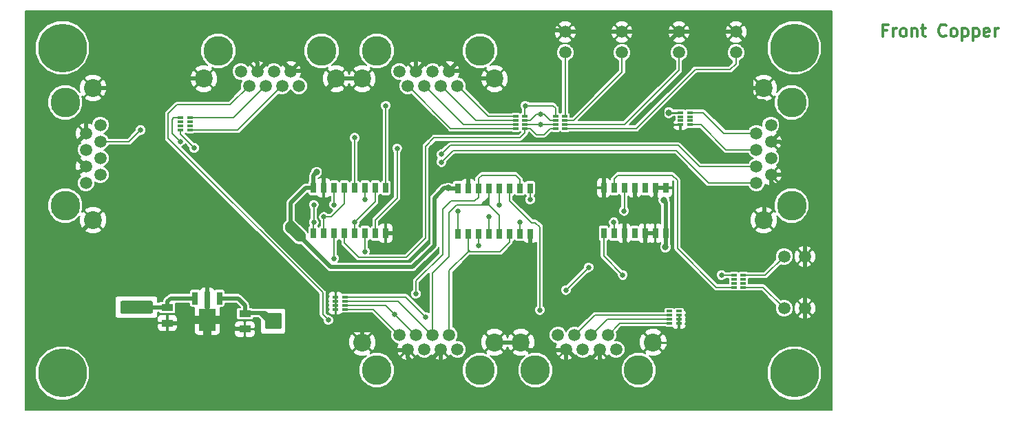
<source format=gtl>
G04 (created by PCBNEW (2013-07-07 BZR 4022)-stable) date 9/18/2013 13:06:53*
%MOIN*%
G04 Gerber Fmt 3.4, Leading zero omitted, Abs format*
%FSLAX34Y34*%
G01*
G70*
G90*
G04 APERTURE LIST*
%ADD10C,0.00590551*%
%ADD11C,0.011811*%
%ADD12C,0.0590551*%
%ADD13R,0.025X0.05*%
%ADD14R,0.0256X0.0118*%
%ADD15C,0.23622*%
%ADD16R,0.055X0.035*%
%ADD17C,0.1437*%
%ADD18C,0.0591*%
%ADD19C,0.0866142*%
%ADD20R,0.0276X0.063*%
%ADD21R,0.0276X0.0827*%
%ADD22R,0.0787X0.1083*%
%ADD23C,0.0255906*%
%ADD24C,0.0314961*%
%ADD25C,0.00787402*%
%ADD26C,0.019685*%
%ADD27C,0.0393701*%
%ADD28C,0.01*%
G04 APERTURE END LIST*
G54D10*
G54D11*
X46597Y-5835D02*
X46400Y-5835D01*
X46400Y-6144D02*
X46400Y-5553D01*
X46681Y-5553D01*
X46906Y-6144D02*
X46906Y-5750D01*
X46906Y-5863D02*
X46934Y-5807D01*
X46962Y-5778D01*
X47019Y-5750D01*
X47075Y-5750D01*
X47356Y-6144D02*
X47300Y-6116D01*
X47272Y-6088D01*
X47244Y-6032D01*
X47244Y-5863D01*
X47272Y-5807D01*
X47300Y-5778D01*
X47356Y-5750D01*
X47440Y-5750D01*
X47497Y-5778D01*
X47525Y-5807D01*
X47553Y-5863D01*
X47553Y-6032D01*
X47525Y-6088D01*
X47497Y-6116D01*
X47440Y-6144D01*
X47356Y-6144D01*
X47806Y-5750D02*
X47806Y-6144D01*
X47806Y-5807D02*
X47834Y-5778D01*
X47890Y-5750D01*
X47975Y-5750D01*
X48031Y-5778D01*
X48059Y-5835D01*
X48059Y-6144D01*
X48256Y-5750D02*
X48481Y-5750D01*
X48340Y-5553D02*
X48340Y-6060D01*
X48368Y-6116D01*
X48425Y-6144D01*
X48481Y-6144D01*
X49465Y-6088D02*
X49437Y-6116D01*
X49353Y-6144D01*
X49296Y-6144D01*
X49212Y-6116D01*
X49156Y-6060D01*
X49128Y-6003D01*
X49100Y-5891D01*
X49100Y-5807D01*
X49128Y-5694D01*
X49156Y-5638D01*
X49212Y-5582D01*
X49296Y-5553D01*
X49353Y-5553D01*
X49437Y-5582D01*
X49465Y-5610D01*
X49803Y-6144D02*
X49746Y-6116D01*
X49718Y-6088D01*
X49690Y-6032D01*
X49690Y-5863D01*
X49718Y-5807D01*
X49746Y-5778D01*
X49803Y-5750D01*
X49887Y-5750D01*
X49943Y-5778D01*
X49971Y-5807D01*
X50000Y-5863D01*
X50000Y-6032D01*
X49971Y-6088D01*
X49943Y-6116D01*
X49887Y-6144D01*
X49803Y-6144D01*
X50253Y-5750D02*
X50253Y-6341D01*
X50253Y-5778D02*
X50309Y-5750D01*
X50421Y-5750D01*
X50478Y-5778D01*
X50506Y-5807D01*
X50534Y-5863D01*
X50534Y-6032D01*
X50506Y-6088D01*
X50478Y-6116D01*
X50421Y-6144D01*
X50309Y-6144D01*
X50253Y-6116D01*
X50787Y-5750D02*
X50787Y-6341D01*
X50787Y-5778D02*
X50843Y-5750D01*
X50956Y-5750D01*
X51012Y-5778D01*
X51040Y-5807D01*
X51068Y-5863D01*
X51068Y-6032D01*
X51040Y-6088D01*
X51012Y-6116D01*
X50956Y-6144D01*
X50843Y-6144D01*
X50787Y-6116D01*
X51546Y-6116D02*
X51490Y-6144D01*
X51377Y-6144D01*
X51321Y-6116D01*
X51293Y-6060D01*
X51293Y-5835D01*
X51321Y-5778D01*
X51377Y-5750D01*
X51490Y-5750D01*
X51546Y-5778D01*
X51574Y-5835D01*
X51574Y-5891D01*
X51293Y-5947D01*
X51827Y-6144D02*
X51827Y-5750D01*
X51827Y-5863D02*
X51856Y-5807D01*
X51884Y-5778D01*
X51940Y-5750D01*
X51996Y-5750D01*
G54D12*
X41625Y-16791D03*
X42625Y-16791D03*
X31023Y-6917D03*
X31023Y-5917D03*
X41625Y-19311D03*
X42625Y-19311D03*
X33779Y-6917D03*
X33779Y-5917D03*
X36535Y-6917D03*
X36535Y-5917D03*
X39291Y-6917D03*
X39291Y-5917D03*
G54D13*
X35889Y-13466D03*
X35389Y-13466D03*
X34889Y-13466D03*
X34389Y-13466D03*
X33889Y-13466D03*
X33389Y-13466D03*
X32889Y-13466D03*
X32889Y-15666D03*
X33389Y-15666D03*
X33889Y-15666D03*
X34389Y-15666D03*
X34889Y-15666D03*
X35389Y-15666D03*
X35889Y-15666D03*
X18840Y-15666D03*
X19340Y-15666D03*
X19840Y-15666D03*
X20340Y-15666D03*
X20840Y-15666D03*
X21340Y-15666D03*
X21840Y-15666D03*
X22340Y-15666D03*
X22340Y-13466D03*
X21840Y-13466D03*
X21340Y-13466D03*
X20840Y-13466D03*
X20340Y-13466D03*
X19840Y-13466D03*
X19340Y-13466D03*
X18840Y-13466D03*
X25828Y-15686D03*
X26328Y-15686D03*
X26828Y-15686D03*
X27328Y-15686D03*
X27828Y-15686D03*
X28328Y-15686D03*
X28828Y-15686D03*
X29328Y-15686D03*
X29328Y-13486D03*
X28828Y-13486D03*
X28328Y-13486D03*
X27828Y-13486D03*
X27328Y-13486D03*
X26828Y-13486D03*
X26328Y-13486D03*
X25828Y-13486D03*
G54D14*
X29086Y-10590D03*
X29086Y-10393D03*
X29086Y-10196D03*
X29086Y-9999D03*
X28633Y-9999D03*
X28633Y-10196D03*
X28633Y-10393D03*
X28633Y-10590D03*
X19909Y-18760D03*
X19909Y-18957D03*
X19909Y-19154D03*
X19909Y-19351D03*
X20362Y-19351D03*
X20362Y-19154D03*
X20362Y-18957D03*
X20362Y-18760D03*
X36602Y-9823D03*
X36602Y-10020D03*
X36602Y-10217D03*
X36602Y-10414D03*
X37055Y-10414D03*
X37055Y-10217D03*
X37055Y-10020D03*
X37055Y-9823D03*
X39201Y-17697D03*
X39201Y-17894D03*
X39201Y-18091D03*
X39201Y-18288D03*
X39654Y-18288D03*
X39654Y-18091D03*
X39654Y-17894D03*
X39654Y-17697D03*
X36527Y-20039D03*
X36527Y-19842D03*
X36527Y-19645D03*
X36527Y-19448D03*
X36074Y-19448D03*
X36074Y-19645D03*
X36074Y-19842D03*
X36074Y-20039D03*
X30559Y-10000D03*
X30559Y-10197D03*
X30559Y-10394D03*
X30559Y-10591D03*
X31012Y-10591D03*
X31012Y-10394D03*
X31012Y-10197D03*
X31012Y-10000D03*
X12409Y-10079D03*
X12409Y-10276D03*
X12409Y-10473D03*
X12409Y-10670D03*
X12862Y-10670D03*
X12862Y-10473D03*
X12862Y-10276D03*
X12862Y-10079D03*
G54D15*
X6692Y-6692D03*
X6692Y-22440D03*
X42125Y-22440D03*
X42125Y-6692D03*
G54D16*
X11771Y-19270D03*
X11771Y-20020D03*
X15531Y-19565D03*
X15531Y-20315D03*
G54D17*
X21909Y-6830D03*
X26909Y-6830D03*
G54D18*
X23003Y-7830D03*
X23405Y-8531D03*
X23807Y-7830D03*
X24208Y-8531D03*
X24610Y-7830D03*
X25011Y-8531D03*
X25413Y-7830D03*
X25814Y-8531D03*
G54D19*
X21208Y-8181D03*
X27610Y-8181D03*
G54D17*
X6830Y-14330D03*
X6830Y-9330D03*
G54D18*
X7830Y-13236D03*
X8531Y-12834D03*
X7830Y-12433D03*
X8531Y-12031D03*
X7830Y-11629D03*
X8531Y-11228D03*
X7830Y-10826D03*
X8531Y-10425D03*
G54D19*
X8181Y-15031D03*
X8181Y-8629D03*
G54D17*
X41988Y-9330D03*
X41988Y-14330D03*
G54D18*
X40988Y-10425D03*
X40287Y-10826D03*
X40988Y-11228D03*
X40287Y-11629D03*
X40988Y-12031D03*
X40287Y-12433D03*
X40988Y-12834D03*
X40287Y-13236D03*
G54D19*
X40637Y-8629D03*
X40637Y-15031D03*
G54D17*
X34586Y-22303D03*
X29586Y-22303D03*
G54D18*
X33492Y-21303D03*
X33090Y-20602D03*
X32688Y-21303D03*
X32287Y-20602D03*
X31885Y-21303D03*
X31484Y-20602D03*
X31082Y-21303D03*
X30681Y-20602D03*
G54D19*
X35287Y-20952D03*
X28885Y-20952D03*
G54D17*
X14232Y-6830D03*
X19232Y-6830D03*
G54D18*
X15326Y-7830D03*
X15728Y-8531D03*
X16129Y-7830D03*
X16531Y-8531D03*
X16933Y-7830D03*
X17334Y-8531D03*
X17736Y-7830D03*
X18137Y-8531D03*
G54D19*
X13531Y-8181D03*
X19933Y-8181D03*
G54D17*
X26909Y-22303D03*
X21909Y-22303D03*
G54D18*
X25814Y-21303D03*
X25413Y-20602D03*
X25011Y-21303D03*
X24610Y-20602D03*
X24208Y-21303D03*
X23807Y-20602D03*
X23405Y-21303D03*
X23003Y-20602D03*
G54D19*
X27610Y-20952D03*
X21208Y-20952D03*
G54D20*
X14291Y-18818D03*
G54D21*
X13700Y-18916D03*
G54D20*
X13109Y-18818D03*
G54D22*
X13700Y-19861D03*
G54D23*
X31062Y-18425D03*
X32165Y-17322D03*
G54D24*
X9763Y-19251D03*
X10275Y-19251D03*
X10787Y-19251D03*
G54D23*
X26830Y-16259D03*
X21338Y-16555D03*
X19842Y-16889D03*
X19566Y-19881D03*
X29803Y-19389D03*
X12401Y-11220D03*
X21338Y-14035D03*
X29330Y-14035D03*
X13070Y-11535D03*
X19842Y-14291D03*
X27834Y-14291D03*
X24271Y-19724D03*
X22783Y-19598D03*
X23799Y-18602D03*
X29823Y-10394D03*
X22893Y-11555D03*
X20846Y-11043D03*
X29822Y-9901D03*
X22342Y-9488D03*
X29094Y-9488D03*
X25826Y-14586D03*
X33877Y-14586D03*
X18858Y-14291D03*
X18858Y-15137D03*
X33385Y-15137D03*
G54D24*
X32874Y-12381D03*
X32874Y-9566D03*
G54D23*
X10472Y-10669D03*
X25039Y-11850D03*
X25039Y-12224D03*
X20846Y-15137D03*
X28838Y-15137D03*
X19350Y-14881D03*
X27322Y-14881D03*
X33818Y-17696D03*
X38602Y-17696D03*
G54D24*
X17047Y-20078D03*
X16732Y-19763D03*
X18051Y-15708D03*
X35885Y-16338D03*
X18996Y-12716D03*
X17736Y-15374D03*
X36053Y-9822D03*
X25374Y-13484D03*
X35807Y-14074D03*
G54D25*
X31062Y-18425D02*
X32165Y-17322D01*
G54D26*
X13109Y-18818D02*
X11929Y-18818D01*
X11929Y-18818D02*
X11771Y-18976D01*
X11771Y-18976D02*
X11771Y-19270D01*
X10787Y-19251D02*
X11752Y-19251D01*
X10787Y-19251D02*
X10275Y-19251D01*
X9763Y-19251D02*
X10275Y-19251D01*
X11752Y-19251D02*
X11771Y-19270D01*
G54D25*
X26828Y-16257D02*
X26828Y-15686D01*
X26830Y-16259D02*
X26828Y-16257D01*
X36074Y-20039D02*
X33673Y-20039D01*
X33673Y-20039D02*
X33090Y-20622D01*
X36074Y-19842D02*
X33067Y-19842D01*
X33067Y-19842D02*
X32287Y-20622D01*
X21340Y-16553D02*
X21340Y-15666D01*
X21338Y-16555D02*
X21340Y-16553D01*
X19840Y-16887D02*
X19840Y-15666D01*
X19842Y-16889D02*
X19840Y-16887D01*
X36074Y-19645D02*
X32461Y-19645D01*
X32461Y-19645D02*
X31484Y-20622D01*
X14803Y-9448D02*
X12244Y-9448D01*
X19291Y-19606D02*
X19566Y-19881D01*
X19291Y-18543D02*
X19291Y-19606D01*
X11811Y-11062D02*
X19291Y-18543D01*
X11811Y-9881D02*
X11811Y-11062D01*
X12244Y-9448D02*
X11811Y-9881D01*
X15728Y-8511D02*
X15728Y-8523D01*
X15728Y-8523D02*
X14803Y-9448D01*
X20362Y-19351D02*
X21733Y-19351D01*
X21733Y-19351D02*
X23003Y-20622D01*
X29803Y-15374D02*
X29803Y-19389D01*
X28328Y-13486D02*
X28328Y-14096D01*
X28328Y-14096D02*
X29389Y-15157D01*
X29389Y-15157D02*
X29586Y-15157D01*
X29586Y-15157D02*
X29803Y-15374D01*
X12007Y-10157D02*
X12007Y-10826D01*
X12401Y-11220D02*
X12007Y-10826D01*
X12086Y-10079D02*
X12007Y-10157D01*
X12086Y-10079D02*
X12409Y-10079D01*
X29328Y-13486D02*
X29328Y-14033D01*
X21340Y-14033D02*
X21340Y-13466D01*
X21338Y-14035D02*
X21340Y-14033D01*
X29328Y-14033D02*
X29330Y-14035D01*
X12409Y-10670D02*
X12409Y-10874D01*
X12409Y-10874D02*
X13070Y-11535D01*
X19840Y-14289D02*
X19840Y-13466D01*
X19842Y-14291D02*
X19840Y-14289D01*
X27828Y-13486D02*
X27828Y-14285D01*
X27828Y-14285D02*
X27834Y-14291D01*
X26437Y-16564D02*
X26427Y-16564D01*
X26427Y-16564D02*
X26328Y-16466D01*
X26328Y-16564D02*
X26437Y-16564D01*
X26437Y-16564D02*
X27864Y-16564D01*
X28328Y-16100D02*
X28328Y-15686D01*
X27864Y-16564D02*
X28328Y-16100D01*
X25413Y-20622D02*
X25413Y-17480D01*
X25413Y-17480D02*
X26328Y-16564D01*
X20362Y-18760D02*
X23307Y-18760D01*
X23307Y-18760D02*
X24271Y-19724D01*
X26328Y-15686D02*
X26328Y-16466D01*
X26328Y-16466D02*
X26328Y-16564D01*
X27086Y-14173D02*
X27086Y-14291D01*
X27145Y-14114D02*
X27145Y-14291D01*
X27204Y-14055D02*
X27204Y-14291D01*
X27263Y-13996D02*
X27263Y-14291D01*
X26968Y-14291D02*
X27086Y-14291D01*
X27086Y-14291D02*
X27145Y-14291D01*
X27145Y-14291D02*
X27204Y-14291D01*
X27204Y-14291D02*
X27263Y-14291D01*
X27263Y-14291D02*
X27328Y-14291D01*
X27328Y-14291D02*
X27328Y-14297D01*
X27828Y-15686D02*
X27828Y-14797D01*
X27828Y-14797D02*
X27328Y-14297D01*
X27328Y-14297D02*
X27328Y-13931D01*
X25393Y-16811D02*
X25393Y-14665D01*
X24610Y-17594D02*
X25393Y-16811D01*
X24610Y-20622D02*
X24610Y-17594D01*
X27328Y-13931D02*
X27328Y-13486D01*
X26968Y-14291D02*
X27086Y-14173D01*
X27086Y-14173D02*
X27145Y-14114D01*
X27145Y-14114D02*
X27204Y-14055D01*
X27204Y-14055D02*
X27263Y-13996D01*
X27263Y-13996D02*
X27328Y-13931D01*
X25767Y-14291D02*
X26968Y-14291D01*
X25393Y-14665D02*
X25767Y-14291D01*
X20362Y-18957D02*
X22945Y-18957D01*
X22945Y-18957D02*
X24610Y-20622D01*
X28828Y-13486D02*
X28828Y-13061D01*
X26828Y-13013D02*
X26828Y-13486D01*
X26988Y-12854D02*
X26828Y-13013D01*
X28622Y-12854D02*
X26988Y-12854D01*
X28828Y-13061D02*
X28622Y-12854D01*
X23809Y-17982D02*
X23809Y-18592D01*
X23799Y-18602D02*
X23809Y-18592D01*
X26828Y-13486D02*
X26828Y-13919D01*
X26828Y-13919D02*
X26653Y-14094D01*
X25511Y-14094D02*
X25098Y-14507D01*
X26653Y-14094D02*
X25511Y-14094D01*
X20362Y-19154D02*
X22339Y-19154D01*
X22339Y-19154D02*
X22783Y-19598D01*
X22783Y-19598D02*
X23807Y-20622D01*
X23809Y-17982D02*
X25098Y-16693D01*
X25098Y-14507D02*
X25098Y-16693D01*
X29086Y-10590D02*
X29086Y-10795D01*
X24685Y-11043D02*
X24271Y-11456D01*
X28838Y-11043D02*
X24685Y-11043D01*
X29086Y-10795D02*
X28838Y-11043D01*
X20340Y-16127D02*
X21043Y-16830D01*
X23346Y-16830D02*
X24271Y-15905D01*
X21043Y-16830D02*
X23346Y-16830D01*
X24271Y-11456D02*
X24271Y-15905D01*
X20340Y-15666D02*
X20340Y-16127D01*
X30019Y-10885D02*
X29625Y-10885D01*
X29330Y-10590D02*
X29086Y-10590D01*
X29625Y-10885D02*
X29330Y-10590D01*
X30559Y-10591D02*
X30314Y-10591D01*
X30314Y-10591D02*
X30019Y-10885D01*
X21840Y-15666D02*
X21840Y-15029D01*
X21840Y-15029D02*
X22893Y-13976D01*
X30559Y-10394D02*
X29823Y-10394D01*
X22893Y-11555D02*
X22893Y-13976D01*
X30559Y-10394D02*
X29087Y-10394D01*
X29087Y-10394D02*
X29086Y-10393D01*
X20840Y-11049D02*
X20840Y-13466D01*
X20846Y-11043D02*
X20840Y-11049D01*
X29822Y-9901D02*
X30019Y-9901D01*
X30019Y-9901D02*
X30314Y-10196D01*
X29086Y-10196D02*
X29331Y-10196D01*
X29625Y-9901D02*
X29822Y-9901D01*
X29331Y-10196D02*
X29625Y-9901D01*
X30314Y-10196D02*
X30558Y-10196D01*
X30558Y-10196D02*
X30559Y-10197D01*
X29094Y-9488D02*
X30433Y-9488D01*
X30559Y-9614D02*
X30559Y-10000D01*
X30433Y-9488D02*
X30559Y-9614D01*
X22340Y-9490D02*
X22340Y-13466D01*
X22342Y-9488D02*
X22340Y-9490D01*
X29086Y-9999D02*
X29086Y-9496D01*
X29086Y-9496D02*
X29094Y-9488D01*
X25826Y-14586D02*
X25826Y-15684D01*
X25826Y-15684D02*
X25828Y-15686D01*
X33889Y-13466D02*
X33889Y-14574D01*
X33889Y-14574D02*
X33877Y-14586D01*
X40307Y-10826D02*
X38720Y-10826D01*
X37716Y-9823D02*
X37055Y-9823D01*
X38720Y-10826D02*
X37716Y-9823D01*
X18858Y-15137D02*
X18858Y-14291D01*
X33389Y-15666D02*
X33389Y-15141D01*
X18840Y-15155D02*
X18840Y-15666D01*
X18858Y-15137D02*
X18840Y-15155D01*
X33389Y-15141D02*
X33385Y-15137D01*
X40307Y-11629D02*
X38814Y-11629D01*
X38814Y-11629D02*
X37599Y-10414D01*
X37599Y-10414D02*
X37055Y-10414D01*
G54D27*
X13700Y-19861D02*
X14586Y-19861D01*
X13700Y-19861D02*
X12736Y-19861D01*
X13700Y-19861D02*
X13700Y-21614D01*
G54D26*
X13700Y-18916D02*
X13700Y-17637D01*
X15531Y-20315D02*
X15040Y-20315D01*
X15040Y-20315D02*
X14586Y-19861D01*
X14586Y-19861D02*
X13700Y-19861D01*
X11771Y-20020D02*
X12577Y-20020D01*
X12736Y-19861D02*
X13700Y-19861D01*
X12577Y-20020D02*
X12736Y-19861D01*
X40657Y-15031D02*
X40657Y-14244D01*
X40657Y-14244D02*
X41007Y-13893D01*
X41007Y-13893D02*
X41007Y-12834D01*
X40657Y-8629D02*
X40039Y-8629D01*
X40039Y-8629D02*
X40039Y-8622D01*
X27610Y-8161D02*
X26724Y-8161D01*
X26724Y-8161D02*
X26374Y-7811D01*
X26374Y-7811D02*
X25413Y-7811D01*
X19933Y-8161D02*
X19933Y-8354D01*
X19933Y-8354D02*
X19507Y-8779D01*
X19507Y-8779D02*
X19507Y-8828D01*
X21208Y-8161D02*
X19933Y-8161D01*
X8181Y-15031D02*
X8157Y-15031D01*
X8157Y-15031D02*
X7125Y-16062D01*
X21208Y-20972D02*
X21208Y-20354D01*
X30397Y-21322D02*
X29236Y-21322D01*
X29236Y-21322D02*
X28885Y-20972D01*
X27610Y-20972D02*
X28885Y-20972D01*
G54D28*
X35287Y-20972D02*
X36527Y-20972D01*
G54D26*
X8181Y-8629D02*
X9539Y-8629D01*
X13531Y-8161D02*
X10007Y-8161D01*
X10007Y-8161D02*
X10000Y-8169D01*
X33889Y-15666D02*
X33889Y-16074D01*
X34889Y-16153D02*
X34889Y-15666D01*
X34783Y-16259D02*
X34889Y-16153D01*
X34074Y-16259D02*
X34783Y-16259D01*
X33889Y-16074D02*
X34074Y-16259D01*
X34566Y-14074D02*
X34566Y-14114D01*
X34566Y-14114D02*
X34389Y-14291D01*
X34389Y-13466D02*
X34389Y-13897D01*
X35389Y-13901D02*
X35389Y-13466D01*
X35216Y-14074D02*
X35389Y-13901D01*
X34566Y-14074D02*
X35216Y-14074D01*
X34389Y-13897D02*
X34566Y-14074D01*
X34889Y-15666D02*
X35389Y-15666D01*
X35889Y-13466D02*
X35389Y-13466D01*
X34055Y-14921D02*
X33681Y-14921D01*
X33681Y-14921D02*
X33700Y-14940D01*
X19557Y-8828D02*
X19507Y-8828D01*
X19507Y-8828D02*
X19340Y-8828D01*
X19340Y-8828D02*
X19340Y-8858D01*
X19340Y-8622D02*
X19350Y-8622D01*
X19340Y-8858D02*
X19340Y-8622D01*
X19350Y-8622D02*
X19557Y-8828D01*
X19557Y-8828D02*
X19685Y-8956D01*
X19340Y-8956D02*
X19340Y-8858D01*
X19350Y-8622D02*
X18539Y-7811D01*
X18539Y-7811D02*
X17736Y-7811D01*
X13700Y-17637D02*
X13700Y-17598D01*
X13700Y-17598D02*
X13937Y-17362D01*
X13700Y-17598D02*
X13464Y-17362D01*
X13700Y-17362D02*
X13937Y-17362D01*
X13937Y-17362D02*
X16220Y-17362D01*
X19212Y-20354D02*
X19724Y-20354D01*
X16220Y-17362D02*
X19212Y-20354D01*
X5885Y-14822D02*
X5885Y-13877D01*
X7830Y-12433D02*
X7547Y-12716D01*
X5885Y-13877D02*
X7047Y-12716D01*
X7047Y-12716D02*
X7547Y-12716D01*
X8425Y-17362D02*
X7125Y-16062D01*
X7125Y-16062D02*
X5885Y-14822D01*
X13464Y-17362D02*
X8425Y-17362D01*
X13700Y-17362D02*
X13464Y-17362D01*
X13700Y-17362D02*
X13700Y-17637D01*
G54D28*
X19909Y-20078D02*
X19909Y-20168D01*
X19909Y-20168D02*
X19724Y-20354D01*
X19909Y-20078D02*
X19909Y-20129D01*
X19909Y-20078D02*
X19909Y-20146D01*
X19909Y-20146D02*
X20118Y-20354D01*
G54D26*
X13700Y-20216D02*
X13700Y-19271D01*
G54D28*
X36602Y-10414D02*
X36063Y-10414D01*
X37214Y-8129D02*
X40039Y-8129D01*
X35757Y-9586D02*
X37214Y-8129D01*
X35757Y-10108D02*
X35757Y-9586D01*
X36063Y-10414D02*
X35757Y-10108D01*
G54D26*
X19921Y-20354D02*
X19724Y-20354D01*
X32889Y-12397D02*
X32889Y-13466D01*
X29328Y-15686D02*
X29328Y-20253D01*
X30397Y-21322D02*
X31082Y-21322D01*
X29328Y-20253D02*
X30397Y-21322D01*
X26328Y-13486D02*
X26328Y-12844D01*
X19685Y-8956D02*
X19340Y-8956D01*
X19340Y-13466D02*
X19340Y-8956D01*
X22340Y-15666D02*
X22738Y-15666D01*
X22500Y-8956D02*
X19685Y-8956D01*
X23385Y-9842D02*
X22500Y-8956D01*
X23385Y-15019D02*
X23385Y-9842D01*
X22738Y-15666D02*
X23385Y-15019D01*
G54D28*
X19909Y-19351D02*
X19909Y-20078D01*
X19909Y-20078D02*
X19909Y-20354D01*
X19909Y-20354D02*
X19921Y-20354D01*
X19909Y-19154D02*
X19909Y-19351D01*
X19909Y-18957D02*
X19909Y-19154D01*
X19909Y-18760D02*
X19909Y-18957D01*
X36527Y-20039D02*
X36527Y-20972D01*
X36527Y-20972D02*
X36527Y-23161D01*
X36527Y-23161D02*
X36673Y-23307D01*
X36527Y-19842D02*
X36527Y-20039D01*
X36527Y-19645D02*
X36527Y-19842D01*
G54D26*
X23405Y-21322D02*
X22779Y-21322D01*
X21811Y-20354D02*
X21208Y-20354D01*
X21208Y-20354D02*
X20118Y-20354D01*
X22779Y-21322D02*
X21811Y-20354D01*
X20118Y-20354D02*
X19921Y-20354D01*
X41007Y-11228D02*
X41007Y-11216D01*
X41007Y-11216D02*
X41555Y-10669D01*
X41555Y-10669D02*
X41555Y-10177D01*
X41555Y-10177D02*
X40629Y-9251D01*
X40629Y-9251D02*
X40354Y-9251D01*
X40354Y-9251D02*
X40039Y-8937D01*
X40039Y-8937D02*
X40039Y-8622D01*
X40039Y-8622D02*
X40039Y-8129D01*
X40039Y-8129D02*
X40039Y-6665D01*
X25413Y-7811D02*
X25413Y-7677D01*
X25413Y-7677D02*
X24940Y-7204D01*
X25885Y-7338D02*
X25413Y-7811D01*
X25885Y-6515D02*
X25885Y-7338D01*
X17736Y-7811D02*
X17736Y-7736D01*
X16673Y-7303D02*
X17303Y-7303D01*
X16165Y-7811D02*
X16673Y-7303D01*
X16129Y-7811D02*
X16165Y-7811D01*
X17736Y-7736D02*
X17303Y-7303D01*
X23807Y-7811D02*
X23807Y-7330D01*
X23807Y-7330D02*
X22342Y-5866D01*
X22342Y-5866D02*
X18641Y-5866D01*
X18641Y-5866D02*
X18228Y-6279D01*
X18228Y-6279D02*
X18228Y-7318D01*
X18228Y-7318D02*
X17736Y-7811D01*
X23807Y-7811D02*
X23822Y-7811D01*
X23822Y-7811D02*
X24429Y-7204D01*
X24429Y-7204D02*
X24940Y-7204D01*
X7830Y-10826D02*
X7830Y-10338D01*
X16129Y-7389D02*
X16129Y-7811D01*
X14606Y-5866D02*
X16129Y-7389D01*
X12303Y-5866D02*
X14606Y-5866D01*
X7830Y-10338D02*
X9539Y-8629D01*
X9539Y-8629D02*
X10000Y-8169D01*
X10000Y-8169D02*
X12303Y-5866D01*
X7830Y-12433D02*
X7807Y-12433D01*
X7807Y-12433D02*
X7204Y-11830D01*
X7204Y-11830D02*
X7204Y-11452D01*
X7204Y-11452D02*
X7830Y-10826D01*
X31082Y-21322D02*
X31082Y-22145D01*
X31082Y-22145D02*
X29921Y-23307D01*
X31082Y-21322D02*
X31125Y-21322D01*
X31125Y-21322D02*
X31811Y-22007D01*
X25011Y-21322D02*
X25011Y-22039D01*
X26279Y-23307D02*
X29921Y-23307D01*
X25011Y-22039D02*
X26279Y-23307D01*
X25011Y-21322D02*
X25011Y-21326D01*
X25011Y-21326D02*
X24389Y-21948D01*
X32688Y-21322D02*
X32688Y-21366D01*
X31811Y-22007D02*
X32047Y-22007D01*
X32688Y-21366D02*
X32047Y-22007D01*
X42625Y-19311D02*
X42625Y-19834D01*
X42625Y-19834D02*
X39153Y-23307D01*
X39153Y-23307D02*
X36673Y-23307D01*
X34236Y-23307D02*
X32688Y-21759D01*
X32688Y-21759D02*
X32688Y-21322D01*
X36673Y-23307D02*
X34236Y-23307D01*
X42625Y-19311D02*
X42625Y-16791D01*
X42625Y-16791D02*
X42625Y-15169D01*
X41007Y-13212D02*
X41007Y-12834D01*
X41141Y-13346D02*
X41007Y-13212D01*
X42440Y-13346D02*
X41141Y-13346D01*
X42992Y-13897D02*
X42440Y-13346D01*
X42992Y-14803D02*
X42992Y-13897D01*
X42625Y-15169D02*
X42992Y-14803D01*
X41007Y-11228D02*
X41444Y-11228D01*
X41496Y-12834D02*
X41007Y-12834D01*
X41830Y-12500D02*
X41496Y-12834D01*
X41830Y-11614D02*
X41830Y-12500D01*
X41444Y-11228D02*
X41830Y-11614D01*
X23405Y-21322D02*
X23405Y-21692D01*
X23405Y-21692D02*
X23661Y-21948D01*
X23661Y-21948D02*
X24389Y-21948D01*
X32889Y-13466D02*
X32889Y-14129D01*
X32889Y-14129D02*
X33700Y-14940D01*
X33700Y-14940D02*
X33889Y-15129D01*
X34389Y-13466D02*
X34389Y-14291D01*
X34389Y-14291D02*
X34389Y-14586D01*
X34389Y-14586D02*
X34055Y-14921D01*
X33889Y-15086D02*
X33889Y-15129D01*
X33889Y-15129D02*
X33889Y-15666D01*
X34055Y-14921D02*
X33889Y-15086D01*
X32874Y-12381D02*
X26791Y-12381D01*
X32874Y-12381D02*
X32889Y-12397D01*
X26328Y-12844D02*
X26791Y-12381D01*
X26555Y-5846D02*
X30952Y-5846D01*
X26555Y-5846D02*
X25885Y-6515D01*
X30952Y-5846D02*
X31023Y-5917D01*
X31023Y-5917D02*
X33779Y-5917D01*
X40039Y-6665D02*
X39291Y-5917D01*
X36535Y-5917D02*
X36523Y-5917D01*
X36523Y-5917D02*
X32874Y-9566D01*
X36535Y-5917D02*
X39291Y-5917D01*
X33779Y-5917D02*
X36535Y-5917D01*
G54D25*
X9913Y-11228D02*
X8531Y-11228D01*
X10472Y-10669D02*
X9913Y-11228D01*
X40307Y-12433D02*
X37531Y-12433D01*
X25472Y-11417D02*
X25039Y-11850D01*
X36515Y-11417D02*
X25472Y-11417D01*
X37531Y-12433D02*
X36515Y-11417D01*
X12862Y-10670D02*
X15176Y-10670D01*
X15176Y-10670D02*
X17334Y-8511D01*
X40307Y-13236D02*
X37960Y-13236D01*
X25590Y-11673D02*
X25039Y-12224D01*
X36397Y-11673D02*
X25590Y-11673D01*
X37960Y-13236D02*
X36397Y-11673D01*
X12862Y-10079D02*
X14964Y-10079D01*
X14964Y-10079D02*
X16531Y-8511D01*
X21840Y-13466D02*
X21840Y-14143D01*
X21840Y-14143D02*
X20846Y-15137D01*
X28828Y-15686D02*
X28828Y-15147D01*
X20840Y-15143D02*
X20840Y-15666D01*
X20846Y-15137D02*
X20840Y-15143D01*
X28828Y-15147D02*
X28838Y-15137D01*
X20340Y-13466D02*
X20340Y-14246D01*
X19704Y-14881D02*
X19350Y-14881D01*
X20340Y-14246D02*
X19704Y-14881D01*
X27328Y-15686D02*
X27328Y-14887D01*
X19340Y-14891D02*
X19340Y-15666D01*
X19350Y-14881D02*
X19340Y-14891D01*
X27328Y-14887D02*
X27322Y-14881D01*
X36535Y-7775D02*
X36535Y-6917D01*
X33916Y-10394D02*
X36535Y-7775D01*
X31012Y-10394D02*
X33916Y-10394D01*
X39291Y-7460D02*
X39291Y-6917D01*
X39015Y-7736D02*
X39291Y-7460D01*
X37342Y-7736D02*
X39015Y-7736D01*
X34487Y-10591D02*
X37342Y-7736D01*
X31012Y-10591D02*
X34487Y-10591D01*
X31012Y-10197D02*
X31436Y-10197D01*
X33779Y-7854D02*
X33779Y-6917D01*
X31436Y-10197D02*
X33779Y-7854D01*
X31023Y-6917D02*
X31023Y-9989D01*
X31023Y-9989D02*
X31012Y-10000D01*
X28633Y-9999D02*
X27302Y-9999D01*
X27302Y-9999D02*
X25814Y-8511D01*
X39201Y-18288D02*
X38327Y-18288D01*
X33389Y-13047D02*
X33389Y-13466D01*
X33582Y-12854D02*
X33389Y-13047D01*
X36200Y-12854D02*
X33582Y-12854D01*
X36456Y-13110D02*
X36200Y-12854D01*
X36456Y-16417D02*
X36456Y-13110D01*
X38327Y-18288D02*
X36456Y-16417D01*
X32889Y-15666D02*
X32889Y-16767D01*
X32889Y-16767D02*
X33818Y-17696D01*
X39201Y-17697D02*
X38602Y-17697D01*
X38602Y-17697D02*
X38602Y-17696D01*
X28633Y-10196D02*
X26696Y-10196D01*
X26696Y-10196D02*
X25011Y-8511D01*
X28633Y-10393D02*
X26090Y-10393D01*
X26090Y-10393D02*
X24208Y-8511D01*
X28633Y-10590D02*
X25483Y-10590D01*
X25483Y-10590D02*
X23405Y-8511D01*
X39654Y-17697D02*
X40720Y-17697D01*
X40720Y-17697D02*
X41625Y-16791D01*
X39654Y-18288D02*
X40603Y-18288D01*
X40603Y-18288D02*
X41625Y-19311D01*
G54D26*
X17047Y-20078D02*
X16811Y-20078D01*
X16811Y-20078D02*
X16259Y-19527D01*
X16732Y-19763D02*
X16496Y-19527D01*
X16496Y-19527D02*
X16259Y-19527D01*
X16259Y-19527D02*
X16220Y-19527D01*
X16732Y-19763D02*
X17047Y-20078D01*
X14291Y-18818D02*
X15196Y-18818D01*
X15196Y-18818D02*
X15531Y-19153D01*
X15531Y-19153D02*
X15531Y-19565D01*
X16220Y-19527D02*
X15569Y-19527D01*
X15569Y-19527D02*
X15531Y-19565D01*
X18366Y-15984D02*
X18090Y-15984D01*
X18090Y-15984D02*
X17559Y-15452D01*
X17559Y-15452D02*
X17559Y-15314D01*
X17559Y-15314D02*
X17736Y-15137D01*
X17736Y-15137D02*
X17755Y-15137D01*
X17755Y-15137D02*
X18366Y-15748D01*
X18366Y-15748D02*
X18366Y-15984D01*
X18366Y-15984D02*
X18366Y-16003D01*
X18051Y-15708D02*
X18061Y-15698D01*
X35889Y-15666D02*
X35889Y-16334D01*
X35889Y-16334D02*
X35885Y-16338D01*
X18840Y-13466D02*
X18840Y-12872D01*
X18840Y-12872D02*
X18996Y-12716D01*
G54D28*
X36602Y-9823D02*
X36053Y-9823D01*
X36053Y-9823D02*
X36053Y-9822D01*
G54D26*
X25374Y-13484D02*
X25167Y-13484D01*
X25167Y-13484D02*
X24694Y-13956D01*
X24694Y-13956D02*
X24694Y-16269D01*
X24694Y-16269D02*
X23651Y-17312D01*
X23651Y-17312D02*
X19675Y-17312D01*
X19675Y-17312D02*
X18366Y-16003D01*
X18366Y-16003D02*
X18061Y-15698D01*
X18061Y-15698D02*
X17736Y-15374D01*
X35889Y-15666D02*
X35889Y-14157D01*
X25376Y-13486D02*
X25828Y-13486D01*
X25374Y-13484D02*
X25376Y-13486D01*
X35889Y-14157D02*
X35807Y-14074D01*
X17736Y-15374D02*
X17736Y-15137D01*
X17736Y-15137D02*
X17736Y-14212D01*
X18481Y-13466D02*
X18840Y-13466D01*
X17736Y-14212D02*
X18481Y-13466D01*
G54D10*
G36*
X43927Y-24242D02*
X43445Y-24242D01*
X43445Y-22179D01*
X43445Y-6431D01*
X43244Y-5946D01*
X42874Y-5575D01*
X42389Y-5374D01*
X41864Y-5373D01*
X41379Y-5574D01*
X41008Y-5944D01*
X40807Y-6429D01*
X40806Y-6954D01*
X41007Y-7439D01*
X41377Y-7810D01*
X41862Y-8011D01*
X42387Y-8012D01*
X42872Y-7811D01*
X43243Y-7440D01*
X43444Y-6956D01*
X43445Y-6431D01*
X43445Y-22179D01*
X43244Y-21694D01*
X43160Y-21610D01*
X43160Y-19206D01*
X43160Y-16686D01*
X43080Y-16489D01*
X43078Y-16487D01*
X42982Y-16462D01*
X42954Y-16490D01*
X42954Y-16434D01*
X42930Y-16339D01*
X42844Y-16303D01*
X42844Y-14161D01*
X42844Y-9161D01*
X42714Y-8846D01*
X42473Y-8605D01*
X42159Y-8474D01*
X41818Y-8474D01*
X41503Y-8604D01*
X41287Y-8819D01*
X41308Y-8770D01*
X41311Y-8503D01*
X41211Y-8255D01*
X41203Y-8243D01*
X41093Y-8201D01*
X41066Y-8229D01*
X41066Y-8173D01*
X41024Y-8063D01*
X40778Y-7958D01*
X40511Y-7956D01*
X40262Y-8055D01*
X40250Y-8063D01*
X40209Y-8173D01*
X40637Y-8602D01*
X41066Y-8173D01*
X41066Y-8229D01*
X40665Y-8629D01*
X41093Y-9058D01*
X41189Y-9022D01*
X41132Y-9159D01*
X41131Y-9500D01*
X41261Y-9815D01*
X41502Y-10056D01*
X41817Y-10186D01*
X42157Y-10187D01*
X42472Y-10057D01*
X42713Y-9816D01*
X42844Y-9501D01*
X42844Y-9161D01*
X42844Y-14161D01*
X42714Y-13846D01*
X42473Y-13605D01*
X42159Y-13474D01*
X41818Y-13474D01*
X41523Y-13596D01*
X41523Y-12729D01*
X41523Y-11123D01*
X41442Y-10926D01*
X41440Y-10923D01*
X41345Y-10899D01*
X41016Y-11228D01*
X41345Y-11557D01*
X41440Y-11532D01*
X41522Y-11336D01*
X41523Y-11123D01*
X41523Y-12729D01*
X41442Y-12533D01*
X41440Y-12530D01*
X41421Y-12525D01*
X41421Y-11945D01*
X41355Y-11786D01*
X41263Y-11693D01*
X41289Y-11682D01*
X41292Y-11680D01*
X41317Y-11585D01*
X40988Y-11256D01*
X40982Y-11261D01*
X40954Y-11233D01*
X40960Y-11228D01*
X40954Y-11222D01*
X40982Y-11194D01*
X40988Y-11200D01*
X41317Y-10871D01*
X41292Y-10775D01*
X41262Y-10763D01*
X41355Y-10670D01*
X41421Y-10511D01*
X41421Y-10339D01*
X41355Y-10180D01*
X41233Y-10058D01*
X41074Y-9991D01*
X41066Y-9991D01*
X41066Y-9086D01*
X40637Y-8657D01*
X40609Y-8685D01*
X40609Y-8629D01*
X40181Y-8201D01*
X40071Y-8243D01*
X39966Y-8489D01*
X39963Y-8756D01*
X40063Y-9004D01*
X40071Y-9016D01*
X40181Y-9058D01*
X40609Y-8629D01*
X40609Y-8685D01*
X40209Y-9086D01*
X40250Y-9195D01*
X40496Y-9300D01*
X40764Y-9303D01*
X41012Y-9203D01*
X41024Y-9195D01*
X41066Y-9086D01*
X41066Y-9991D01*
X40902Y-9991D01*
X40743Y-10057D01*
X40621Y-10179D01*
X40554Y-10338D01*
X40554Y-10481D01*
X40533Y-10459D01*
X40373Y-10393D01*
X40201Y-10393D01*
X40042Y-10459D01*
X39920Y-10581D01*
X39891Y-10649D01*
X39826Y-10649D01*
X39826Y-5812D01*
X39745Y-5615D01*
X39743Y-5613D01*
X39648Y-5588D01*
X39620Y-5616D01*
X39620Y-5560D01*
X39595Y-5465D01*
X39399Y-5383D01*
X39186Y-5382D01*
X38989Y-5463D01*
X38987Y-5465D01*
X38962Y-5560D01*
X39291Y-5889D01*
X39620Y-5560D01*
X39620Y-5616D01*
X39319Y-5917D01*
X39648Y-6246D01*
X39743Y-6221D01*
X39825Y-6025D01*
X39826Y-5812D01*
X39826Y-10649D01*
X39724Y-10649D01*
X39724Y-6831D01*
X39658Y-6672D01*
X39620Y-6633D01*
X39620Y-6274D01*
X39291Y-5945D01*
X39263Y-5973D01*
X39263Y-5917D01*
X38934Y-5588D01*
X38839Y-5613D01*
X38757Y-5809D01*
X38756Y-6021D01*
X38837Y-6218D01*
X38839Y-6221D01*
X38934Y-6246D01*
X39263Y-5917D01*
X39263Y-5973D01*
X38962Y-6274D01*
X38987Y-6369D01*
X39183Y-6451D01*
X39396Y-6452D01*
X39592Y-6371D01*
X39595Y-6369D01*
X39620Y-6274D01*
X39620Y-6633D01*
X39536Y-6550D01*
X39377Y-6484D01*
X39205Y-6484D01*
X39046Y-6549D01*
X38924Y-6671D01*
X38858Y-6830D01*
X38858Y-7003D01*
X38923Y-7162D01*
X39045Y-7284D01*
X39114Y-7312D01*
X39114Y-7387D01*
X38942Y-7559D01*
X37342Y-7559D01*
X37274Y-7572D01*
X37217Y-7610D01*
X37070Y-7757D01*
X37070Y-5812D01*
X36989Y-5615D01*
X36987Y-5613D01*
X36892Y-5588D01*
X36864Y-5616D01*
X36864Y-5560D01*
X36839Y-5465D01*
X36643Y-5383D01*
X36430Y-5382D01*
X36234Y-5463D01*
X36231Y-5465D01*
X36206Y-5560D01*
X36535Y-5889D01*
X36864Y-5560D01*
X36864Y-5616D01*
X36563Y-5917D01*
X36892Y-6246D01*
X36987Y-6221D01*
X37069Y-6025D01*
X37070Y-5812D01*
X37070Y-7757D01*
X34414Y-10414D01*
X34147Y-10414D01*
X36660Y-7900D01*
X36660Y-7900D01*
X36660Y-7900D01*
X36699Y-7843D01*
X36712Y-7775D01*
X36712Y-7775D01*
X36712Y-7312D01*
X36780Y-7284D01*
X36902Y-7162D01*
X36968Y-7003D01*
X36968Y-6831D01*
X36902Y-6672D01*
X36864Y-6633D01*
X36864Y-6274D01*
X36535Y-5945D01*
X36507Y-5973D01*
X36507Y-5917D01*
X36178Y-5588D01*
X36083Y-5613D01*
X36001Y-5809D01*
X36000Y-6021D01*
X36081Y-6218D01*
X36083Y-6221D01*
X36178Y-6246D01*
X36507Y-5917D01*
X36507Y-5973D01*
X36206Y-6274D01*
X36231Y-6369D01*
X36427Y-6451D01*
X36640Y-6452D01*
X36836Y-6371D01*
X36839Y-6369D01*
X36864Y-6274D01*
X36864Y-6633D01*
X36781Y-6550D01*
X36621Y-6484D01*
X36449Y-6484D01*
X36290Y-6549D01*
X36168Y-6671D01*
X36102Y-6830D01*
X36102Y-7003D01*
X36168Y-7162D01*
X36289Y-7284D01*
X36358Y-7312D01*
X36358Y-7702D01*
X34314Y-9745D01*
X34314Y-5812D01*
X34233Y-5615D01*
X34231Y-5613D01*
X34136Y-5588D01*
X34108Y-5616D01*
X34108Y-5560D01*
X34083Y-5465D01*
X33887Y-5383D01*
X33674Y-5382D01*
X33478Y-5463D01*
X33475Y-5465D01*
X33450Y-5560D01*
X33779Y-5889D01*
X34108Y-5560D01*
X34108Y-5616D01*
X33807Y-5917D01*
X34136Y-6246D01*
X34231Y-6221D01*
X34313Y-6025D01*
X34314Y-5812D01*
X34314Y-9745D01*
X33843Y-10217D01*
X31667Y-10217D01*
X33904Y-7979D01*
X33943Y-7922D01*
X33943Y-7922D01*
X33956Y-7854D01*
X33956Y-7312D01*
X34024Y-7284D01*
X34146Y-7162D01*
X34212Y-7003D01*
X34212Y-6831D01*
X34146Y-6672D01*
X34108Y-6633D01*
X34108Y-6274D01*
X33779Y-5945D01*
X33751Y-5973D01*
X33751Y-5917D01*
X33422Y-5588D01*
X33327Y-5613D01*
X33245Y-5809D01*
X33244Y-6021D01*
X33325Y-6218D01*
X33327Y-6221D01*
X33422Y-6246D01*
X33751Y-5917D01*
X33751Y-5973D01*
X33450Y-6274D01*
X33475Y-6369D01*
X33671Y-6451D01*
X33884Y-6452D01*
X34080Y-6371D01*
X34083Y-6369D01*
X34108Y-6274D01*
X34108Y-6633D01*
X34025Y-6550D01*
X33866Y-6484D01*
X33693Y-6484D01*
X33534Y-6549D01*
X33412Y-6671D01*
X33346Y-6830D01*
X33346Y-7003D01*
X33412Y-7162D01*
X33533Y-7284D01*
X33602Y-7312D01*
X33602Y-7780D01*
X31558Y-9824D01*
X31558Y-5812D01*
X31477Y-5615D01*
X31475Y-5613D01*
X31380Y-5588D01*
X31352Y-5616D01*
X31352Y-5560D01*
X31327Y-5465D01*
X31131Y-5383D01*
X30918Y-5382D01*
X30722Y-5463D01*
X30719Y-5465D01*
X30694Y-5560D01*
X31023Y-5889D01*
X31352Y-5560D01*
X31352Y-5616D01*
X31051Y-5917D01*
X31380Y-6246D01*
X31475Y-6221D01*
X31557Y-6025D01*
X31558Y-5812D01*
X31558Y-9824D01*
X31363Y-10020D01*
X31278Y-10020D01*
X31278Y-9913D01*
X31257Y-9863D01*
X31218Y-9824D01*
X31200Y-9817D01*
X31200Y-7312D01*
X31268Y-7284D01*
X31390Y-7162D01*
X31456Y-7003D01*
X31456Y-6831D01*
X31390Y-6672D01*
X31352Y-6633D01*
X31352Y-6274D01*
X31023Y-5945D01*
X30995Y-5973D01*
X30995Y-5917D01*
X30666Y-5588D01*
X30571Y-5613D01*
X30489Y-5809D01*
X30488Y-6021D01*
X30569Y-6218D01*
X30571Y-6221D01*
X30666Y-6246D01*
X30995Y-5917D01*
X30995Y-5973D01*
X30694Y-6274D01*
X30719Y-6369D01*
X30915Y-6451D01*
X31128Y-6452D01*
X31325Y-6371D01*
X31327Y-6369D01*
X31352Y-6274D01*
X31352Y-6633D01*
X31269Y-6550D01*
X31110Y-6484D01*
X30937Y-6484D01*
X30778Y-6549D01*
X30656Y-6671D01*
X30590Y-6830D01*
X30590Y-7003D01*
X30656Y-7162D01*
X30777Y-7284D01*
X30846Y-7312D01*
X30846Y-9807D01*
X30806Y-9824D01*
X30785Y-9844D01*
X30765Y-9824D01*
X30736Y-9812D01*
X30736Y-9614D01*
X30736Y-9614D01*
X30723Y-9546D01*
X30684Y-9489D01*
X30684Y-9489D01*
X30558Y-9362D01*
X30500Y-9324D01*
X30433Y-9311D01*
X29293Y-9311D01*
X29245Y-9263D01*
X29147Y-9222D01*
X29041Y-9222D01*
X28944Y-9262D01*
X28869Y-9337D01*
X28828Y-9435D01*
X28828Y-9540D01*
X28869Y-9638D01*
X28909Y-9678D01*
X28909Y-9811D01*
X28880Y-9823D01*
X28859Y-9843D01*
X28839Y-9823D01*
X28788Y-9802D01*
X28733Y-9802D01*
X28477Y-9802D01*
X28430Y-9822D01*
X28284Y-9822D01*
X28284Y-8054D01*
X28184Y-7806D01*
X28176Y-7794D01*
X28066Y-7752D01*
X28038Y-7780D01*
X28038Y-7724D01*
X27997Y-7615D01*
X27751Y-7510D01*
X27483Y-7507D01*
X27416Y-7534D01*
X27634Y-7316D01*
X27765Y-7001D01*
X27765Y-6661D01*
X27635Y-6346D01*
X27395Y-6105D01*
X27080Y-5974D01*
X26739Y-5974D01*
X26425Y-6104D01*
X26183Y-6345D01*
X26053Y-6659D01*
X26053Y-7000D01*
X26183Y-7315D01*
X26423Y-7556D01*
X26738Y-7686D01*
X27079Y-7687D01*
X27217Y-7629D01*
X27181Y-7724D01*
X27610Y-8153D01*
X28038Y-7724D01*
X28038Y-7780D01*
X27638Y-8181D01*
X28066Y-8609D01*
X28176Y-8568D01*
X28281Y-8321D01*
X28284Y-8054D01*
X28284Y-9822D01*
X28038Y-9822D01*
X28038Y-8637D01*
X27610Y-8208D01*
X27582Y-8236D01*
X27582Y-8181D01*
X27154Y-7752D01*
X27044Y-7794D01*
X26939Y-8040D01*
X26936Y-8307D01*
X27036Y-8555D01*
X27044Y-8568D01*
X27154Y-8609D01*
X27582Y-8181D01*
X27582Y-8236D01*
X27181Y-8637D01*
X27223Y-8747D01*
X27469Y-8852D01*
X27736Y-8854D01*
X27985Y-8755D01*
X27997Y-8747D01*
X28038Y-8637D01*
X28038Y-9822D01*
X27375Y-9822D01*
X26225Y-8672D01*
X26248Y-8618D01*
X26248Y-8445D01*
X26182Y-8286D01*
X26060Y-8164D01*
X25901Y-8098D01*
X25881Y-8098D01*
X25947Y-7938D01*
X25948Y-7726D01*
X25867Y-7529D01*
X25865Y-7526D01*
X25770Y-7501D01*
X25742Y-7529D01*
X25742Y-7473D01*
X25717Y-7378D01*
X25521Y-7296D01*
X25308Y-7295D01*
X25111Y-7376D01*
X25108Y-7378D01*
X25084Y-7473D01*
X25413Y-7802D01*
X25742Y-7473D01*
X25742Y-7529D01*
X25441Y-7830D01*
X25446Y-7836D01*
X25418Y-7864D01*
X25413Y-7858D01*
X25407Y-7864D01*
X25379Y-7836D01*
X25385Y-7830D01*
X25056Y-7501D01*
X24960Y-7526D01*
X24948Y-7556D01*
X24855Y-7463D01*
X24696Y-7397D01*
X24524Y-7397D01*
X24365Y-7463D01*
X24272Y-7555D01*
X24261Y-7529D01*
X24259Y-7526D01*
X24164Y-7501D01*
X24136Y-7529D01*
X24136Y-7473D01*
X24111Y-7378D01*
X23915Y-7296D01*
X23702Y-7295D01*
X23505Y-7376D01*
X23502Y-7378D01*
X23477Y-7473D01*
X23807Y-7802D01*
X24136Y-7473D01*
X24136Y-7529D01*
X23834Y-7830D01*
X23840Y-7836D01*
X23812Y-7864D01*
X23807Y-7858D01*
X23801Y-7864D01*
X23773Y-7836D01*
X23779Y-7830D01*
X23450Y-7501D01*
X23354Y-7526D01*
X23342Y-7556D01*
X23249Y-7463D01*
X23090Y-7397D01*
X22918Y-7397D01*
X22765Y-7460D01*
X22765Y-6661D01*
X22635Y-6346D01*
X22395Y-6105D01*
X22080Y-5974D01*
X21739Y-5974D01*
X21425Y-6104D01*
X21183Y-6345D01*
X21053Y-6659D01*
X21053Y-7000D01*
X21183Y-7315D01*
X21398Y-7531D01*
X21349Y-7510D01*
X21082Y-7507D01*
X20833Y-7607D01*
X20821Y-7615D01*
X20780Y-7724D01*
X21208Y-8153D01*
X21637Y-7724D01*
X21601Y-7629D01*
X21738Y-7686D01*
X22079Y-7687D01*
X22393Y-7557D01*
X22634Y-7316D01*
X22765Y-7001D01*
X22765Y-6661D01*
X22765Y-7460D01*
X22758Y-7463D01*
X22636Y-7584D01*
X22570Y-7744D01*
X22570Y-7916D01*
X22636Y-8075D01*
X22758Y-8197D01*
X22917Y-8263D01*
X23060Y-8264D01*
X23038Y-8285D01*
X22972Y-8444D01*
X22972Y-8617D01*
X23037Y-8776D01*
X23159Y-8898D01*
X23318Y-8964D01*
X23491Y-8964D01*
X23573Y-8930D01*
X25358Y-10715D01*
X25358Y-10715D01*
X25416Y-10753D01*
X25483Y-10767D01*
X28430Y-10767D01*
X28477Y-10787D01*
X28532Y-10787D01*
X28788Y-10787D01*
X28839Y-10766D01*
X28859Y-10745D01*
X28872Y-10758D01*
X28765Y-10866D01*
X24685Y-10866D01*
X24617Y-10879D01*
X24559Y-10918D01*
X24146Y-11331D01*
X24107Y-11388D01*
X24094Y-11456D01*
X24094Y-15832D01*
X23273Y-16653D01*
X22704Y-16653D01*
X22704Y-15869D01*
X22704Y-15464D01*
X22704Y-15369D01*
X22668Y-15281D01*
X22600Y-15213D01*
X22512Y-15177D01*
X22420Y-15177D01*
X22360Y-15237D01*
X22360Y-15647D01*
X22645Y-15647D01*
X22704Y-15587D01*
X22704Y-15464D01*
X22704Y-15869D01*
X22704Y-15746D01*
X22645Y-15686D01*
X22360Y-15686D01*
X22360Y-16096D01*
X22420Y-16156D01*
X22512Y-16156D01*
X22600Y-16119D01*
X22668Y-16052D01*
X22704Y-15964D01*
X22704Y-15869D01*
X22704Y-16653D01*
X21585Y-16653D01*
X21604Y-16608D01*
X21604Y-16502D01*
X21564Y-16404D01*
X21517Y-16358D01*
X21517Y-16044D01*
X21543Y-16033D01*
X21582Y-15995D01*
X21590Y-15975D01*
X21598Y-15994D01*
X21637Y-16033D01*
X21688Y-16054D01*
X21742Y-16054D01*
X21992Y-16054D01*
X22010Y-16047D01*
X22012Y-16052D01*
X22080Y-16119D01*
X22168Y-16156D01*
X22261Y-16156D01*
X22320Y-16096D01*
X22320Y-15686D01*
X22312Y-15686D01*
X22312Y-15647D01*
X22320Y-15647D01*
X22320Y-15237D01*
X22261Y-15177D01*
X22168Y-15177D01*
X22080Y-15213D01*
X22017Y-15276D01*
X22017Y-15102D01*
X23018Y-14101D01*
X23057Y-14044D01*
X23070Y-13976D01*
X23070Y-11753D01*
X23118Y-11705D01*
X23159Y-11608D01*
X23159Y-11502D01*
X23119Y-11404D01*
X23044Y-11329D01*
X22946Y-11289D01*
X22841Y-11289D01*
X22743Y-11329D01*
X22668Y-11404D01*
X22627Y-11502D01*
X22627Y-11607D01*
X22668Y-11705D01*
X22716Y-11753D01*
X22716Y-13902D01*
X21715Y-14904D01*
X21676Y-14961D01*
X21663Y-15029D01*
X21663Y-15289D01*
X21637Y-15300D01*
X21598Y-15338D01*
X21590Y-15358D01*
X21582Y-15338D01*
X21543Y-15300D01*
X21493Y-15279D01*
X21438Y-15279D01*
X21188Y-15279D01*
X21137Y-15300D01*
X21098Y-15338D01*
X21090Y-15358D01*
X21082Y-15338D01*
X21051Y-15308D01*
X21071Y-15288D01*
X21112Y-15190D01*
X21112Y-15122D01*
X21965Y-14268D01*
X22004Y-14211D01*
X22017Y-14143D01*
X22017Y-13844D01*
X22043Y-13833D01*
X22082Y-13795D01*
X22090Y-13775D01*
X22098Y-13794D01*
X22137Y-13833D01*
X22188Y-13854D01*
X22242Y-13854D01*
X22492Y-13854D01*
X22543Y-13833D01*
X22582Y-13795D01*
X22603Y-13744D01*
X22603Y-13689D01*
X22603Y-13189D01*
X22582Y-13138D01*
X22543Y-13100D01*
X22517Y-13089D01*
X22517Y-9688D01*
X22567Y-9638D01*
X22608Y-9541D01*
X22608Y-9435D01*
X22567Y-9337D01*
X22493Y-9263D01*
X22395Y-9222D01*
X22289Y-9222D01*
X22192Y-9262D01*
X22117Y-9337D01*
X22076Y-9435D01*
X22076Y-9540D01*
X22117Y-9638D01*
X22163Y-9684D01*
X22163Y-13089D01*
X22137Y-13100D01*
X22098Y-13138D01*
X22090Y-13158D01*
X22082Y-13138D01*
X22043Y-13100D01*
X21993Y-13079D01*
X21938Y-13079D01*
X21882Y-13079D01*
X21882Y-8054D01*
X21782Y-7806D01*
X21774Y-7794D01*
X21664Y-7752D01*
X21236Y-8181D01*
X21664Y-8609D01*
X21774Y-8568D01*
X21879Y-8321D01*
X21882Y-8054D01*
X21882Y-13079D01*
X21688Y-13079D01*
X21637Y-13100D01*
X21637Y-13100D01*
X21637Y-8637D01*
X21208Y-8208D01*
X21180Y-8236D01*
X21180Y-8181D01*
X20752Y-7752D01*
X20642Y-7794D01*
X20570Y-7963D01*
X20507Y-7806D01*
X20499Y-7794D01*
X20389Y-7752D01*
X20361Y-7780D01*
X20361Y-7724D01*
X20319Y-7615D01*
X20073Y-7510D01*
X19806Y-7507D01*
X19739Y-7534D01*
X19957Y-7316D01*
X20088Y-7001D01*
X20088Y-6661D01*
X19958Y-6346D01*
X19717Y-6105D01*
X19403Y-5974D01*
X19062Y-5974D01*
X18747Y-6104D01*
X18506Y-6345D01*
X18376Y-6659D01*
X18375Y-7000D01*
X18505Y-7315D01*
X18746Y-7556D01*
X19061Y-7686D01*
X19401Y-7687D01*
X19540Y-7629D01*
X19504Y-7724D01*
X19933Y-8153D01*
X20361Y-7724D01*
X20361Y-7780D01*
X19960Y-8181D01*
X20389Y-8609D01*
X20499Y-8568D01*
X20571Y-8398D01*
X20634Y-8555D01*
X20642Y-8568D01*
X20752Y-8609D01*
X21180Y-8181D01*
X21180Y-8236D01*
X20780Y-8637D01*
X20821Y-8747D01*
X21067Y-8852D01*
X21335Y-8854D01*
X21583Y-8755D01*
X21595Y-8747D01*
X21637Y-8637D01*
X21637Y-13100D01*
X21598Y-13138D01*
X21590Y-13158D01*
X21582Y-13138D01*
X21543Y-13100D01*
X21493Y-13079D01*
X21438Y-13079D01*
X21188Y-13079D01*
X21137Y-13100D01*
X21098Y-13138D01*
X21090Y-13158D01*
X21082Y-13138D01*
X21043Y-13100D01*
X21017Y-13089D01*
X21017Y-11247D01*
X21071Y-11194D01*
X21112Y-11096D01*
X21112Y-10990D01*
X21071Y-10892D01*
X20997Y-10818D01*
X20899Y-10777D01*
X20793Y-10777D01*
X20696Y-10817D01*
X20621Y-10892D01*
X20580Y-10990D01*
X20580Y-11095D01*
X20621Y-11193D01*
X20663Y-11236D01*
X20663Y-13089D01*
X20637Y-13100D01*
X20598Y-13138D01*
X20590Y-13158D01*
X20582Y-13138D01*
X20543Y-13100D01*
X20493Y-13079D01*
X20438Y-13079D01*
X20361Y-13079D01*
X20361Y-8637D01*
X19933Y-8208D01*
X19905Y-8236D01*
X19905Y-8181D01*
X19476Y-7752D01*
X19367Y-7794D01*
X19262Y-8040D01*
X19259Y-8307D01*
X19359Y-8555D01*
X19367Y-8568D01*
X19476Y-8609D01*
X19905Y-8181D01*
X19905Y-8236D01*
X19504Y-8637D01*
X19546Y-8747D01*
X19792Y-8852D01*
X20059Y-8854D01*
X20307Y-8755D01*
X20319Y-8747D01*
X20361Y-8637D01*
X20361Y-13079D01*
X20188Y-13079D01*
X20137Y-13100D01*
X20098Y-13138D01*
X20090Y-13158D01*
X20082Y-13138D01*
X20043Y-13100D01*
X19993Y-13079D01*
X19938Y-13079D01*
X19688Y-13079D01*
X19670Y-13086D01*
X19668Y-13081D01*
X19600Y-13013D01*
X19512Y-12977D01*
X19420Y-12977D01*
X19360Y-13037D01*
X19360Y-13447D01*
X19368Y-13447D01*
X19368Y-13486D01*
X19360Y-13486D01*
X19360Y-13896D01*
X19420Y-13956D01*
X19512Y-13956D01*
X19600Y-13919D01*
X19663Y-13857D01*
X19663Y-14094D01*
X19617Y-14140D01*
X19576Y-14238D01*
X19576Y-14343D01*
X19617Y-14441D01*
X19691Y-14516D01*
X19782Y-14553D01*
X19631Y-14704D01*
X19549Y-14704D01*
X19501Y-14656D01*
X19403Y-14616D01*
X19297Y-14616D01*
X19200Y-14656D01*
X19125Y-14731D01*
X19084Y-14828D01*
X19084Y-14934D01*
X19124Y-15032D01*
X19163Y-15070D01*
X19163Y-15289D01*
X19137Y-15300D01*
X19098Y-15338D01*
X19090Y-15358D01*
X19082Y-15338D01*
X19057Y-15314D01*
X19083Y-15288D01*
X19123Y-15190D01*
X19124Y-15085D01*
X19083Y-14987D01*
X19035Y-14939D01*
X19035Y-14489D01*
X19083Y-14442D01*
X19123Y-14344D01*
X19124Y-14238D01*
X19083Y-14141D01*
X19008Y-14066D01*
X18911Y-14025D01*
X18805Y-14025D01*
X18707Y-14065D01*
X18633Y-14140D01*
X18592Y-14238D01*
X18592Y-14343D01*
X18632Y-14441D01*
X18681Y-14490D01*
X18681Y-14939D01*
X18633Y-14987D01*
X18592Y-15084D01*
X18592Y-15190D01*
X18632Y-15288D01*
X18642Y-15297D01*
X18637Y-15300D01*
X18598Y-15338D01*
X18577Y-15389D01*
X18577Y-15444D01*
X18577Y-15647D01*
X18533Y-15580D01*
X17972Y-15020D01*
X17972Y-14310D01*
X18577Y-13705D01*
X18577Y-13744D01*
X18598Y-13794D01*
X18637Y-13833D01*
X18688Y-13854D01*
X18742Y-13854D01*
X18992Y-13854D01*
X19010Y-13847D01*
X19012Y-13852D01*
X19080Y-13919D01*
X19168Y-13956D01*
X19261Y-13956D01*
X19320Y-13896D01*
X19320Y-13486D01*
X19312Y-13486D01*
X19312Y-13447D01*
X19320Y-13447D01*
X19320Y-13037D01*
X19261Y-12977D01*
X19168Y-12977D01*
X19080Y-13013D01*
X19076Y-13017D01*
X19076Y-13002D01*
X19163Y-12967D01*
X19246Y-12884D01*
X19291Y-12775D01*
X19291Y-12658D01*
X19246Y-12549D01*
X19163Y-12466D01*
X19055Y-12421D01*
X18937Y-12421D01*
X18829Y-12466D01*
X18745Y-12549D01*
X18700Y-12657D01*
X18700Y-12677D01*
X18673Y-12705D01*
X18622Y-12781D01*
X18604Y-12872D01*
X18604Y-13133D01*
X18598Y-13138D01*
X18577Y-13189D01*
X18577Y-13230D01*
X18481Y-13230D01*
X18391Y-13248D01*
X18314Y-13299D01*
X17569Y-14045D01*
X17517Y-14122D01*
X17500Y-14212D01*
X17500Y-15039D01*
X17392Y-15147D01*
X17340Y-15224D01*
X17322Y-15314D01*
X17322Y-15452D01*
X17340Y-15543D01*
X17392Y-15619D01*
X17923Y-16151D01*
X18000Y-16202D01*
X18000Y-16202D01*
X18090Y-16220D01*
X18248Y-16220D01*
X19508Y-17480D01*
X19584Y-17531D01*
X19675Y-17549D01*
X23651Y-17549D01*
X23741Y-17531D01*
X23818Y-17480D01*
X24861Y-16436D01*
X24861Y-16436D01*
X24861Y-16436D01*
X24913Y-16360D01*
X24913Y-16360D01*
X24921Y-16319D01*
X24921Y-16620D01*
X23684Y-17857D01*
X23645Y-17914D01*
X23632Y-17982D01*
X23632Y-18393D01*
X23574Y-18451D01*
X23533Y-18549D01*
X23533Y-18654D01*
X23573Y-18752D01*
X23648Y-18827D01*
X23746Y-18868D01*
X23851Y-18868D01*
X23949Y-18827D01*
X24024Y-18753D01*
X24064Y-18655D01*
X24065Y-18549D01*
X24024Y-18452D01*
X23986Y-18413D01*
X23986Y-18056D01*
X24433Y-17609D01*
X24433Y-19509D01*
X24422Y-19499D01*
X24324Y-19458D01*
X24256Y-19458D01*
X23432Y-18634D01*
X23375Y-18596D01*
X23307Y-18582D01*
X20565Y-18582D01*
X20518Y-18563D01*
X20463Y-18563D01*
X20238Y-18563D01*
X20173Y-18498D01*
X20085Y-18461D01*
X19990Y-18461D01*
X19989Y-18461D01*
X19929Y-18521D01*
X19929Y-18718D01*
X19929Y-18740D01*
X19929Y-18779D01*
X19929Y-18915D01*
X19929Y-18937D01*
X19929Y-18976D01*
X19929Y-18998D01*
X19929Y-19112D01*
X19929Y-19134D01*
X19929Y-19173D01*
X19929Y-19195D01*
X19929Y-19331D01*
X19929Y-19370D01*
X19929Y-19392D01*
X19929Y-19589D01*
X19989Y-19649D01*
X19990Y-19649D01*
X20085Y-19649D01*
X20173Y-19612D01*
X20238Y-19547D01*
X20262Y-19547D01*
X20518Y-19547D01*
X20565Y-19528D01*
X21659Y-19528D01*
X22593Y-20461D01*
X22570Y-20515D01*
X22570Y-20688D01*
X22636Y-20847D01*
X22758Y-20969D01*
X22917Y-21035D01*
X22937Y-21035D01*
X22870Y-21195D01*
X22870Y-21407D01*
X22951Y-21604D01*
X22953Y-21607D01*
X23048Y-21632D01*
X23377Y-21303D01*
X23372Y-21297D01*
X23399Y-21269D01*
X23405Y-21275D01*
X23411Y-21269D01*
X23438Y-21297D01*
X23433Y-21303D01*
X23762Y-21632D01*
X23857Y-21607D01*
X23870Y-21577D01*
X23962Y-21670D01*
X24122Y-21736D01*
X24294Y-21736D01*
X24453Y-21670D01*
X24546Y-21578D01*
X24557Y-21604D01*
X24559Y-21607D01*
X24654Y-21632D01*
X24983Y-21303D01*
X24978Y-21297D01*
X25006Y-21269D01*
X25011Y-21275D01*
X25017Y-21269D01*
X25045Y-21297D01*
X25039Y-21303D01*
X25368Y-21632D01*
X25464Y-21607D01*
X25476Y-21577D01*
X25569Y-21670D01*
X25728Y-21736D01*
X25900Y-21736D01*
X26060Y-21670D01*
X26182Y-21548D01*
X26248Y-21389D01*
X26248Y-21217D01*
X26182Y-21058D01*
X26060Y-20936D01*
X25901Y-20869D01*
X25758Y-20869D01*
X25780Y-20848D01*
X25846Y-20688D01*
X25846Y-20516D01*
X25780Y-20357D01*
X25659Y-20235D01*
X25590Y-20206D01*
X25590Y-17553D01*
X26402Y-16742D01*
X26427Y-16742D01*
X26437Y-16742D01*
X27864Y-16742D01*
X27931Y-16728D01*
X27931Y-16728D01*
X27989Y-16690D01*
X28454Y-16225D01*
X28492Y-16168D01*
X28492Y-16168D01*
X28505Y-16100D01*
X28505Y-16064D01*
X28531Y-16053D01*
X28570Y-16014D01*
X28578Y-15994D01*
X28586Y-16014D01*
X28625Y-16053D01*
X28676Y-16074D01*
X28731Y-16074D01*
X28981Y-16074D01*
X28998Y-16067D01*
X29000Y-16072D01*
X29068Y-16139D01*
X29156Y-16176D01*
X29249Y-16175D01*
X29309Y-16116D01*
X29309Y-15706D01*
X29301Y-15706D01*
X29301Y-15666D01*
X29309Y-15666D01*
X29309Y-15659D01*
X29348Y-15659D01*
X29348Y-15666D01*
X29356Y-15666D01*
X29356Y-15706D01*
X29348Y-15706D01*
X29348Y-16116D01*
X29408Y-16175D01*
X29501Y-16176D01*
X29589Y-16139D01*
X29625Y-16102D01*
X29625Y-19191D01*
X29577Y-19239D01*
X29537Y-19336D01*
X29537Y-19442D01*
X29577Y-19540D01*
X29652Y-19614D01*
X29750Y-19655D01*
X29855Y-19655D01*
X29953Y-19615D01*
X30028Y-19540D01*
X30068Y-19442D01*
X30068Y-19337D01*
X30028Y-19239D01*
X29980Y-19191D01*
X29980Y-15374D01*
X29966Y-15306D01*
X29928Y-15248D01*
X29711Y-15032D01*
X29654Y-14993D01*
X29586Y-14980D01*
X29463Y-14980D01*
X28505Y-14023D01*
X28505Y-13864D01*
X28531Y-13853D01*
X28570Y-13814D01*
X28578Y-13794D01*
X28586Y-13814D01*
X28625Y-13853D01*
X28676Y-13874D01*
X28731Y-13874D01*
X28981Y-13874D01*
X29031Y-13853D01*
X29070Y-13814D01*
X29078Y-13794D01*
X29086Y-13814D01*
X29125Y-13853D01*
X29133Y-13856D01*
X29105Y-13884D01*
X29065Y-13982D01*
X29064Y-14088D01*
X29105Y-14185D01*
X29179Y-14260D01*
X29277Y-14301D01*
X29383Y-14301D01*
X29481Y-14260D01*
X29555Y-14186D01*
X29596Y-14088D01*
X29596Y-13982D01*
X29556Y-13885D01*
X29526Y-13855D01*
X29531Y-13853D01*
X29570Y-13814D01*
X29591Y-13764D01*
X29591Y-13709D01*
X29591Y-13209D01*
X29570Y-13158D01*
X29531Y-13119D01*
X29481Y-13098D01*
X29426Y-13098D01*
X29176Y-13098D01*
X29125Y-13119D01*
X29086Y-13158D01*
X29078Y-13178D01*
X29070Y-13158D01*
X29031Y-13119D01*
X29005Y-13109D01*
X29005Y-13061D01*
X28992Y-12993D01*
X28992Y-12993D01*
X28954Y-12935D01*
X28747Y-12729D01*
X28689Y-12690D01*
X28622Y-12677D01*
X26988Y-12677D01*
X26920Y-12690D01*
X26862Y-12729D01*
X26703Y-12888D01*
X26665Y-12945D01*
X26651Y-13013D01*
X26651Y-13095D01*
X26589Y-13033D01*
X26501Y-12997D01*
X26408Y-12997D01*
X26348Y-13057D01*
X26348Y-13466D01*
X26356Y-13466D01*
X26356Y-13506D01*
X26348Y-13506D01*
X26348Y-13514D01*
X26309Y-13514D01*
X26309Y-13506D01*
X26301Y-13506D01*
X26301Y-13466D01*
X26309Y-13466D01*
X26309Y-13057D01*
X26249Y-12997D01*
X26156Y-12997D01*
X26068Y-13033D01*
X26000Y-13100D01*
X25998Y-13106D01*
X25981Y-13098D01*
X25926Y-13098D01*
X25676Y-13098D01*
X25625Y-13119D01*
X25586Y-13158D01*
X25565Y-13209D01*
X25565Y-13250D01*
X25557Y-13250D01*
X25541Y-13234D01*
X25433Y-13189D01*
X25315Y-13188D01*
X25206Y-13233D01*
X25192Y-13248D01*
X25167Y-13248D01*
X25076Y-13266D01*
X25000Y-13317D01*
X24527Y-13789D01*
X24476Y-13866D01*
X24458Y-13956D01*
X24458Y-16171D01*
X23553Y-17076D01*
X20031Y-17076D01*
X20067Y-17040D01*
X20108Y-16942D01*
X20108Y-16837D01*
X20067Y-16739D01*
X20017Y-16689D01*
X20017Y-16044D01*
X20043Y-16033D01*
X20082Y-15995D01*
X20090Y-15975D01*
X20098Y-15994D01*
X20137Y-16033D01*
X20163Y-16044D01*
X20163Y-16127D01*
X20176Y-16195D01*
X20215Y-16253D01*
X20918Y-16955D01*
X20975Y-16994D01*
X21043Y-17007D01*
X23346Y-17007D01*
X23414Y-16994D01*
X23414Y-16994D01*
X23471Y-16955D01*
X24396Y-16030D01*
X24396Y-16030D01*
X24396Y-16030D01*
X24435Y-15973D01*
X24448Y-15905D01*
X24448Y-15905D01*
X24448Y-11530D01*
X24758Y-11220D01*
X28838Y-11220D01*
X28906Y-11206D01*
X28906Y-11206D01*
X28963Y-11168D01*
X29211Y-10920D01*
X29249Y-10863D01*
X29249Y-10863D01*
X29263Y-10795D01*
X29263Y-10778D01*
X29266Y-10776D01*
X29500Y-11011D01*
X29558Y-11049D01*
X29558Y-11049D01*
X29625Y-11062D01*
X30019Y-11062D01*
X30087Y-11049D01*
X30087Y-11049D01*
X30144Y-11011D01*
X30378Y-10777D01*
X30403Y-10788D01*
X30458Y-10788D01*
X30714Y-10788D01*
X30765Y-10767D01*
X30785Y-10746D01*
X30806Y-10767D01*
X30856Y-10788D01*
X30911Y-10788D01*
X31167Y-10788D01*
X31215Y-10768D01*
X34487Y-10768D01*
X34555Y-10754D01*
X34555Y-10754D01*
X34612Y-10716D01*
X37415Y-7913D01*
X39015Y-7913D01*
X39083Y-7899D01*
X39083Y-7899D01*
X39141Y-7861D01*
X39416Y-7585D01*
X39455Y-7528D01*
X39468Y-7460D01*
X39468Y-7312D01*
X39536Y-7284D01*
X39658Y-7162D01*
X39724Y-7003D01*
X39724Y-6831D01*
X39724Y-10649D01*
X38793Y-10649D01*
X37842Y-9697D01*
X37784Y-9659D01*
X37716Y-9645D01*
X37258Y-9645D01*
X37211Y-9626D01*
X37156Y-9626D01*
X36900Y-9626D01*
X36849Y-9647D01*
X36829Y-9667D01*
X36808Y-9647D01*
X36758Y-9626D01*
X36703Y-9626D01*
X36447Y-9626D01*
X36425Y-9635D01*
X36283Y-9635D01*
X36220Y-9572D01*
X36112Y-9527D01*
X35994Y-9527D01*
X35886Y-9572D01*
X35802Y-9655D01*
X35757Y-9763D01*
X35757Y-9881D01*
X35802Y-9989D01*
X35885Y-10073D01*
X35994Y-10118D01*
X36111Y-10118D01*
X36220Y-10073D01*
X36282Y-10010D01*
X36336Y-10010D01*
X36336Y-10106D01*
X36341Y-10118D01*
X36336Y-10130D01*
X36336Y-10154D01*
X36271Y-10219D01*
X36235Y-10307D01*
X36235Y-10334D01*
X36295Y-10394D01*
X36400Y-10394D01*
X36447Y-10413D01*
X36501Y-10413D01*
X36630Y-10413D01*
X36630Y-10433D01*
X36622Y-10433D01*
X36622Y-10652D01*
X36682Y-10712D01*
X36683Y-10712D01*
X36778Y-10712D01*
X36866Y-10675D01*
X36931Y-10610D01*
X36954Y-10610D01*
X37210Y-10610D01*
X37258Y-10591D01*
X37525Y-10591D01*
X38689Y-11755D01*
X38689Y-11755D01*
X38747Y-11793D01*
X38814Y-11807D01*
X38814Y-11807D01*
X39891Y-11807D01*
X39919Y-11875D01*
X40041Y-11997D01*
X40124Y-12031D01*
X40042Y-12065D01*
X39920Y-12187D01*
X39891Y-12255D01*
X37604Y-12255D01*
X36641Y-11292D01*
X36583Y-11253D01*
X36583Y-11253D01*
X36583Y-10652D01*
X36583Y-10433D01*
X36295Y-10433D01*
X36235Y-10493D01*
X36235Y-10520D01*
X36271Y-10608D01*
X36338Y-10675D01*
X36426Y-10712D01*
X36522Y-10712D01*
X36523Y-10712D01*
X36583Y-10652D01*
X36583Y-11253D01*
X36515Y-11240D01*
X25472Y-11240D01*
X25404Y-11253D01*
X25347Y-11292D01*
X25347Y-11292D01*
X25347Y-11292D01*
X25054Y-11584D01*
X24986Y-11584D01*
X24889Y-11624D01*
X24814Y-11699D01*
X24773Y-11797D01*
X24773Y-11903D01*
X24813Y-12000D01*
X24850Y-12037D01*
X24814Y-12073D01*
X24773Y-12171D01*
X24773Y-12277D01*
X24813Y-12374D01*
X24888Y-12449D01*
X24986Y-12490D01*
X25091Y-12490D01*
X25189Y-12449D01*
X25264Y-12375D01*
X25305Y-12277D01*
X25305Y-12209D01*
X25663Y-11850D01*
X36324Y-11850D01*
X37835Y-13361D01*
X37835Y-13361D01*
X37892Y-13399D01*
X37960Y-13413D01*
X37960Y-13413D01*
X39891Y-13413D01*
X39919Y-13481D01*
X40041Y-13603D01*
X40200Y-13669D01*
X40373Y-13669D01*
X40532Y-13603D01*
X40654Y-13481D01*
X40720Y-13322D01*
X40720Y-13302D01*
X40880Y-13369D01*
X41092Y-13369D01*
X41289Y-13289D01*
X41292Y-13287D01*
X41317Y-13191D01*
X40988Y-12862D01*
X40982Y-12868D01*
X40954Y-12840D01*
X40960Y-12834D01*
X40954Y-12829D01*
X40982Y-12801D01*
X40988Y-12806D01*
X41317Y-12477D01*
X41292Y-12382D01*
X41262Y-12369D01*
X41355Y-12277D01*
X41421Y-12118D01*
X41421Y-11945D01*
X41421Y-12525D01*
X41345Y-12505D01*
X41016Y-12834D01*
X41345Y-13163D01*
X41440Y-13139D01*
X41522Y-12942D01*
X41523Y-12729D01*
X41523Y-13596D01*
X41503Y-13604D01*
X41262Y-13845D01*
X41132Y-14159D01*
X41131Y-14500D01*
X41189Y-14639D01*
X41093Y-14603D01*
X41066Y-14630D01*
X41066Y-14575D01*
X41024Y-14465D01*
X40778Y-14360D01*
X40511Y-14357D01*
X40262Y-14457D01*
X40250Y-14465D01*
X40209Y-14575D01*
X40637Y-15003D01*
X41066Y-14575D01*
X41066Y-14630D01*
X40665Y-15031D01*
X41093Y-15459D01*
X41203Y-15418D01*
X41308Y-15172D01*
X41311Y-14904D01*
X41284Y-14838D01*
X41502Y-15056D01*
X41817Y-15186D01*
X42157Y-15187D01*
X42472Y-15057D01*
X42713Y-14816D01*
X42844Y-14501D01*
X42844Y-14161D01*
X42844Y-16303D01*
X42734Y-16257D01*
X42521Y-16256D01*
X42324Y-16337D01*
X42321Y-16339D01*
X42297Y-16434D01*
X42625Y-16763D01*
X42954Y-16434D01*
X42954Y-16490D01*
X42653Y-16791D01*
X42982Y-17120D01*
X43078Y-17095D01*
X43160Y-16899D01*
X43160Y-16686D01*
X43160Y-19206D01*
X43080Y-19009D01*
X43078Y-19006D01*
X42982Y-18982D01*
X42954Y-19009D01*
X42954Y-18954D01*
X42954Y-17148D01*
X42625Y-16819D01*
X42598Y-16847D01*
X42598Y-16791D01*
X42269Y-16462D01*
X42173Y-16487D01*
X42091Y-16683D01*
X42091Y-16896D01*
X42171Y-17092D01*
X42173Y-17095D01*
X42269Y-17120D01*
X42598Y-16791D01*
X42598Y-16847D01*
X42297Y-17148D01*
X42321Y-17243D01*
X42517Y-17325D01*
X42730Y-17326D01*
X42927Y-17245D01*
X42930Y-17243D01*
X42954Y-17148D01*
X42954Y-18954D01*
X42930Y-18858D01*
X42734Y-18776D01*
X42521Y-18776D01*
X42324Y-18856D01*
X42321Y-18858D01*
X42297Y-18954D01*
X42625Y-19283D01*
X42954Y-18954D01*
X42954Y-19009D01*
X42653Y-19311D01*
X42982Y-19639D01*
X43078Y-19615D01*
X43160Y-19419D01*
X43160Y-19206D01*
X43160Y-21610D01*
X42954Y-21404D01*
X42954Y-19667D01*
X42625Y-19338D01*
X42598Y-19366D01*
X42598Y-19311D01*
X42269Y-18982D01*
X42173Y-19006D01*
X42091Y-19202D01*
X42091Y-19415D01*
X42171Y-19612D01*
X42173Y-19615D01*
X42269Y-19639D01*
X42598Y-19311D01*
X42598Y-19366D01*
X42297Y-19667D01*
X42321Y-19763D01*
X42517Y-19845D01*
X42730Y-19846D01*
X42927Y-19765D01*
X42930Y-19763D01*
X42954Y-19667D01*
X42954Y-21404D01*
X42874Y-21323D01*
X42389Y-21122D01*
X42059Y-21121D01*
X42059Y-19225D01*
X41993Y-19066D01*
X41871Y-18944D01*
X41712Y-18878D01*
X41540Y-18877D01*
X41471Y-18906D01*
X40728Y-18162D01*
X40670Y-18124D01*
X40603Y-18110D01*
X39919Y-18110D01*
X39919Y-18004D01*
X39914Y-17992D01*
X39919Y-17980D01*
X39919Y-17925D01*
X39919Y-17874D01*
X40720Y-17874D01*
X40787Y-17860D01*
X40787Y-17860D01*
X40845Y-17822D01*
X41471Y-17196D01*
X41539Y-17224D01*
X41711Y-17224D01*
X41870Y-17158D01*
X41992Y-17036D01*
X42058Y-16877D01*
X42059Y-16705D01*
X41993Y-16546D01*
X41871Y-16424D01*
X41712Y-16358D01*
X41540Y-16358D01*
X41380Y-16423D01*
X41259Y-16545D01*
X41192Y-16704D01*
X41192Y-16877D01*
X41221Y-16945D01*
X41066Y-17100D01*
X41066Y-15487D01*
X40637Y-15059D01*
X40609Y-15087D01*
X40609Y-15031D01*
X40181Y-14603D01*
X40071Y-14644D01*
X39966Y-14890D01*
X39963Y-15158D01*
X40063Y-15406D01*
X40071Y-15418D01*
X40181Y-15459D01*
X40609Y-15031D01*
X40609Y-15087D01*
X40209Y-15487D01*
X40250Y-15597D01*
X40496Y-15702D01*
X40764Y-15705D01*
X41012Y-15605D01*
X41024Y-15597D01*
X41066Y-15487D01*
X41066Y-17100D01*
X40646Y-17519D01*
X39856Y-17519D01*
X39809Y-17500D01*
X39754Y-17500D01*
X39498Y-17500D01*
X39448Y-17521D01*
X39427Y-17541D01*
X39407Y-17521D01*
X39356Y-17500D01*
X39301Y-17500D01*
X39045Y-17500D01*
X38998Y-17519D01*
X38801Y-17519D01*
X38753Y-17471D01*
X38655Y-17431D01*
X38549Y-17431D01*
X38452Y-17471D01*
X38377Y-17546D01*
X38336Y-17643D01*
X38336Y-17749D01*
X38376Y-17847D01*
X38451Y-17922D01*
X38549Y-17962D01*
X38654Y-17962D01*
X38752Y-17922D01*
X38800Y-17874D01*
X38935Y-17874D01*
X38935Y-17980D01*
X38940Y-17992D01*
X38935Y-18004D01*
X38935Y-18059D01*
X38935Y-18110D01*
X38400Y-18110D01*
X36633Y-16343D01*
X36633Y-13110D01*
X36633Y-13110D01*
X36620Y-13042D01*
X36581Y-12984D01*
X36581Y-12984D01*
X36326Y-12729D01*
X36268Y-12690D01*
X36200Y-12677D01*
X33582Y-12677D01*
X33514Y-12690D01*
X33457Y-12729D01*
X33264Y-12921D01*
X33226Y-12979D01*
X33212Y-13047D01*
X33212Y-13076D01*
X33150Y-13013D01*
X33062Y-12977D01*
X32969Y-12977D01*
X32909Y-13037D01*
X32909Y-13447D01*
X32917Y-13447D01*
X32917Y-13486D01*
X32909Y-13486D01*
X32909Y-13896D01*
X32969Y-13956D01*
X33062Y-13956D01*
X33150Y-13919D01*
X33217Y-13852D01*
X33219Y-13847D01*
X33237Y-13854D01*
X33292Y-13854D01*
X33542Y-13854D01*
X33592Y-13833D01*
X33631Y-13795D01*
X33639Y-13775D01*
X33647Y-13794D01*
X33686Y-13833D01*
X33712Y-13844D01*
X33712Y-14376D01*
X33652Y-14435D01*
X33612Y-14533D01*
X33612Y-14639D01*
X33652Y-14736D01*
X33727Y-14811D01*
X33824Y-14852D01*
X33930Y-14852D01*
X34028Y-14812D01*
X34103Y-14737D01*
X34143Y-14639D01*
X34143Y-14533D01*
X34103Y-14436D01*
X34066Y-14399D01*
X34066Y-13857D01*
X34129Y-13919D01*
X34217Y-13956D01*
X34310Y-13956D01*
X34370Y-13896D01*
X34370Y-13486D01*
X34362Y-13486D01*
X34362Y-13447D01*
X34370Y-13447D01*
X34370Y-13439D01*
X34409Y-13439D01*
X34409Y-13447D01*
X34417Y-13447D01*
X34417Y-13486D01*
X34409Y-13486D01*
X34409Y-13896D01*
X34469Y-13956D01*
X34562Y-13956D01*
X34650Y-13919D01*
X34717Y-13852D01*
X34719Y-13847D01*
X34737Y-13854D01*
X34792Y-13854D01*
X35042Y-13854D01*
X35059Y-13847D01*
X35061Y-13852D01*
X35129Y-13919D01*
X35217Y-13956D01*
X35310Y-13956D01*
X35370Y-13896D01*
X35370Y-13486D01*
X35362Y-13486D01*
X35362Y-13447D01*
X35370Y-13447D01*
X35370Y-13439D01*
X35409Y-13439D01*
X35409Y-13447D01*
X35585Y-13447D01*
X35694Y-13447D01*
X35870Y-13447D01*
X35870Y-13439D01*
X35909Y-13439D01*
X35909Y-13447D01*
X36194Y-13447D01*
X36254Y-13387D01*
X36254Y-13264D01*
X36254Y-13169D01*
X36246Y-13150D01*
X36279Y-13183D01*
X36279Y-16417D01*
X36293Y-16485D01*
X36331Y-16542D01*
X38202Y-18413D01*
X38259Y-18451D01*
X38327Y-18465D01*
X38998Y-18465D01*
X39045Y-18484D01*
X39100Y-18484D01*
X39356Y-18484D01*
X39407Y-18464D01*
X39427Y-18443D01*
X39447Y-18463D01*
X39498Y-18484D01*
X39553Y-18484D01*
X39809Y-18484D01*
X39856Y-18465D01*
X40529Y-18465D01*
X41221Y-19156D01*
X41192Y-19224D01*
X41192Y-19396D01*
X41258Y-19556D01*
X41380Y-19677D01*
X41539Y-19744D01*
X41711Y-19744D01*
X41870Y-19678D01*
X41992Y-19556D01*
X42058Y-19397D01*
X42059Y-19225D01*
X42059Y-21121D01*
X41864Y-21121D01*
X41379Y-21322D01*
X41008Y-21692D01*
X40807Y-22177D01*
X40806Y-22702D01*
X41007Y-23187D01*
X41377Y-23558D01*
X41862Y-23759D01*
X42387Y-23760D01*
X42872Y-23559D01*
X43243Y-23189D01*
X43444Y-22704D01*
X43445Y-22179D01*
X43445Y-24242D01*
X36894Y-24242D01*
X36894Y-20145D01*
X36894Y-20118D01*
X36835Y-20059D01*
X36858Y-20036D01*
X36886Y-19967D01*
X36894Y-19959D01*
X36894Y-19948D01*
X36894Y-19948D01*
X36894Y-19940D01*
X36894Y-19932D01*
X36894Y-19932D01*
X36894Y-19921D01*
X36886Y-19913D01*
X36858Y-19844D01*
X36855Y-19842D01*
X36858Y-19839D01*
X36886Y-19770D01*
X36894Y-19762D01*
X36894Y-19751D01*
X36894Y-19751D01*
X36894Y-19743D01*
X36894Y-19735D01*
X36894Y-19735D01*
X36894Y-19724D01*
X36886Y-19716D01*
X36858Y-19647D01*
X36835Y-19624D01*
X36894Y-19565D01*
X36894Y-19538D01*
X36858Y-19450D01*
X36793Y-19385D01*
X36793Y-19361D01*
X36772Y-19311D01*
X36733Y-19272D01*
X36682Y-19251D01*
X36627Y-19251D01*
X36371Y-19251D01*
X36321Y-19272D01*
X36300Y-19292D01*
X36280Y-19272D01*
X36254Y-19261D01*
X36254Y-13669D01*
X36254Y-13546D01*
X36194Y-13486D01*
X35909Y-13486D01*
X35909Y-13494D01*
X35870Y-13494D01*
X35870Y-13486D01*
X35694Y-13486D01*
X35585Y-13486D01*
X35409Y-13486D01*
X35409Y-13896D01*
X35469Y-13956D01*
X35536Y-13956D01*
X35511Y-14015D01*
X35511Y-14133D01*
X35556Y-14241D01*
X35639Y-14324D01*
X35653Y-14330D01*
X35653Y-15217D01*
X35650Y-15213D01*
X35562Y-15177D01*
X35469Y-15177D01*
X35409Y-15237D01*
X35409Y-15647D01*
X35417Y-15647D01*
X35417Y-15686D01*
X35409Y-15686D01*
X35409Y-16096D01*
X35469Y-16156D01*
X35562Y-16156D01*
X35650Y-16119D01*
X35653Y-16116D01*
X35653Y-16153D01*
X35635Y-16171D01*
X35590Y-16279D01*
X35590Y-16397D01*
X35635Y-16505D01*
X35718Y-16588D01*
X35826Y-16633D01*
X35944Y-16633D01*
X36052Y-16589D01*
X36136Y-16506D01*
X36181Y-16397D01*
X36181Y-16280D01*
X36136Y-16171D01*
X36125Y-16161D01*
X36125Y-16000D01*
X36131Y-15995D01*
X36152Y-15944D01*
X36152Y-15889D01*
X36152Y-15389D01*
X36131Y-15338D01*
X36125Y-15333D01*
X36125Y-14157D01*
X36125Y-14157D01*
X36108Y-14067D01*
X36108Y-14067D01*
X36102Y-14058D01*
X36102Y-14016D01*
X36075Y-13950D01*
X36150Y-13919D01*
X36217Y-13852D01*
X36254Y-13764D01*
X36254Y-13669D01*
X36254Y-19261D01*
X36229Y-19251D01*
X36174Y-19251D01*
X35918Y-19251D01*
X35868Y-19272D01*
X35829Y-19310D01*
X35808Y-19361D01*
X35808Y-19416D01*
X35808Y-19467D01*
X35370Y-19467D01*
X35370Y-16096D01*
X35370Y-15686D01*
X35370Y-15647D01*
X35370Y-15237D01*
X35310Y-15177D01*
X35217Y-15177D01*
X35139Y-15209D01*
X35062Y-15177D01*
X34969Y-15177D01*
X34909Y-15237D01*
X34909Y-15647D01*
X35085Y-15647D01*
X35194Y-15647D01*
X35370Y-15647D01*
X35370Y-15686D01*
X35194Y-15686D01*
X35085Y-15686D01*
X34909Y-15686D01*
X34909Y-16096D01*
X34969Y-16156D01*
X35062Y-16156D01*
X35139Y-16124D01*
X35217Y-16156D01*
X35310Y-16156D01*
X35370Y-16096D01*
X35370Y-19467D01*
X34870Y-19467D01*
X34870Y-16096D01*
X34870Y-15686D01*
X34862Y-15686D01*
X34862Y-15647D01*
X34870Y-15647D01*
X34870Y-15237D01*
X34810Y-15177D01*
X34717Y-15177D01*
X34629Y-15213D01*
X34561Y-15281D01*
X34559Y-15286D01*
X34542Y-15279D01*
X34487Y-15279D01*
X34237Y-15279D01*
X34219Y-15286D01*
X34217Y-15281D01*
X34150Y-15213D01*
X34062Y-15177D01*
X33969Y-15177D01*
X33909Y-15237D01*
X33909Y-15647D01*
X33917Y-15647D01*
X33917Y-15686D01*
X33909Y-15686D01*
X33909Y-16096D01*
X33969Y-16156D01*
X34062Y-16156D01*
X34150Y-16119D01*
X34217Y-16052D01*
X34219Y-16047D01*
X34237Y-16054D01*
X34292Y-16054D01*
X34542Y-16054D01*
X34559Y-16047D01*
X34561Y-16052D01*
X34629Y-16119D01*
X34717Y-16156D01*
X34810Y-16156D01*
X34870Y-16096D01*
X34870Y-19467D01*
X34084Y-19467D01*
X34084Y-17644D01*
X34044Y-17546D01*
X33969Y-17471D01*
X33871Y-17431D01*
X33803Y-17431D01*
X33066Y-16694D01*
X33066Y-16044D01*
X33092Y-16033D01*
X33131Y-15995D01*
X33139Y-15975D01*
X33147Y-15994D01*
X33186Y-16033D01*
X33237Y-16054D01*
X33292Y-16054D01*
X33542Y-16054D01*
X33559Y-16047D01*
X33561Y-16052D01*
X33629Y-16119D01*
X33717Y-16156D01*
X33810Y-16156D01*
X33870Y-16096D01*
X33870Y-15686D01*
X33862Y-15686D01*
X33862Y-15647D01*
X33870Y-15647D01*
X33870Y-15237D01*
X33810Y-15177D01*
X33717Y-15177D01*
X33644Y-15207D01*
X33651Y-15190D01*
X33651Y-15085D01*
X33611Y-14987D01*
X33536Y-14912D01*
X33438Y-14872D01*
X33333Y-14872D01*
X33235Y-14912D01*
X33160Y-14987D01*
X33120Y-15084D01*
X33120Y-15190D01*
X33160Y-15288D01*
X33179Y-15307D01*
X33148Y-15338D01*
X33139Y-15358D01*
X33131Y-15338D01*
X33092Y-15300D01*
X33042Y-15279D01*
X32987Y-15279D01*
X32870Y-15279D01*
X32870Y-13896D01*
X32870Y-13486D01*
X32870Y-13447D01*
X32870Y-13037D01*
X32810Y-12977D01*
X32717Y-12977D01*
X32629Y-13013D01*
X32561Y-13081D01*
X32525Y-13169D01*
X32525Y-13264D01*
X32525Y-13387D01*
X32585Y-13447D01*
X32870Y-13447D01*
X32870Y-13486D01*
X32585Y-13486D01*
X32525Y-13546D01*
X32525Y-13669D01*
X32525Y-13764D01*
X32561Y-13852D01*
X32629Y-13919D01*
X32717Y-13956D01*
X32810Y-13956D01*
X32870Y-13896D01*
X32870Y-15279D01*
X32737Y-15279D01*
X32686Y-15300D01*
X32648Y-15338D01*
X32626Y-15389D01*
X32626Y-15444D01*
X32626Y-15944D01*
X32647Y-15994D01*
X32686Y-16033D01*
X32712Y-16044D01*
X32712Y-16767D01*
X32726Y-16835D01*
X32764Y-16892D01*
X33553Y-17681D01*
X33553Y-17749D01*
X33593Y-17847D01*
X33668Y-17922D01*
X33765Y-17962D01*
X33871Y-17962D01*
X33969Y-17922D01*
X34044Y-17847D01*
X34084Y-17749D01*
X34084Y-17644D01*
X34084Y-19467D01*
X32461Y-19467D01*
X32431Y-19473D01*
X32431Y-17270D01*
X32390Y-17172D01*
X32316Y-17097D01*
X32218Y-17057D01*
X32112Y-17057D01*
X32015Y-17097D01*
X31940Y-17172D01*
X31899Y-17269D01*
X31899Y-17338D01*
X31078Y-18159D01*
X31010Y-18159D01*
X30912Y-18199D01*
X30837Y-18274D01*
X30797Y-18372D01*
X30797Y-18477D01*
X30837Y-18575D01*
X30912Y-18650D01*
X31009Y-18690D01*
X31115Y-18690D01*
X31213Y-18650D01*
X31288Y-18575D01*
X31328Y-18478D01*
X31328Y-18409D01*
X32150Y-17588D01*
X32217Y-17588D01*
X32315Y-17548D01*
X32390Y-17473D01*
X32431Y-17375D01*
X32431Y-17270D01*
X32431Y-19473D01*
X32393Y-19481D01*
X32335Y-19519D01*
X31652Y-20203D01*
X31570Y-20169D01*
X31398Y-20168D01*
X31239Y-20234D01*
X31117Y-20356D01*
X31082Y-20439D01*
X31048Y-20357D01*
X30926Y-20235D01*
X30767Y-20169D01*
X30595Y-20168D01*
X30435Y-20234D01*
X30313Y-20356D01*
X30247Y-20515D01*
X30247Y-20688D01*
X30313Y-20847D01*
X30435Y-20969D01*
X30594Y-21035D01*
X30614Y-21035D01*
X30548Y-21195D01*
X30547Y-21407D01*
X30628Y-21604D01*
X30630Y-21607D01*
X30725Y-21632D01*
X31054Y-21303D01*
X31049Y-21297D01*
X31077Y-21269D01*
X31082Y-21275D01*
X31088Y-21269D01*
X31116Y-21297D01*
X31110Y-21303D01*
X31439Y-21632D01*
X31535Y-21607D01*
X31547Y-21577D01*
X31640Y-21670D01*
X31799Y-21736D01*
X31971Y-21736D01*
X32130Y-21670D01*
X32223Y-21578D01*
X32234Y-21604D01*
X32236Y-21607D01*
X32332Y-21632D01*
X32661Y-21303D01*
X32655Y-21297D01*
X32683Y-21269D01*
X32688Y-21275D01*
X32694Y-21269D01*
X32722Y-21297D01*
X32716Y-21303D01*
X33045Y-21632D01*
X33141Y-21607D01*
X33153Y-21577D01*
X33246Y-21670D01*
X33405Y-21736D01*
X33577Y-21736D01*
X33737Y-21670D01*
X33859Y-21548D01*
X33925Y-21389D01*
X33925Y-21217D01*
X33859Y-21058D01*
X33737Y-20936D01*
X33578Y-20869D01*
X33435Y-20869D01*
X33457Y-20848D01*
X33523Y-20688D01*
X33523Y-20516D01*
X33501Y-20461D01*
X33746Y-20216D01*
X35871Y-20216D01*
X35918Y-20235D01*
X35973Y-20235D01*
X36198Y-20235D01*
X36263Y-20300D01*
X36351Y-20337D01*
X36446Y-20337D01*
X36447Y-20337D01*
X36507Y-20277D01*
X36507Y-20080D01*
X36507Y-20058D01*
X36507Y-20019D01*
X36507Y-19883D01*
X36507Y-19861D01*
X36507Y-19822D01*
X36507Y-19814D01*
X36546Y-19814D01*
X36546Y-19822D01*
X36546Y-19861D01*
X36546Y-19883D01*
X36546Y-20019D01*
X36546Y-20058D01*
X36546Y-20080D01*
X36546Y-20277D01*
X36606Y-20337D01*
X36607Y-20337D01*
X36703Y-20337D01*
X36790Y-20300D01*
X36858Y-20233D01*
X36894Y-20145D01*
X36894Y-24242D01*
X35961Y-24242D01*
X35961Y-20826D01*
X35861Y-20577D01*
X35853Y-20565D01*
X35743Y-20524D01*
X35715Y-20552D01*
X35715Y-20496D01*
X35674Y-20386D01*
X35428Y-20281D01*
X35160Y-20278D01*
X34912Y-20378D01*
X34900Y-20386D01*
X34859Y-20496D01*
X35287Y-20924D01*
X35715Y-20496D01*
X35715Y-20552D01*
X35315Y-20952D01*
X35743Y-21381D01*
X35853Y-21339D01*
X35958Y-21093D01*
X35961Y-20826D01*
X35961Y-24242D01*
X35715Y-24242D01*
X35715Y-21408D01*
X35287Y-20980D01*
X35259Y-21008D01*
X35259Y-20952D01*
X34831Y-20524D01*
X34721Y-20565D01*
X34616Y-20811D01*
X34613Y-21079D01*
X34713Y-21327D01*
X34721Y-21339D01*
X34831Y-21381D01*
X35259Y-20952D01*
X35259Y-21008D01*
X34859Y-21408D01*
X34894Y-21503D01*
X34757Y-21447D01*
X34417Y-21446D01*
X34102Y-21576D01*
X33861Y-21817D01*
X33730Y-22132D01*
X33730Y-22472D01*
X33860Y-22787D01*
X34100Y-23028D01*
X34415Y-23159D01*
X34756Y-23159D01*
X35071Y-23029D01*
X35312Y-22788D01*
X35442Y-22474D01*
X35443Y-22133D01*
X35312Y-21818D01*
X35097Y-21602D01*
X35146Y-21623D01*
X35414Y-21626D01*
X35662Y-21526D01*
X35674Y-21518D01*
X35715Y-21408D01*
X35715Y-24242D01*
X33018Y-24242D01*
X33018Y-21660D01*
X32688Y-21330D01*
X32359Y-21660D01*
X32384Y-21755D01*
X32580Y-21837D01*
X32793Y-21838D01*
X32990Y-21757D01*
X32993Y-21755D01*
X33018Y-21660D01*
X33018Y-24242D01*
X31411Y-24242D01*
X31411Y-21660D01*
X31082Y-21330D01*
X30753Y-21660D01*
X30778Y-21755D01*
X30974Y-21837D01*
X31187Y-21838D01*
X31384Y-21757D01*
X31387Y-21755D01*
X31411Y-21660D01*
X31411Y-24242D01*
X30443Y-24242D01*
X30443Y-22133D01*
X30312Y-21818D01*
X30072Y-21577D01*
X29757Y-21447D01*
X29559Y-21446D01*
X29559Y-20826D01*
X29459Y-20577D01*
X29451Y-20565D01*
X29342Y-20524D01*
X29314Y-20552D01*
X29314Y-20496D01*
X29272Y-20386D01*
X29026Y-20281D01*
X28759Y-20278D01*
X28510Y-20378D01*
X28498Y-20386D01*
X28457Y-20496D01*
X28885Y-20924D01*
X29314Y-20496D01*
X29314Y-20552D01*
X28913Y-20952D01*
X29342Y-21381D01*
X29451Y-21339D01*
X29556Y-21093D01*
X29559Y-20826D01*
X29559Y-21446D01*
X29417Y-21446D01*
X29278Y-21504D01*
X29314Y-21408D01*
X28885Y-20980D01*
X28857Y-21008D01*
X28857Y-20952D01*
X28429Y-20524D01*
X28319Y-20565D01*
X28247Y-20735D01*
X28184Y-20577D01*
X28176Y-20565D01*
X28066Y-20524D01*
X28038Y-20552D01*
X28038Y-20496D01*
X27997Y-20386D01*
X27751Y-20281D01*
X27483Y-20278D01*
X27235Y-20378D01*
X27223Y-20386D01*
X27181Y-20496D01*
X27610Y-20924D01*
X28038Y-20496D01*
X28038Y-20552D01*
X27638Y-20952D01*
X28066Y-21381D01*
X28176Y-21339D01*
X28248Y-21170D01*
X28311Y-21327D01*
X28319Y-21339D01*
X28429Y-21381D01*
X28857Y-20952D01*
X28857Y-21008D01*
X28457Y-21408D01*
X28498Y-21518D01*
X28744Y-21623D01*
X29012Y-21626D01*
X29079Y-21599D01*
X28861Y-21817D01*
X28730Y-22132D01*
X28730Y-22472D01*
X28860Y-22787D01*
X29100Y-23028D01*
X29415Y-23159D01*
X29756Y-23159D01*
X30071Y-23029D01*
X30312Y-22788D01*
X30442Y-22474D01*
X30443Y-22133D01*
X30443Y-24242D01*
X28038Y-24242D01*
X28038Y-21408D01*
X27610Y-20980D01*
X27582Y-21008D01*
X27582Y-20952D01*
X27154Y-20524D01*
X27044Y-20565D01*
X26939Y-20811D01*
X26936Y-21079D01*
X27036Y-21327D01*
X27044Y-21339D01*
X27154Y-21381D01*
X27582Y-20952D01*
X27582Y-21008D01*
X27181Y-21408D01*
X27217Y-21503D01*
X27080Y-21447D01*
X26739Y-21446D01*
X26425Y-21576D01*
X26183Y-21817D01*
X26053Y-22132D01*
X26053Y-22472D01*
X26183Y-22787D01*
X26423Y-23028D01*
X26738Y-23159D01*
X27079Y-23159D01*
X27393Y-23029D01*
X27634Y-22788D01*
X27765Y-22474D01*
X27765Y-22133D01*
X27635Y-21818D01*
X27420Y-21602D01*
X27469Y-21623D01*
X27736Y-21626D01*
X27985Y-21526D01*
X27997Y-21518D01*
X28038Y-21408D01*
X28038Y-24242D01*
X25340Y-24242D01*
X25340Y-21660D01*
X25011Y-21330D01*
X24682Y-21660D01*
X24707Y-21755D01*
X24903Y-21837D01*
X25116Y-21838D01*
X25313Y-21757D01*
X25316Y-21755D01*
X25340Y-21660D01*
X25340Y-24242D01*
X23734Y-24242D01*
X23734Y-21660D01*
X23405Y-21330D01*
X23076Y-21660D01*
X23101Y-21755D01*
X23297Y-21837D01*
X23510Y-21838D01*
X23707Y-21757D01*
X23709Y-21755D01*
X23734Y-21660D01*
X23734Y-24242D01*
X22765Y-24242D01*
X22765Y-22133D01*
X22635Y-21818D01*
X22395Y-21577D01*
X22080Y-21447D01*
X21882Y-21446D01*
X21882Y-20826D01*
X21782Y-20577D01*
X21774Y-20565D01*
X21664Y-20524D01*
X21637Y-20552D01*
X21637Y-20496D01*
X21595Y-20386D01*
X21349Y-20281D01*
X21082Y-20278D01*
X20833Y-20378D01*
X20821Y-20386D01*
X20780Y-20496D01*
X21208Y-20924D01*
X21637Y-20496D01*
X21637Y-20552D01*
X21236Y-20952D01*
X21664Y-21381D01*
X21774Y-21339D01*
X21879Y-21093D01*
X21882Y-20826D01*
X21882Y-21446D01*
X21739Y-21446D01*
X21601Y-21504D01*
X21637Y-21408D01*
X21208Y-20980D01*
X21180Y-21008D01*
X21180Y-20952D01*
X20752Y-20524D01*
X20642Y-20565D01*
X20537Y-20811D01*
X20534Y-21079D01*
X20634Y-21327D01*
X20642Y-21339D01*
X20752Y-21381D01*
X21180Y-20952D01*
X21180Y-21008D01*
X20780Y-21408D01*
X20821Y-21518D01*
X21067Y-21623D01*
X21335Y-21626D01*
X21402Y-21599D01*
X21183Y-21817D01*
X21053Y-22132D01*
X21053Y-22472D01*
X21183Y-22787D01*
X21423Y-23028D01*
X21738Y-23159D01*
X22079Y-23159D01*
X22393Y-23029D01*
X22634Y-22788D01*
X22765Y-22474D01*
X22765Y-22133D01*
X22765Y-24242D01*
X19890Y-24242D01*
X19890Y-19589D01*
X19890Y-19392D01*
X19890Y-19370D01*
X19890Y-19331D01*
X19890Y-19195D01*
X19890Y-19173D01*
X19890Y-19134D01*
X19890Y-19112D01*
X19890Y-18998D01*
X19890Y-18976D01*
X19890Y-18937D01*
X19890Y-18915D01*
X19890Y-18779D01*
X19890Y-18740D01*
X19890Y-18718D01*
X19890Y-18521D01*
X19830Y-18461D01*
X19829Y-18461D01*
X19733Y-18461D01*
X19646Y-18498D01*
X19578Y-18565D01*
X19542Y-18653D01*
X19542Y-18680D01*
X19601Y-18739D01*
X19578Y-18762D01*
X19550Y-18831D01*
X19542Y-18839D01*
X19542Y-18850D01*
X19542Y-18850D01*
X19542Y-18858D01*
X19542Y-18866D01*
X19542Y-18866D01*
X19542Y-18877D01*
X19550Y-18885D01*
X19578Y-18954D01*
X19581Y-18957D01*
X19578Y-18959D01*
X19550Y-19028D01*
X19542Y-19036D01*
X19542Y-19047D01*
X19542Y-19047D01*
X19542Y-19055D01*
X19542Y-19063D01*
X19542Y-19063D01*
X19542Y-19074D01*
X19550Y-19082D01*
X19578Y-19151D01*
X19581Y-19154D01*
X19578Y-19156D01*
X19550Y-19225D01*
X19542Y-19233D01*
X19542Y-19244D01*
X19542Y-19244D01*
X19542Y-19252D01*
X19542Y-19260D01*
X19542Y-19260D01*
X19542Y-19271D01*
X19550Y-19279D01*
X19578Y-19348D01*
X19601Y-19371D01*
X19542Y-19430D01*
X19542Y-19457D01*
X19578Y-19545D01*
X19646Y-19612D01*
X19733Y-19649D01*
X19829Y-19649D01*
X19830Y-19649D01*
X19890Y-19589D01*
X19890Y-24242D01*
X19832Y-24242D01*
X19832Y-19829D01*
X19792Y-19731D01*
X19717Y-19656D01*
X19620Y-19616D01*
X19551Y-19616D01*
X19468Y-19532D01*
X19468Y-18543D01*
X19455Y-18475D01*
X19416Y-18418D01*
X19416Y-18418D01*
X12475Y-11477D01*
X12551Y-11445D01*
X12626Y-11371D01*
X12635Y-11350D01*
X12805Y-11520D01*
X12805Y-11588D01*
X12845Y-11685D01*
X12920Y-11760D01*
X13017Y-11801D01*
X13123Y-11801D01*
X13221Y-11760D01*
X13296Y-11686D01*
X13336Y-11588D01*
X13336Y-11482D01*
X13296Y-11385D01*
X13221Y-11310D01*
X13123Y-11269D01*
X13055Y-11269D01*
X12623Y-10837D01*
X12636Y-10825D01*
X12656Y-10845D01*
X12707Y-10866D01*
X12762Y-10866D01*
X13018Y-10866D01*
X13065Y-10847D01*
X15176Y-10847D01*
X15244Y-10833D01*
X15244Y-10833D01*
X15301Y-10795D01*
X17166Y-8930D01*
X17248Y-8964D01*
X17420Y-8964D01*
X17579Y-8899D01*
X17701Y-8777D01*
X17736Y-8694D01*
X17770Y-8776D01*
X17892Y-8898D01*
X18051Y-8964D01*
X18223Y-8964D01*
X18382Y-8899D01*
X18504Y-8777D01*
X18571Y-8618D01*
X18571Y-8445D01*
X18505Y-8286D01*
X18383Y-8164D01*
X18224Y-8098D01*
X18204Y-8098D01*
X18270Y-7938D01*
X18271Y-7726D01*
X18190Y-7529D01*
X18188Y-7526D01*
X18093Y-7501D01*
X18065Y-7529D01*
X18065Y-7473D01*
X18040Y-7378D01*
X17844Y-7296D01*
X17631Y-7295D01*
X17434Y-7376D01*
X17431Y-7378D01*
X17407Y-7473D01*
X17736Y-7802D01*
X18065Y-7473D01*
X18065Y-7529D01*
X17764Y-7830D01*
X17769Y-7836D01*
X17741Y-7864D01*
X17736Y-7858D01*
X17730Y-7864D01*
X17702Y-7836D01*
X17708Y-7830D01*
X17379Y-7501D01*
X17283Y-7526D01*
X17271Y-7556D01*
X17178Y-7463D01*
X17019Y-7397D01*
X16847Y-7397D01*
X16687Y-7463D01*
X16595Y-7555D01*
X16584Y-7529D01*
X16582Y-7526D01*
X16486Y-7501D01*
X16459Y-7529D01*
X16459Y-7473D01*
X16434Y-7378D01*
X16238Y-7296D01*
X16025Y-7295D01*
X15828Y-7376D01*
X15825Y-7378D01*
X15800Y-7473D01*
X16129Y-7802D01*
X16459Y-7473D01*
X16459Y-7529D01*
X16157Y-7830D01*
X16163Y-7836D01*
X16135Y-7864D01*
X16129Y-7858D01*
X16124Y-7864D01*
X16096Y-7836D01*
X16102Y-7830D01*
X15772Y-7501D01*
X15677Y-7526D01*
X15664Y-7556D01*
X15572Y-7463D01*
X15413Y-7397D01*
X15240Y-7397D01*
X15088Y-7460D01*
X15088Y-6661D01*
X14958Y-6346D01*
X14717Y-6105D01*
X14403Y-5974D01*
X14062Y-5974D01*
X13747Y-6104D01*
X13506Y-6345D01*
X13376Y-6659D01*
X13375Y-7000D01*
X13505Y-7315D01*
X13721Y-7531D01*
X13672Y-7510D01*
X13404Y-7507D01*
X13156Y-7607D01*
X13144Y-7615D01*
X13103Y-7724D01*
X13531Y-8153D01*
X13959Y-7724D01*
X13923Y-7629D01*
X14061Y-7686D01*
X14401Y-7687D01*
X14716Y-7557D01*
X14957Y-7316D01*
X15088Y-7001D01*
X15088Y-6661D01*
X15088Y-7460D01*
X15081Y-7463D01*
X14959Y-7584D01*
X14893Y-7744D01*
X14893Y-7916D01*
X14959Y-8075D01*
X15081Y-8197D01*
X15240Y-8263D01*
X15382Y-8264D01*
X15361Y-8285D01*
X15295Y-8444D01*
X15294Y-8617D01*
X15321Y-8680D01*
X14729Y-9271D01*
X14205Y-9271D01*
X14205Y-8054D01*
X14105Y-7806D01*
X14097Y-7794D01*
X13987Y-7752D01*
X13559Y-8181D01*
X13987Y-8609D01*
X14097Y-8568D01*
X14202Y-8321D01*
X14205Y-8054D01*
X14205Y-9271D01*
X13959Y-9271D01*
X13959Y-8637D01*
X13531Y-8208D01*
X13503Y-8236D01*
X13503Y-8181D01*
X13075Y-7752D01*
X12965Y-7794D01*
X12860Y-8040D01*
X12857Y-8307D01*
X12957Y-8555D01*
X12965Y-8568D01*
X13075Y-8609D01*
X13503Y-8181D01*
X13503Y-8236D01*
X13103Y-8637D01*
X13144Y-8747D01*
X13390Y-8852D01*
X13658Y-8854D01*
X13906Y-8755D01*
X13918Y-8747D01*
X13959Y-8637D01*
X13959Y-9271D01*
X12244Y-9271D01*
X12176Y-9285D01*
X12118Y-9323D01*
X12118Y-9323D01*
X12118Y-9323D01*
X11685Y-9756D01*
X11647Y-9814D01*
X11633Y-9881D01*
X11633Y-11062D01*
X11647Y-11130D01*
X11685Y-11188D01*
X19114Y-18616D01*
X19114Y-19606D01*
X19127Y-19674D01*
X19166Y-19731D01*
X19301Y-19866D01*
X19301Y-19934D01*
X19341Y-20032D01*
X19416Y-20107D01*
X19513Y-20147D01*
X19619Y-20147D01*
X19717Y-20107D01*
X19792Y-20032D01*
X19832Y-19934D01*
X19832Y-19829D01*
X19832Y-24242D01*
X17519Y-24242D01*
X17519Y-20469D01*
X17519Y-19373D01*
X17437Y-19291D01*
X16496Y-19291D01*
X16341Y-19291D01*
X16259Y-19291D01*
X16220Y-19291D01*
X15901Y-19291D01*
X15884Y-19274D01*
X15834Y-19253D01*
X15779Y-19253D01*
X15767Y-19253D01*
X15767Y-19153D01*
X15749Y-19063D01*
X15749Y-19063D01*
X15698Y-18986D01*
X15363Y-18651D01*
X15287Y-18600D01*
X15196Y-18582D01*
X14567Y-18582D01*
X14567Y-18476D01*
X14546Y-18425D01*
X14507Y-18387D01*
X14457Y-18366D01*
X14402Y-18366D01*
X14126Y-18366D01*
X14075Y-18387D01*
X14057Y-18405D01*
X14041Y-18367D01*
X13974Y-18300D01*
X13886Y-18264D01*
X13780Y-18264D01*
X13720Y-18323D01*
X13720Y-18897D01*
X13728Y-18897D01*
X13728Y-18936D01*
X13720Y-18936D01*
X13720Y-19140D01*
X13720Y-19509D01*
X13720Y-19842D01*
X14273Y-19842D01*
X14333Y-19782D01*
X14333Y-19367D01*
X14333Y-19272D01*
X14333Y-19271D01*
X14457Y-19271D01*
X14507Y-19250D01*
X14546Y-19212D01*
X14567Y-19161D01*
X14567Y-19106D01*
X14567Y-19055D01*
X15099Y-19055D01*
X15295Y-19251D01*
X15295Y-19253D01*
X15229Y-19253D01*
X15178Y-19274D01*
X15139Y-19312D01*
X15118Y-19363D01*
X15118Y-19418D01*
X15118Y-19768D01*
X15139Y-19818D01*
X15178Y-19857D01*
X15228Y-19878D01*
X15283Y-19878D01*
X15833Y-19878D01*
X15884Y-19857D01*
X15923Y-19819D01*
X15944Y-19768D01*
X15944Y-19763D01*
X16161Y-19763D01*
X16259Y-19861D01*
X16259Y-20469D01*
X16341Y-20551D01*
X17437Y-20551D01*
X17519Y-20469D01*
X17519Y-24242D01*
X16045Y-24242D01*
X16045Y-20538D01*
X16045Y-20093D01*
X16009Y-20005D01*
X15942Y-19938D01*
X15854Y-19901D01*
X15759Y-19901D01*
X15611Y-19901D01*
X15551Y-19961D01*
X15551Y-20296D01*
X15986Y-20296D01*
X16045Y-20236D01*
X16045Y-20093D01*
X16045Y-20538D01*
X16045Y-20395D01*
X15986Y-20335D01*
X15551Y-20335D01*
X15551Y-20670D01*
X15611Y-20730D01*
X15759Y-20730D01*
X15854Y-20730D01*
X15942Y-20693D01*
X16009Y-20626D01*
X16045Y-20538D01*
X16045Y-24242D01*
X15511Y-24242D01*
X15511Y-20670D01*
X15511Y-20335D01*
X15511Y-20296D01*
X15511Y-19961D01*
X15451Y-19901D01*
X15303Y-19901D01*
X15208Y-19901D01*
X15120Y-19938D01*
X15053Y-20005D01*
X15017Y-20093D01*
X15017Y-20236D01*
X15076Y-20296D01*
X15511Y-20296D01*
X15511Y-20335D01*
X15076Y-20335D01*
X15017Y-20395D01*
X15017Y-20538D01*
X15053Y-20626D01*
X15120Y-20693D01*
X15208Y-20730D01*
X15303Y-20730D01*
X15451Y-20730D01*
X15511Y-20670D01*
X15511Y-24242D01*
X14333Y-24242D01*
X14333Y-20356D01*
X14333Y-19941D01*
X14273Y-19881D01*
X13720Y-19881D01*
X13720Y-20582D01*
X13780Y-20642D01*
X14141Y-20642D01*
X14229Y-20606D01*
X14297Y-20539D01*
X14333Y-20451D01*
X14333Y-20356D01*
X14333Y-24242D01*
X13681Y-24242D01*
X13681Y-20582D01*
X13681Y-19881D01*
X13681Y-19842D01*
X13681Y-19509D01*
X13681Y-19140D01*
X13681Y-18936D01*
X13673Y-18936D01*
X13673Y-18897D01*
X13681Y-18897D01*
X13681Y-18323D01*
X13621Y-18264D01*
X13515Y-18264D01*
X13427Y-18300D01*
X13359Y-18367D01*
X13344Y-18405D01*
X13325Y-18387D01*
X13275Y-18366D01*
X13220Y-18366D01*
X12944Y-18366D01*
X12893Y-18387D01*
X12855Y-18425D01*
X12834Y-18476D01*
X12833Y-18531D01*
X12833Y-18582D01*
X11929Y-18582D01*
X11838Y-18600D01*
X11762Y-18651D01*
X11604Y-18809D01*
X11553Y-18885D01*
X11539Y-18957D01*
X11469Y-18957D01*
X11418Y-18978D01*
X11381Y-19015D01*
X11299Y-19015D01*
X11299Y-18782D01*
X11217Y-18700D01*
X10738Y-18700D01*
X10738Y-10616D01*
X10697Y-10518D01*
X10623Y-10444D01*
X10525Y-10403D01*
X10419Y-10403D01*
X10322Y-10443D01*
X10247Y-10518D01*
X10206Y-10616D01*
X10206Y-10684D01*
X9840Y-11051D01*
X8927Y-11051D01*
X8899Y-10983D01*
X8777Y-10861D01*
X8694Y-10826D01*
X8776Y-10792D01*
X8898Y-10670D01*
X8964Y-10511D01*
X8964Y-10339D01*
X8899Y-10180D01*
X8854Y-10135D01*
X8854Y-8503D01*
X8755Y-8255D01*
X8747Y-8243D01*
X8637Y-8201D01*
X8609Y-8229D01*
X8609Y-8173D01*
X8568Y-8063D01*
X8321Y-7958D01*
X8054Y-7956D01*
X8012Y-7973D01*
X8012Y-6431D01*
X7811Y-5946D01*
X7440Y-5575D01*
X6956Y-5374D01*
X6431Y-5373D01*
X5946Y-5574D01*
X5575Y-5944D01*
X5374Y-6429D01*
X5373Y-6954D01*
X5574Y-7439D01*
X5944Y-7810D01*
X6429Y-8011D01*
X6954Y-8012D01*
X7439Y-7811D01*
X7810Y-7440D01*
X8011Y-6956D01*
X8012Y-6431D01*
X8012Y-7973D01*
X7806Y-8055D01*
X7794Y-8063D01*
X7752Y-8173D01*
X8181Y-8602D01*
X8609Y-8173D01*
X8609Y-8229D01*
X8208Y-8629D01*
X8637Y-9058D01*
X8747Y-9016D01*
X8852Y-8770D01*
X8854Y-8503D01*
X8854Y-10135D01*
X8777Y-10058D01*
X8618Y-9991D01*
X8609Y-9991D01*
X8609Y-9086D01*
X8181Y-8657D01*
X8153Y-8685D01*
X8153Y-8629D01*
X7724Y-8201D01*
X7615Y-8243D01*
X7510Y-8489D01*
X7507Y-8756D01*
X7534Y-8823D01*
X7316Y-8605D01*
X7001Y-8474D01*
X6661Y-8474D01*
X6346Y-8604D01*
X6105Y-8845D01*
X5974Y-9159D01*
X5974Y-9500D01*
X6104Y-9815D01*
X6345Y-10056D01*
X6659Y-10186D01*
X7000Y-10187D01*
X7315Y-10057D01*
X7556Y-9816D01*
X7686Y-9501D01*
X7687Y-9161D01*
X7629Y-9022D01*
X7724Y-9058D01*
X8153Y-8629D01*
X8153Y-8685D01*
X7752Y-9086D01*
X7794Y-9195D01*
X8040Y-9300D01*
X8307Y-9303D01*
X8555Y-9203D01*
X8568Y-9195D01*
X8609Y-9086D01*
X8609Y-9991D01*
X8445Y-9991D01*
X8286Y-10057D01*
X8164Y-10179D01*
X8098Y-10338D01*
X8098Y-10358D01*
X7938Y-10292D01*
X7726Y-10291D01*
X7529Y-10372D01*
X7526Y-10374D01*
X7501Y-10469D01*
X7830Y-10798D01*
X7836Y-10793D01*
X7864Y-10821D01*
X7858Y-10826D01*
X7864Y-10832D01*
X7836Y-10860D01*
X7830Y-10854D01*
X7802Y-10882D01*
X7802Y-10826D01*
X7473Y-10497D01*
X7378Y-10522D01*
X7296Y-10718D01*
X7295Y-10931D01*
X7376Y-11128D01*
X7378Y-11131D01*
X7473Y-11155D01*
X7802Y-10826D01*
X7802Y-10882D01*
X7501Y-11183D01*
X7526Y-11279D01*
X7556Y-11291D01*
X7463Y-11384D01*
X7397Y-11543D01*
X7397Y-11715D01*
X7463Y-11875D01*
X7555Y-11967D01*
X7529Y-11978D01*
X7526Y-11980D01*
X7501Y-12076D01*
X7830Y-12405D01*
X7836Y-12399D01*
X7864Y-12427D01*
X7858Y-12433D01*
X7864Y-12438D01*
X7836Y-12466D01*
X7830Y-12460D01*
X7802Y-12488D01*
X7802Y-12433D01*
X7473Y-12103D01*
X7378Y-12128D01*
X7296Y-12324D01*
X7295Y-12537D01*
X7376Y-12734D01*
X7378Y-12737D01*
X7473Y-12762D01*
X7802Y-12433D01*
X7802Y-12488D01*
X7501Y-12790D01*
X7526Y-12885D01*
X7556Y-12898D01*
X7463Y-12990D01*
X7397Y-13149D01*
X7397Y-13322D01*
X7463Y-13481D01*
X7584Y-13603D01*
X7744Y-13669D01*
X7916Y-13669D01*
X8075Y-13603D01*
X8197Y-13481D01*
X8263Y-13322D01*
X8264Y-13180D01*
X8285Y-13201D01*
X8444Y-13267D01*
X8617Y-13268D01*
X8776Y-13202D01*
X8898Y-13080D01*
X8964Y-12921D01*
X8964Y-12748D01*
X8899Y-12589D01*
X8777Y-12467D01*
X8694Y-12433D01*
X8776Y-12399D01*
X8898Y-12277D01*
X8964Y-12118D01*
X8964Y-11945D01*
X8899Y-11786D01*
X8777Y-11664D01*
X8694Y-11629D01*
X8776Y-11595D01*
X8898Y-11474D01*
X8927Y-11405D01*
X9913Y-11405D01*
X9981Y-11392D01*
X9981Y-11392D01*
X10038Y-11353D01*
X10457Y-10935D01*
X10525Y-10935D01*
X10622Y-10894D01*
X10697Y-10820D01*
X10738Y-10722D01*
X10738Y-10616D01*
X10738Y-18700D01*
X9334Y-18700D01*
X9251Y-18782D01*
X9251Y-19721D01*
X9334Y-19803D01*
X11217Y-19803D01*
X11282Y-19738D01*
X11257Y-19798D01*
X11257Y-19941D01*
X11299Y-19983D01*
X11317Y-20000D01*
X11751Y-20000D01*
X11751Y-19666D01*
X11692Y-19606D01*
X11544Y-19606D01*
X11448Y-19606D01*
X11360Y-19642D01*
X11299Y-19704D01*
X11299Y-19488D01*
X11365Y-19488D01*
X11379Y-19523D01*
X11418Y-19562D01*
X11469Y-19583D01*
X11523Y-19583D01*
X12073Y-19583D01*
X12124Y-19562D01*
X12163Y-19523D01*
X12184Y-19473D01*
X12184Y-19418D01*
X12184Y-19068D01*
X12179Y-19055D01*
X12833Y-19055D01*
X12833Y-19161D01*
X12854Y-19211D01*
X12893Y-19250D01*
X12944Y-19271D01*
X12999Y-19271D01*
X13068Y-19271D01*
X13067Y-19272D01*
X13067Y-19367D01*
X13067Y-19782D01*
X13127Y-19842D01*
X13681Y-19842D01*
X13681Y-19881D01*
X13127Y-19881D01*
X13067Y-19941D01*
X13067Y-20356D01*
X13067Y-20451D01*
X13104Y-20539D01*
X13171Y-20606D01*
X13259Y-20642D01*
X13621Y-20642D01*
X13681Y-20582D01*
X13681Y-24242D01*
X12286Y-24242D01*
X12286Y-20243D01*
X12286Y-19798D01*
X12249Y-19710D01*
X12182Y-19642D01*
X12094Y-19606D01*
X11999Y-19606D01*
X11851Y-19606D01*
X11791Y-19666D01*
X11791Y-20000D01*
X12226Y-20000D01*
X12286Y-19941D01*
X12286Y-19798D01*
X12286Y-20243D01*
X12286Y-20100D01*
X12226Y-20040D01*
X11791Y-20040D01*
X11791Y-20375D01*
X11851Y-20435D01*
X11999Y-20435D01*
X12094Y-20434D01*
X12182Y-20398D01*
X12249Y-20331D01*
X12286Y-20243D01*
X12286Y-24242D01*
X11751Y-24242D01*
X11751Y-20375D01*
X11751Y-20040D01*
X11317Y-20040D01*
X11299Y-20058D01*
X11257Y-20100D01*
X11257Y-20243D01*
X11293Y-20331D01*
X11299Y-20336D01*
X11360Y-20398D01*
X11448Y-20434D01*
X11544Y-20435D01*
X11692Y-20435D01*
X11751Y-20375D01*
X11751Y-24242D01*
X11299Y-24242D01*
X8854Y-24242D01*
X8854Y-14904D01*
X8755Y-14656D01*
X8747Y-14644D01*
X8637Y-14603D01*
X8609Y-14630D01*
X8609Y-14575D01*
X8568Y-14465D01*
X8321Y-14360D01*
X8054Y-14357D01*
X7806Y-14457D01*
X7794Y-14465D01*
X7752Y-14575D01*
X8181Y-15003D01*
X8609Y-14575D01*
X8609Y-14630D01*
X8208Y-15031D01*
X8637Y-15459D01*
X8747Y-15418D01*
X8852Y-15172D01*
X8854Y-14904D01*
X8854Y-24242D01*
X8609Y-24242D01*
X8609Y-15487D01*
X8181Y-15059D01*
X8153Y-15087D01*
X8153Y-15031D01*
X7724Y-14603D01*
X7629Y-14639D01*
X7686Y-14501D01*
X7687Y-14161D01*
X7557Y-13846D01*
X7316Y-13605D01*
X7001Y-13474D01*
X6661Y-13474D01*
X6346Y-13604D01*
X6105Y-13845D01*
X5974Y-14159D01*
X5974Y-14500D01*
X6104Y-14815D01*
X6345Y-15056D01*
X6659Y-15186D01*
X7000Y-15187D01*
X7315Y-15057D01*
X7531Y-14841D01*
X7510Y-14890D01*
X7507Y-15158D01*
X7607Y-15406D01*
X7615Y-15418D01*
X7724Y-15459D01*
X8153Y-15031D01*
X8153Y-15087D01*
X7752Y-15487D01*
X7794Y-15597D01*
X8040Y-15702D01*
X8307Y-15705D01*
X8555Y-15605D01*
X8568Y-15597D01*
X8609Y-15487D01*
X8609Y-24242D01*
X8012Y-24242D01*
X8012Y-22179D01*
X7811Y-21694D01*
X7440Y-21323D01*
X6956Y-21122D01*
X6431Y-21121D01*
X5946Y-21322D01*
X5575Y-21692D01*
X5374Y-22177D01*
X5373Y-22702D01*
X5574Y-23187D01*
X5944Y-23558D01*
X6429Y-23759D01*
X6954Y-23760D01*
X7439Y-23559D01*
X7810Y-23189D01*
X8011Y-22704D01*
X8012Y-22179D01*
X8012Y-24242D01*
X4891Y-24242D01*
X4891Y-4891D01*
X43927Y-4891D01*
X43927Y-24242D01*
X43927Y-24242D01*
G37*
G54D25*
X43927Y-24242D02*
X43445Y-24242D01*
X43445Y-22179D01*
X43445Y-6431D01*
X43244Y-5946D01*
X42874Y-5575D01*
X42389Y-5374D01*
X41864Y-5373D01*
X41379Y-5574D01*
X41008Y-5944D01*
X40807Y-6429D01*
X40806Y-6954D01*
X41007Y-7439D01*
X41377Y-7810D01*
X41862Y-8011D01*
X42387Y-8012D01*
X42872Y-7811D01*
X43243Y-7440D01*
X43444Y-6956D01*
X43445Y-6431D01*
X43445Y-22179D01*
X43244Y-21694D01*
X43160Y-21610D01*
X43160Y-19206D01*
X43160Y-16686D01*
X43080Y-16489D01*
X43078Y-16487D01*
X42982Y-16462D01*
X42954Y-16490D01*
X42954Y-16434D01*
X42930Y-16339D01*
X42844Y-16303D01*
X42844Y-14161D01*
X42844Y-9161D01*
X42714Y-8846D01*
X42473Y-8605D01*
X42159Y-8474D01*
X41818Y-8474D01*
X41503Y-8604D01*
X41287Y-8819D01*
X41308Y-8770D01*
X41311Y-8503D01*
X41211Y-8255D01*
X41203Y-8243D01*
X41093Y-8201D01*
X41066Y-8229D01*
X41066Y-8173D01*
X41024Y-8063D01*
X40778Y-7958D01*
X40511Y-7956D01*
X40262Y-8055D01*
X40250Y-8063D01*
X40209Y-8173D01*
X40637Y-8602D01*
X41066Y-8173D01*
X41066Y-8229D01*
X40665Y-8629D01*
X41093Y-9058D01*
X41189Y-9022D01*
X41132Y-9159D01*
X41131Y-9500D01*
X41261Y-9815D01*
X41502Y-10056D01*
X41817Y-10186D01*
X42157Y-10187D01*
X42472Y-10057D01*
X42713Y-9816D01*
X42844Y-9501D01*
X42844Y-9161D01*
X42844Y-14161D01*
X42714Y-13846D01*
X42473Y-13605D01*
X42159Y-13474D01*
X41818Y-13474D01*
X41523Y-13596D01*
X41523Y-12729D01*
X41523Y-11123D01*
X41442Y-10926D01*
X41440Y-10923D01*
X41345Y-10899D01*
X41016Y-11228D01*
X41345Y-11557D01*
X41440Y-11532D01*
X41522Y-11336D01*
X41523Y-11123D01*
X41523Y-12729D01*
X41442Y-12533D01*
X41440Y-12530D01*
X41421Y-12525D01*
X41421Y-11945D01*
X41355Y-11786D01*
X41263Y-11693D01*
X41289Y-11682D01*
X41292Y-11680D01*
X41317Y-11585D01*
X40988Y-11256D01*
X40982Y-11261D01*
X40954Y-11233D01*
X40960Y-11228D01*
X40954Y-11222D01*
X40982Y-11194D01*
X40988Y-11200D01*
X41317Y-10871D01*
X41292Y-10775D01*
X41262Y-10763D01*
X41355Y-10670D01*
X41421Y-10511D01*
X41421Y-10339D01*
X41355Y-10180D01*
X41233Y-10058D01*
X41074Y-9991D01*
X41066Y-9991D01*
X41066Y-9086D01*
X40637Y-8657D01*
X40609Y-8685D01*
X40609Y-8629D01*
X40181Y-8201D01*
X40071Y-8243D01*
X39966Y-8489D01*
X39963Y-8756D01*
X40063Y-9004D01*
X40071Y-9016D01*
X40181Y-9058D01*
X40609Y-8629D01*
X40609Y-8685D01*
X40209Y-9086D01*
X40250Y-9195D01*
X40496Y-9300D01*
X40764Y-9303D01*
X41012Y-9203D01*
X41024Y-9195D01*
X41066Y-9086D01*
X41066Y-9991D01*
X40902Y-9991D01*
X40743Y-10057D01*
X40621Y-10179D01*
X40554Y-10338D01*
X40554Y-10481D01*
X40533Y-10459D01*
X40373Y-10393D01*
X40201Y-10393D01*
X40042Y-10459D01*
X39920Y-10581D01*
X39891Y-10649D01*
X39826Y-10649D01*
X39826Y-5812D01*
X39745Y-5615D01*
X39743Y-5613D01*
X39648Y-5588D01*
X39620Y-5616D01*
X39620Y-5560D01*
X39595Y-5465D01*
X39399Y-5383D01*
X39186Y-5382D01*
X38989Y-5463D01*
X38987Y-5465D01*
X38962Y-5560D01*
X39291Y-5889D01*
X39620Y-5560D01*
X39620Y-5616D01*
X39319Y-5917D01*
X39648Y-6246D01*
X39743Y-6221D01*
X39825Y-6025D01*
X39826Y-5812D01*
X39826Y-10649D01*
X39724Y-10649D01*
X39724Y-6831D01*
X39658Y-6672D01*
X39620Y-6633D01*
X39620Y-6274D01*
X39291Y-5945D01*
X39263Y-5973D01*
X39263Y-5917D01*
X38934Y-5588D01*
X38839Y-5613D01*
X38757Y-5809D01*
X38756Y-6021D01*
X38837Y-6218D01*
X38839Y-6221D01*
X38934Y-6246D01*
X39263Y-5917D01*
X39263Y-5973D01*
X38962Y-6274D01*
X38987Y-6369D01*
X39183Y-6451D01*
X39396Y-6452D01*
X39592Y-6371D01*
X39595Y-6369D01*
X39620Y-6274D01*
X39620Y-6633D01*
X39536Y-6550D01*
X39377Y-6484D01*
X39205Y-6484D01*
X39046Y-6549D01*
X38924Y-6671D01*
X38858Y-6830D01*
X38858Y-7003D01*
X38923Y-7162D01*
X39045Y-7284D01*
X39114Y-7312D01*
X39114Y-7387D01*
X38942Y-7559D01*
X37342Y-7559D01*
X37274Y-7572D01*
X37217Y-7610D01*
X37070Y-7757D01*
X37070Y-5812D01*
X36989Y-5615D01*
X36987Y-5613D01*
X36892Y-5588D01*
X36864Y-5616D01*
X36864Y-5560D01*
X36839Y-5465D01*
X36643Y-5383D01*
X36430Y-5382D01*
X36234Y-5463D01*
X36231Y-5465D01*
X36206Y-5560D01*
X36535Y-5889D01*
X36864Y-5560D01*
X36864Y-5616D01*
X36563Y-5917D01*
X36892Y-6246D01*
X36987Y-6221D01*
X37069Y-6025D01*
X37070Y-5812D01*
X37070Y-7757D01*
X34414Y-10414D01*
X34147Y-10414D01*
X36660Y-7900D01*
X36660Y-7900D01*
X36660Y-7900D01*
X36699Y-7843D01*
X36712Y-7775D01*
X36712Y-7775D01*
X36712Y-7312D01*
X36780Y-7284D01*
X36902Y-7162D01*
X36968Y-7003D01*
X36968Y-6831D01*
X36902Y-6672D01*
X36864Y-6633D01*
X36864Y-6274D01*
X36535Y-5945D01*
X36507Y-5973D01*
X36507Y-5917D01*
X36178Y-5588D01*
X36083Y-5613D01*
X36001Y-5809D01*
X36000Y-6021D01*
X36081Y-6218D01*
X36083Y-6221D01*
X36178Y-6246D01*
X36507Y-5917D01*
X36507Y-5973D01*
X36206Y-6274D01*
X36231Y-6369D01*
X36427Y-6451D01*
X36640Y-6452D01*
X36836Y-6371D01*
X36839Y-6369D01*
X36864Y-6274D01*
X36864Y-6633D01*
X36781Y-6550D01*
X36621Y-6484D01*
X36449Y-6484D01*
X36290Y-6549D01*
X36168Y-6671D01*
X36102Y-6830D01*
X36102Y-7003D01*
X36168Y-7162D01*
X36289Y-7284D01*
X36358Y-7312D01*
X36358Y-7702D01*
X34314Y-9745D01*
X34314Y-5812D01*
X34233Y-5615D01*
X34231Y-5613D01*
X34136Y-5588D01*
X34108Y-5616D01*
X34108Y-5560D01*
X34083Y-5465D01*
X33887Y-5383D01*
X33674Y-5382D01*
X33478Y-5463D01*
X33475Y-5465D01*
X33450Y-5560D01*
X33779Y-5889D01*
X34108Y-5560D01*
X34108Y-5616D01*
X33807Y-5917D01*
X34136Y-6246D01*
X34231Y-6221D01*
X34313Y-6025D01*
X34314Y-5812D01*
X34314Y-9745D01*
X33843Y-10217D01*
X31667Y-10217D01*
X33904Y-7979D01*
X33943Y-7922D01*
X33943Y-7922D01*
X33956Y-7854D01*
X33956Y-7312D01*
X34024Y-7284D01*
X34146Y-7162D01*
X34212Y-7003D01*
X34212Y-6831D01*
X34146Y-6672D01*
X34108Y-6633D01*
X34108Y-6274D01*
X33779Y-5945D01*
X33751Y-5973D01*
X33751Y-5917D01*
X33422Y-5588D01*
X33327Y-5613D01*
X33245Y-5809D01*
X33244Y-6021D01*
X33325Y-6218D01*
X33327Y-6221D01*
X33422Y-6246D01*
X33751Y-5917D01*
X33751Y-5973D01*
X33450Y-6274D01*
X33475Y-6369D01*
X33671Y-6451D01*
X33884Y-6452D01*
X34080Y-6371D01*
X34083Y-6369D01*
X34108Y-6274D01*
X34108Y-6633D01*
X34025Y-6550D01*
X33866Y-6484D01*
X33693Y-6484D01*
X33534Y-6549D01*
X33412Y-6671D01*
X33346Y-6830D01*
X33346Y-7003D01*
X33412Y-7162D01*
X33533Y-7284D01*
X33602Y-7312D01*
X33602Y-7780D01*
X31558Y-9824D01*
X31558Y-5812D01*
X31477Y-5615D01*
X31475Y-5613D01*
X31380Y-5588D01*
X31352Y-5616D01*
X31352Y-5560D01*
X31327Y-5465D01*
X31131Y-5383D01*
X30918Y-5382D01*
X30722Y-5463D01*
X30719Y-5465D01*
X30694Y-5560D01*
X31023Y-5889D01*
X31352Y-5560D01*
X31352Y-5616D01*
X31051Y-5917D01*
X31380Y-6246D01*
X31475Y-6221D01*
X31557Y-6025D01*
X31558Y-5812D01*
X31558Y-9824D01*
X31363Y-10020D01*
X31278Y-10020D01*
X31278Y-9913D01*
X31257Y-9863D01*
X31218Y-9824D01*
X31200Y-9817D01*
X31200Y-7312D01*
X31268Y-7284D01*
X31390Y-7162D01*
X31456Y-7003D01*
X31456Y-6831D01*
X31390Y-6672D01*
X31352Y-6633D01*
X31352Y-6274D01*
X31023Y-5945D01*
X30995Y-5973D01*
X30995Y-5917D01*
X30666Y-5588D01*
X30571Y-5613D01*
X30489Y-5809D01*
X30488Y-6021D01*
X30569Y-6218D01*
X30571Y-6221D01*
X30666Y-6246D01*
X30995Y-5917D01*
X30995Y-5973D01*
X30694Y-6274D01*
X30719Y-6369D01*
X30915Y-6451D01*
X31128Y-6452D01*
X31325Y-6371D01*
X31327Y-6369D01*
X31352Y-6274D01*
X31352Y-6633D01*
X31269Y-6550D01*
X31110Y-6484D01*
X30937Y-6484D01*
X30778Y-6549D01*
X30656Y-6671D01*
X30590Y-6830D01*
X30590Y-7003D01*
X30656Y-7162D01*
X30777Y-7284D01*
X30846Y-7312D01*
X30846Y-9807D01*
X30806Y-9824D01*
X30785Y-9844D01*
X30765Y-9824D01*
X30736Y-9812D01*
X30736Y-9614D01*
X30736Y-9614D01*
X30723Y-9546D01*
X30684Y-9489D01*
X30684Y-9489D01*
X30558Y-9362D01*
X30500Y-9324D01*
X30433Y-9311D01*
X29293Y-9311D01*
X29245Y-9263D01*
X29147Y-9222D01*
X29041Y-9222D01*
X28944Y-9262D01*
X28869Y-9337D01*
X28828Y-9435D01*
X28828Y-9540D01*
X28869Y-9638D01*
X28909Y-9678D01*
X28909Y-9811D01*
X28880Y-9823D01*
X28859Y-9843D01*
X28839Y-9823D01*
X28788Y-9802D01*
X28733Y-9802D01*
X28477Y-9802D01*
X28430Y-9822D01*
X28284Y-9822D01*
X28284Y-8054D01*
X28184Y-7806D01*
X28176Y-7794D01*
X28066Y-7752D01*
X28038Y-7780D01*
X28038Y-7724D01*
X27997Y-7615D01*
X27751Y-7510D01*
X27483Y-7507D01*
X27416Y-7534D01*
X27634Y-7316D01*
X27765Y-7001D01*
X27765Y-6661D01*
X27635Y-6346D01*
X27395Y-6105D01*
X27080Y-5974D01*
X26739Y-5974D01*
X26425Y-6104D01*
X26183Y-6345D01*
X26053Y-6659D01*
X26053Y-7000D01*
X26183Y-7315D01*
X26423Y-7556D01*
X26738Y-7686D01*
X27079Y-7687D01*
X27217Y-7629D01*
X27181Y-7724D01*
X27610Y-8153D01*
X28038Y-7724D01*
X28038Y-7780D01*
X27638Y-8181D01*
X28066Y-8609D01*
X28176Y-8568D01*
X28281Y-8321D01*
X28284Y-8054D01*
X28284Y-9822D01*
X28038Y-9822D01*
X28038Y-8637D01*
X27610Y-8208D01*
X27582Y-8236D01*
X27582Y-8181D01*
X27154Y-7752D01*
X27044Y-7794D01*
X26939Y-8040D01*
X26936Y-8307D01*
X27036Y-8555D01*
X27044Y-8568D01*
X27154Y-8609D01*
X27582Y-8181D01*
X27582Y-8236D01*
X27181Y-8637D01*
X27223Y-8747D01*
X27469Y-8852D01*
X27736Y-8854D01*
X27985Y-8755D01*
X27997Y-8747D01*
X28038Y-8637D01*
X28038Y-9822D01*
X27375Y-9822D01*
X26225Y-8672D01*
X26248Y-8618D01*
X26248Y-8445D01*
X26182Y-8286D01*
X26060Y-8164D01*
X25901Y-8098D01*
X25881Y-8098D01*
X25947Y-7938D01*
X25948Y-7726D01*
X25867Y-7529D01*
X25865Y-7526D01*
X25770Y-7501D01*
X25742Y-7529D01*
X25742Y-7473D01*
X25717Y-7378D01*
X25521Y-7296D01*
X25308Y-7295D01*
X25111Y-7376D01*
X25108Y-7378D01*
X25084Y-7473D01*
X25413Y-7802D01*
X25742Y-7473D01*
X25742Y-7529D01*
X25441Y-7830D01*
X25446Y-7836D01*
X25418Y-7864D01*
X25413Y-7858D01*
X25407Y-7864D01*
X25379Y-7836D01*
X25385Y-7830D01*
X25056Y-7501D01*
X24960Y-7526D01*
X24948Y-7556D01*
X24855Y-7463D01*
X24696Y-7397D01*
X24524Y-7397D01*
X24365Y-7463D01*
X24272Y-7555D01*
X24261Y-7529D01*
X24259Y-7526D01*
X24164Y-7501D01*
X24136Y-7529D01*
X24136Y-7473D01*
X24111Y-7378D01*
X23915Y-7296D01*
X23702Y-7295D01*
X23505Y-7376D01*
X23502Y-7378D01*
X23477Y-7473D01*
X23807Y-7802D01*
X24136Y-7473D01*
X24136Y-7529D01*
X23834Y-7830D01*
X23840Y-7836D01*
X23812Y-7864D01*
X23807Y-7858D01*
X23801Y-7864D01*
X23773Y-7836D01*
X23779Y-7830D01*
X23450Y-7501D01*
X23354Y-7526D01*
X23342Y-7556D01*
X23249Y-7463D01*
X23090Y-7397D01*
X22918Y-7397D01*
X22765Y-7460D01*
X22765Y-6661D01*
X22635Y-6346D01*
X22395Y-6105D01*
X22080Y-5974D01*
X21739Y-5974D01*
X21425Y-6104D01*
X21183Y-6345D01*
X21053Y-6659D01*
X21053Y-7000D01*
X21183Y-7315D01*
X21398Y-7531D01*
X21349Y-7510D01*
X21082Y-7507D01*
X20833Y-7607D01*
X20821Y-7615D01*
X20780Y-7724D01*
X21208Y-8153D01*
X21637Y-7724D01*
X21601Y-7629D01*
X21738Y-7686D01*
X22079Y-7687D01*
X22393Y-7557D01*
X22634Y-7316D01*
X22765Y-7001D01*
X22765Y-6661D01*
X22765Y-7460D01*
X22758Y-7463D01*
X22636Y-7584D01*
X22570Y-7744D01*
X22570Y-7916D01*
X22636Y-8075D01*
X22758Y-8197D01*
X22917Y-8263D01*
X23060Y-8264D01*
X23038Y-8285D01*
X22972Y-8444D01*
X22972Y-8617D01*
X23037Y-8776D01*
X23159Y-8898D01*
X23318Y-8964D01*
X23491Y-8964D01*
X23573Y-8930D01*
X25358Y-10715D01*
X25358Y-10715D01*
X25416Y-10753D01*
X25483Y-10767D01*
X28430Y-10767D01*
X28477Y-10787D01*
X28532Y-10787D01*
X28788Y-10787D01*
X28839Y-10766D01*
X28859Y-10745D01*
X28872Y-10758D01*
X28765Y-10866D01*
X24685Y-10866D01*
X24617Y-10879D01*
X24559Y-10918D01*
X24146Y-11331D01*
X24107Y-11388D01*
X24094Y-11456D01*
X24094Y-15832D01*
X23273Y-16653D01*
X22704Y-16653D01*
X22704Y-15869D01*
X22704Y-15464D01*
X22704Y-15369D01*
X22668Y-15281D01*
X22600Y-15213D01*
X22512Y-15177D01*
X22420Y-15177D01*
X22360Y-15237D01*
X22360Y-15647D01*
X22645Y-15647D01*
X22704Y-15587D01*
X22704Y-15464D01*
X22704Y-15869D01*
X22704Y-15746D01*
X22645Y-15686D01*
X22360Y-15686D01*
X22360Y-16096D01*
X22420Y-16156D01*
X22512Y-16156D01*
X22600Y-16119D01*
X22668Y-16052D01*
X22704Y-15964D01*
X22704Y-15869D01*
X22704Y-16653D01*
X21585Y-16653D01*
X21604Y-16608D01*
X21604Y-16502D01*
X21564Y-16404D01*
X21517Y-16358D01*
X21517Y-16044D01*
X21543Y-16033D01*
X21582Y-15995D01*
X21590Y-15975D01*
X21598Y-15994D01*
X21637Y-16033D01*
X21688Y-16054D01*
X21742Y-16054D01*
X21992Y-16054D01*
X22010Y-16047D01*
X22012Y-16052D01*
X22080Y-16119D01*
X22168Y-16156D01*
X22261Y-16156D01*
X22320Y-16096D01*
X22320Y-15686D01*
X22312Y-15686D01*
X22312Y-15647D01*
X22320Y-15647D01*
X22320Y-15237D01*
X22261Y-15177D01*
X22168Y-15177D01*
X22080Y-15213D01*
X22017Y-15276D01*
X22017Y-15102D01*
X23018Y-14101D01*
X23057Y-14044D01*
X23070Y-13976D01*
X23070Y-11753D01*
X23118Y-11705D01*
X23159Y-11608D01*
X23159Y-11502D01*
X23119Y-11404D01*
X23044Y-11329D01*
X22946Y-11289D01*
X22841Y-11289D01*
X22743Y-11329D01*
X22668Y-11404D01*
X22627Y-11502D01*
X22627Y-11607D01*
X22668Y-11705D01*
X22716Y-11753D01*
X22716Y-13902D01*
X21715Y-14904D01*
X21676Y-14961D01*
X21663Y-15029D01*
X21663Y-15289D01*
X21637Y-15300D01*
X21598Y-15338D01*
X21590Y-15358D01*
X21582Y-15338D01*
X21543Y-15300D01*
X21493Y-15279D01*
X21438Y-15279D01*
X21188Y-15279D01*
X21137Y-15300D01*
X21098Y-15338D01*
X21090Y-15358D01*
X21082Y-15338D01*
X21051Y-15308D01*
X21071Y-15288D01*
X21112Y-15190D01*
X21112Y-15122D01*
X21965Y-14268D01*
X22004Y-14211D01*
X22017Y-14143D01*
X22017Y-13844D01*
X22043Y-13833D01*
X22082Y-13795D01*
X22090Y-13775D01*
X22098Y-13794D01*
X22137Y-13833D01*
X22188Y-13854D01*
X22242Y-13854D01*
X22492Y-13854D01*
X22543Y-13833D01*
X22582Y-13795D01*
X22603Y-13744D01*
X22603Y-13689D01*
X22603Y-13189D01*
X22582Y-13138D01*
X22543Y-13100D01*
X22517Y-13089D01*
X22517Y-9688D01*
X22567Y-9638D01*
X22608Y-9541D01*
X22608Y-9435D01*
X22567Y-9337D01*
X22493Y-9263D01*
X22395Y-9222D01*
X22289Y-9222D01*
X22192Y-9262D01*
X22117Y-9337D01*
X22076Y-9435D01*
X22076Y-9540D01*
X22117Y-9638D01*
X22163Y-9684D01*
X22163Y-13089D01*
X22137Y-13100D01*
X22098Y-13138D01*
X22090Y-13158D01*
X22082Y-13138D01*
X22043Y-13100D01*
X21993Y-13079D01*
X21938Y-13079D01*
X21882Y-13079D01*
X21882Y-8054D01*
X21782Y-7806D01*
X21774Y-7794D01*
X21664Y-7752D01*
X21236Y-8181D01*
X21664Y-8609D01*
X21774Y-8568D01*
X21879Y-8321D01*
X21882Y-8054D01*
X21882Y-13079D01*
X21688Y-13079D01*
X21637Y-13100D01*
X21637Y-13100D01*
X21637Y-8637D01*
X21208Y-8208D01*
X21180Y-8236D01*
X21180Y-8181D01*
X20752Y-7752D01*
X20642Y-7794D01*
X20570Y-7963D01*
X20507Y-7806D01*
X20499Y-7794D01*
X20389Y-7752D01*
X20361Y-7780D01*
X20361Y-7724D01*
X20319Y-7615D01*
X20073Y-7510D01*
X19806Y-7507D01*
X19739Y-7534D01*
X19957Y-7316D01*
X20088Y-7001D01*
X20088Y-6661D01*
X19958Y-6346D01*
X19717Y-6105D01*
X19403Y-5974D01*
X19062Y-5974D01*
X18747Y-6104D01*
X18506Y-6345D01*
X18376Y-6659D01*
X18375Y-7000D01*
X18505Y-7315D01*
X18746Y-7556D01*
X19061Y-7686D01*
X19401Y-7687D01*
X19540Y-7629D01*
X19504Y-7724D01*
X19933Y-8153D01*
X20361Y-7724D01*
X20361Y-7780D01*
X19960Y-8181D01*
X20389Y-8609D01*
X20499Y-8568D01*
X20571Y-8398D01*
X20634Y-8555D01*
X20642Y-8568D01*
X20752Y-8609D01*
X21180Y-8181D01*
X21180Y-8236D01*
X20780Y-8637D01*
X20821Y-8747D01*
X21067Y-8852D01*
X21335Y-8854D01*
X21583Y-8755D01*
X21595Y-8747D01*
X21637Y-8637D01*
X21637Y-13100D01*
X21598Y-13138D01*
X21590Y-13158D01*
X21582Y-13138D01*
X21543Y-13100D01*
X21493Y-13079D01*
X21438Y-13079D01*
X21188Y-13079D01*
X21137Y-13100D01*
X21098Y-13138D01*
X21090Y-13158D01*
X21082Y-13138D01*
X21043Y-13100D01*
X21017Y-13089D01*
X21017Y-11247D01*
X21071Y-11194D01*
X21112Y-11096D01*
X21112Y-10990D01*
X21071Y-10892D01*
X20997Y-10818D01*
X20899Y-10777D01*
X20793Y-10777D01*
X20696Y-10817D01*
X20621Y-10892D01*
X20580Y-10990D01*
X20580Y-11095D01*
X20621Y-11193D01*
X20663Y-11236D01*
X20663Y-13089D01*
X20637Y-13100D01*
X20598Y-13138D01*
X20590Y-13158D01*
X20582Y-13138D01*
X20543Y-13100D01*
X20493Y-13079D01*
X20438Y-13079D01*
X20361Y-13079D01*
X20361Y-8637D01*
X19933Y-8208D01*
X19905Y-8236D01*
X19905Y-8181D01*
X19476Y-7752D01*
X19367Y-7794D01*
X19262Y-8040D01*
X19259Y-8307D01*
X19359Y-8555D01*
X19367Y-8568D01*
X19476Y-8609D01*
X19905Y-8181D01*
X19905Y-8236D01*
X19504Y-8637D01*
X19546Y-8747D01*
X19792Y-8852D01*
X20059Y-8854D01*
X20307Y-8755D01*
X20319Y-8747D01*
X20361Y-8637D01*
X20361Y-13079D01*
X20188Y-13079D01*
X20137Y-13100D01*
X20098Y-13138D01*
X20090Y-13158D01*
X20082Y-13138D01*
X20043Y-13100D01*
X19993Y-13079D01*
X19938Y-13079D01*
X19688Y-13079D01*
X19670Y-13086D01*
X19668Y-13081D01*
X19600Y-13013D01*
X19512Y-12977D01*
X19420Y-12977D01*
X19360Y-13037D01*
X19360Y-13447D01*
X19368Y-13447D01*
X19368Y-13486D01*
X19360Y-13486D01*
X19360Y-13896D01*
X19420Y-13956D01*
X19512Y-13956D01*
X19600Y-13919D01*
X19663Y-13857D01*
X19663Y-14094D01*
X19617Y-14140D01*
X19576Y-14238D01*
X19576Y-14343D01*
X19617Y-14441D01*
X19691Y-14516D01*
X19782Y-14553D01*
X19631Y-14704D01*
X19549Y-14704D01*
X19501Y-14656D01*
X19403Y-14616D01*
X19297Y-14616D01*
X19200Y-14656D01*
X19125Y-14731D01*
X19084Y-14828D01*
X19084Y-14934D01*
X19124Y-15032D01*
X19163Y-15070D01*
X19163Y-15289D01*
X19137Y-15300D01*
X19098Y-15338D01*
X19090Y-15358D01*
X19082Y-15338D01*
X19057Y-15314D01*
X19083Y-15288D01*
X19123Y-15190D01*
X19124Y-15085D01*
X19083Y-14987D01*
X19035Y-14939D01*
X19035Y-14489D01*
X19083Y-14442D01*
X19123Y-14344D01*
X19124Y-14238D01*
X19083Y-14141D01*
X19008Y-14066D01*
X18911Y-14025D01*
X18805Y-14025D01*
X18707Y-14065D01*
X18633Y-14140D01*
X18592Y-14238D01*
X18592Y-14343D01*
X18632Y-14441D01*
X18681Y-14490D01*
X18681Y-14939D01*
X18633Y-14987D01*
X18592Y-15084D01*
X18592Y-15190D01*
X18632Y-15288D01*
X18642Y-15297D01*
X18637Y-15300D01*
X18598Y-15338D01*
X18577Y-15389D01*
X18577Y-15444D01*
X18577Y-15647D01*
X18533Y-15580D01*
X17972Y-15020D01*
X17972Y-14310D01*
X18577Y-13705D01*
X18577Y-13744D01*
X18598Y-13794D01*
X18637Y-13833D01*
X18688Y-13854D01*
X18742Y-13854D01*
X18992Y-13854D01*
X19010Y-13847D01*
X19012Y-13852D01*
X19080Y-13919D01*
X19168Y-13956D01*
X19261Y-13956D01*
X19320Y-13896D01*
X19320Y-13486D01*
X19312Y-13486D01*
X19312Y-13447D01*
X19320Y-13447D01*
X19320Y-13037D01*
X19261Y-12977D01*
X19168Y-12977D01*
X19080Y-13013D01*
X19076Y-13017D01*
X19076Y-13002D01*
X19163Y-12967D01*
X19246Y-12884D01*
X19291Y-12775D01*
X19291Y-12658D01*
X19246Y-12549D01*
X19163Y-12466D01*
X19055Y-12421D01*
X18937Y-12421D01*
X18829Y-12466D01*
X18745Y-12549D01*
X18700Y-12657D01*
X18700Y-12677D01*
X18673Y-12705D01*
X18622Y-12781D01*
X18604Y-12872D01*
X18604Y-13133D01*
X18598Y-13138D01*
X18577Y-13189D01*
X18577Y-13230D01*
X18481Y-13230D01*
X18391Y-13248D01*
X18314Y-13299D01*
X17569Y-14045D01*
X17517Y-14122D01*
X17500Y-14212D01*
X17500Y-15039D01*
X17392Y-15147D01*
X17340Y-15224D01*
X17322Y-15314D01*
X17322Y-15452D01*
X17340Y-15543D01*
X17392Y-15619D01*
X17923Y-16151D01*
X18000Y-16202D01*
X18000Y-16202D01*
X18090Y-16220D01*
X18248Y-16220D01*
X19508Y-17480D01*
X19584Y-17531D01*
X19675Y-17549D01*
X23651Y-17549D01*
X23741Y-17531D01*
X23818Y-17480D01*
X24861Y-16436D01*
X24861Y-16436D01*
X24861Y-16436D01*
X24913Y-16360D01*
X24913Y-16360D01*
X24921Y-16319D01*
X24921Y-16620D01*
X23684Y-17857D01*
X23645Y-17914D01*
X23632Y-17982D01*
X23632Y-18393D01*
X23574Y-18451D01*
X23533Y-18549D01*
X23533Y-18654D01*
X23573Y-18752D01*
X23648Y-18827D01*
X23746Y-18868D01*
X23851Y-18868D01*
X23949Y-18827D01*
X24024Y-18753D01*
X24064Y-18655D01*
X24065Y-18549D01*
X24024Y-18452D01*
X23986Y-18413D01*
X23986Y-18056D01*
X24433Y-17609D01*
X24433Y-19509D01*
X24422Y-19499D01*
X24324Y-19458D01*
X24256Y-19458D01*
X23432Y-18634D01*
X23375Y-18596D01*
X23307Y-18582D01*
X20565Y-18582D01*
X20518Y-18563D01*
X20463Y-18563D01*
X20238Y-18563D01*
X20173Y-18498D01*
X20085Y-18461D01*
X19990Y-18461D01*
X19989Y-18461D01*
X19929Y-18521D01*
X19929Y-18718D01*
X19929Y-18740D01*
X19929Y-18779D01*
X19929Y-18915D01*
X19929Y-18937D01*
X19929Y-18976D01*
X19929Y-18998D01*
X19929Y-19112D01*
X19929Y-19134D01*
X19929Y-19173D01*
X19929Y-19195D01*
X19929Y-19331D01*
X19929Y-19370D01*
X19929Y-19392D01*
X19929Y-19589D01*
X19989Y-19649D01*
X19990Y-19649D01*
X20085Y-19649D01*
X20173Y-19612D01*
X20238Y-19547D01*
X20262Y-19547D01*
X20518Y-19547D01*
X20565Y-19528D01*
X21659Y-19528D01*
X22593Y-20461D01*
X22570Y-20515D01*
X22570Y-20688D01*
X22636Y-20847D01*
X22758Y-20969D01*
X22917Y-21035D01*
X22937Y-21035D01*
X22870Y-21195D01*
X22870Y-21407D01*
X22951Y-21604D01*
X22953Y-21607D01*
X23048Y-21632D01*
X23377Y-21303D01*
X23372Y-21297D01*
X23399Y-21269D01*
X23405Y-21275D01*
X23411Y-21269D01*
X23438Y-21297D01*
X23433Y-21303D01*
X23762Y-21632D01*
X23857Y-21607D01*
X23870Y-21577D01*
X23962Y-21670D01*
X24122Y-21736D01*
X24294Y-21736D01*
X24453Y-21670D01*
X24546Y-21578D01*
X24557Y-21604D01*
X24559Y-21607D01*
X24654Y-21632D01*
X24983Y-21303D01*
X24978Y-21297D01*
X25006Y-21269D01*
X25011Y-21275D01*
X25017Y-21269D01*
X25045Y-21297D01*
X25039Y-21303D01*
X25368Y-21632D01*
X25464Y-21607D01*
X25476Y-21577D01*
X25569Y-21670D01*
X25728Y-21736D01*
X25900Y-21736D01*
X26060Y-21670D01*
X26182Y-21548D01*
X26248Y-21389D01*
X26248Y-21217D01*
X26182Y-21058D01*
X26060Y-20936D01*
X25901Y-20869D01*
X25758Y-20869D01*
X25780Y-20848D01*
X25846Y-20688D01*
X25846Y-20516D01*
X25780Y-20357D01*
X25659Y-20235D01*
X25590Y-20206D01*
X25590Y-17553D01*
X26402Y-16742D01*
X26427Y-16742D01*
X26437Y-16742D01*
X27864Y-16742D01*
X27931Y-16728D01*
X27931Y-16728D01*
X27989Y-16690D01*
X28454Y-16225D01*
X28492Y-16168D01*
X28492Y-16168D01*
X28505Y-16100D01*
X28505Y-16064D01*
X28531Y-16053D01*
X28570Y-16014D01*
X28578Y-15994D01*
X28586Y-16014D01*
X28625Y-16053D01*
X28676Y-16074D01*
X28731Y-16074D01*
X28981Y-16074D01*
X28998Y-16067D01*
X29000Y-16072D01*
X29068Y-16139D01*
X29156Y-16176D01*
X29249Y-16175D01*
X29309Y-16116D01*
X29309Y-15706D01*
X29301Y-15706D01*
X29301Y-15666D01*
X29309Y-15666D01*
X29309Y-15659D01*
X29348Y-15659D01*
X29348Y-15666D01*
X29356Y-15666D01*
X29356Y-15706D01*
X29348Y-15706D01*
X29348Y-16116D01*
X29408Y-16175D01*
X29501Y-16176D01*
X29589Y-16139D01*
X29625Y-16102D01*
X29625Y-19191D01*
X29577Y-19239D01*
X29537Y-19336D01*
X29537Y-19442D01*
X29577Y-19540D01*
X29652Y-19614D01*
X29750Y-19655D01*
X29855Y-19655D01*
X29953Y-19615D01*
X30028Y-19540D01*
X30068Y-19442D01*
X30068Y-19337D01*
X30028Y-19239D01*
X29980Y-19191D01*
X29980Y-15374D01*
X29966Y-15306D01*
X29928Y-15248D01*
X29711Y-15032D01*
X29654Y-14993D01*
X29586Y-14980D01*
X29463Y-14980D01*
X28505Y-14023D01*
X28505Y-13864D01*
X28531Y-13853D01*
X28570Y-13814D01*
X28578Y-13794D01*
X28586Y-13814D01*
X28625Y-13853D01*
X28676Y-13874D01*
X28731Y-13874D01*
X28981Y-13874D01*
X29031Y-13853D01*
X29070Y-13814D01*
X29078Y-13794D01*
X29086Y-13814D01*
X29125Y-13853D01*
X29133Y-13856D01*
X29105Y-13884D01*
X29065Y-13982D01*
X29064Y-14088D01*
X29105Y-14185D01*
X29179Y-14260D01*
X29277Y-14301D01*
X29383Y-14301D01*
X29481Y-14260D01*
X29555Y-14186D01*
X29596Y-14088D01*
X29596Y-13982D01*
X29556Y-13885D01*
X29526Y-13855D01*
X29531Y-13853D01*
X29570Y-13814D01*
X29591Y-13764D01*
X29591Y-13709D01*
X29591Y-13209D01*
X29570Y-13158D01*
X29531Y-13119D01*
X29481Y-13098D01*
X29426Y-13098D01*
X29176Y-13098D01*
X29125Y-13119D01*
X29086Y-13158D01*
X29078Y-13178D01*
X29070Y-13158D01*
X29031Y-13119D01*
X29005Y-13109D01*
X29005Y-13061D01*
X28992Y-12993D01*
X28992Y-12993D01*
X28954Y-12935D01*
X28747Y-12729D01*
X28689Y-12690D01*
X28622Y-12677D01*
X26988Y-12677D01*
X26920Y-12690D01*
X26862Y-12729D01*
X26703Y-12888D01*
X26665Y-12945D01*
X26651Y-13013D01*
X26651Y-13095D01*
X26589Y-13033D01*
X26501Y-12997D01*
X26408Y-12997D01*
X26348Y-13057D01*
X26348Y-13466D01*
X26356Y-13466D01*
X26356Y-13506D01*
X26348Y-13506D01*
X26348Y-13514D01*
X26309Y-13514D01*
X26309Y-13506D01*
X26301Y-13506D01*
X26301Y-13466D01*
X26309Y-13466D01*
X26309Y-13057D01*
X26249Y-12997D01*
X26156Y-12997D01*
X26068Y-13033D01*
X26000Y-13100D01*
X25998Y-13106D01*
X25981Y-13098D01*
X25926Y-13098D01*
X25676Y-13098D01*
X25625Y-13119D01*
X25586Y-13158D01*
X25565Y-13209D01*
X25565Y-13250D01*
X25557Y-13250D01*
X25541Y-13234D01*
X25433Y-13189D01*
X25315Y-13188D01*
X25206Y-13233D01*
X25192Y-13248D01*
X25167Y-13248D01*
X25076Y-13266D01*
X25000Y-13317D01*
X24527Y-13789D01*
X24476Y-13866D01*
X24458Y-13956D01*
X24458Y-16171D01*
X23553Y-17076D01*
X20031Y-17076D01*
X20067Y-17040D01*
X20108Y-16942D01*
X20108Y-16837D01*
X20067Y-16739D01*
X20017Y-16689D01*
X20017Y-16044D01*
X20043Y-16033D01*
X20082Y-15995D01*
X20090Y-15975D01*
X20098Y-15994D01*
X20137Y-16033D01*
X20163Y-16044D01*
X20163Y-16127D01*
X20176Y-16195D01*
X20215Y-16253D01*
X20918Y-16955D01*
X20975Y-16994D01*
X21043Y-17007D01*
X23346Y-17007D01*
X23414Y-16994D01*
X23414Y-16994D01*
X23471Y-16955D01*
X24396Y-16030D01*
X24396Y-16030D01*
X24396Y-16030D01*
X24435Y-15973D01*
X24448Y-15905D01*
X24448Y-15905D01*
X24448Y-11530D01*
X24758Y-11220D01*
X28838Y-11220D01*
X28906Y-11206D01*
X28906Y-11206D01*
X28963Y-11168D01*
X29211Y-10920D01*
X29249Y-10863D01*
X29249Y-10863D01*
X29263Y-10795D01*
X29263Y-10778D01*
X29266Y-10776D01*
X29500Y-11011D01*
X29558Y-11049D01*
X29558Y-11049D01*
X29625Y-11062D01*
X30019Y-11062D01*
X30087Y-11049D01*
X30087Y-11049D01*
X30144Y-11011D01*
X30378Y-10777D01*
X30403Y-10788D01*
X30458Y-10788D01*
X30714Y-10788D01*
X30765Y-10767D01*
X30785Y-10746D01*
X30806Y-10767D01*
X30856Y-10788D01*
X30911Y-10788D01*
X31167Y-10788D01*
X31215Y-10768D01*
X34487Y-10768D01*
X34555Y-10754D01*
X34555Y-10754D01*
X34612Y-10716D01*
X37415Y-7913D01*
X39015Y-7913D01*
X39083Y-7899D01*
X39083Y-7899D01*
X39141Y-7861D01*
X39416Y-7585D01*
X39455Y-7528D01*
X39468Y-7460D01*
X39468Y-7312D01*
X39536Y-7284D01*
X39658Y-7162D01*
X39724Y-7003D01*
X39724Y-6831D01*
X39724Y-10649D01*
X38793Y-10649D01*
X37842Y-9697D01*
X37784Y-9659D01*
X37716Y-9645D01*
X37258Y-9645D01*
X37211Y-9626D01*
X37156Y-9626D01*
X36900Y-9626D01*
X36849Y-9647D01*
X36829Y-9667D01*
X36808Y-9647D01*
X36758Y-9626D01*
X36703Y-9626D01*
X36447Y-9626D01*
X36425Y-9635D01*
X36283Y-9635D01*
X36220Y-9572D01*
X36112Y-9527D01*
X35994Y-9527D01*
X35886Y-9572D01*
X35802Y-9655D01*
X35757Y-9763D01*
X35757Y-9881D01*
X35802Y-9989D01*
X35885Y-10073D01*
X35994Y-10118D01*
X36111Y-10118D01*
X36220Y-10073D01*
X36282Y-10010D01*
X36336Y-10010D01*
X36336Y-10106D01*
X36341Y-10118D01*
X36336Y-10130D01*
X36336Y-10154D01*
X36271Y-10219D01*
X36235Y-10307D01*
X36235Y-10334D01*
X36295Y-10394D01*
X36400Y-10394D01*
X36447Y-10413D01*
X36501Y-10413D01*
X36630Y-10413D01*
X36630Y-10433D01*
X36622Y-10433D01*
X36622Y-10652D01*
X36682Y-10712D01*
X36683Y-10712D01*
X36778Y-10712D01*
X36866Y-10675D01*
X36931Y-10610D01*
X36954Y-10610D01*
X37210Y-10610D01*
X37258Y-10591D01*
X37525Y-10591D01*
X38689Y-11755D01*
X38689Y-11755D01*
X38747Y-11793D01*
X38814Y-11807D01*
X38814Y-11807D01*
X39891Y-11807D01*
X39919Y-11875D01*
X40041Y-11997D01*
X40124Y-12031D01*
X40042Y-12065D01*
X39920Y-12187D01*
X39891Y-12255D01*
X37604Y-12255D01*
X36641Y-11292D01*
X36583Y-11253D01*
X36583Y-11253D01*
X36583Y-10652D01*
X36583Y-10433D01*
X36295Y-10433D01*
X36235Y-10493D01*
X36235Y-10520D01*
X36271Y-10608D01*
X36338Y-10675D01*
X36426Y-10712D01*
X36522Y-10712D01*
X36523Y-10712D01*
X36583Y-10652D01*
X36583Y-11253D01*
X36515Y-11240D01*
X25472Y-11240D01*
X25404Y-11253D01*
X25347Y-11292D01*
X25347Y-11292D01*
X25347Y-11292D01*
X25054Y-11584D01*
X24986Y-11584D01*
X24889Y-11624D01*
X24814Y-11699D01*
X24773Y-11797D01*
X24773Y-11903D01*
X24813Y-12000D01*
X24850Y-12037D01*
X24814Y-12073D01*
X24773Y-12171D01*
X24773Y-12277D01*
X24813Y-12374D01*
X24888Y-12449D01*
X24986Y-12490D01*
X25091Y-12490D01*
X25189Y-12449D01*
X25264Y-12375D01*
X25305Y-12277D01*
X25305Y-12209D01*
X25663Y-11850D01*
X36324Y-11850D01*
X37835Y-13361D01*
X37835Y-13361D01*
X37892Y-13399D01*
X37960Y-13413D01*
X37960Y-13413D01*
X39891Y-13413D01*
X39919Y-13481D01*
X40041Y-13603D01*
X40200Y-13669D01*
X40373Y-13669D01*
X40532Y-13603D01*
X40654Y-13481D01*
X40720Y-13322D01*
X40720Y-13302D01*
X40880Y-13369D01*
X41092Y-13369D01*
X41289Y-13289D01*
X41292Y-13287D01*
X41317Y-13191D01*
X40988Y-12862D01*
X40982Y-12868D01*
X40954Y-12840D01*
X40960Y-12834D01*
X40954Y-12829D01*
X40982Y-12801D01*
X40988Y-12806D01*
X41317Y-12477D01*
X41292Y-12382D01*
X41262Y-12369D01*
X41355Y-12277D01*
X41421Y-12118D01*
X41421Y-11945D01*
X41421Y-12525D01*
X41345Y-12505D01*
X41016Y-12834D01*
X41345Y-13163D01*
X41440Y-13139D01*
X41522Y-12942D01*
X41523Y-12729D01*
X41523Y-13596D01*
X41503Y-13604D01*
X41262Y-13845D01*
X41132Y-14159D01*
X41131Y-14500D01*
X41189Y-14639D01*
X41093Y-14603D01*
X41066Y-14630D01*
X41066Y-14575D01*
X41024Y-14465D01*
X40778Y-14360D01*
X40511Y-14357D01*
X40262Y-14457D01*
X40250Y-14465D01*
X40209Y-14575D01*
X40637Y-15003D01*
X41066Y-14575D01*
X41066Y-14630D01*
X40665Y-15031D01*
X41093Y-15459D01*
X41203Y-15418D01*
X41308Y-15172D01*
X41311Y-14904D01*
X41284Y-14838D01*
X41502Y-15056D01*
X41817Y-15186D01*
X42157Y-15187D01*
X42472Y-15057D01*
X42713Y-14816D01*
X42844Y-14501D01*
X42844Y-14161D01*
X42844Y-16303D01*
X42734Y-16257D01*
X42521Y-16256D01*
X42324Y-16337D01*
X42321Y-16339D01*
X42297Y-16434D01*
X42625Y-16763D01*
X42954Y-16434D01*
X42954Y-16490D01*
X42653Y-16791D01*
X42982Y-17120D01*
X43078Y-17095D01*
X43160Y-16899D01*
X43160Y-16686D01*
X43160Y-19206D01*
X43080Y-19009D01*
X43078Y-19006D01*
X42982Y-18982D01*
X42954Y-19009D01*
X42954Y-18954D01*
X42954Y-17148D01*
X42625Y-16819D01*
X42598Y-16847D01*
X42598Y-16791D01*
X42269Y-16462D01*
X42173Y-16487D01*
X42091Y-16683D01*
X42091Y-16896D01*
X42171Y-17092D01*
X42173Y-17095D01*
X42269Y-17120D01*
X42598Y-16791D01*
X42598Y-16847D01*
X42297Y-17148D01*
X42321Y-17243D01*
X42517Y-17325D01*
X42730Y-17326D01*
X42927Y-17245D01*
X42930Y-17243D01*
X42954Y-17148D01*
X42954Y-18954D01*
X42930Y-18858D01*
X42734Y-18776D01*
X42521Y-18776D01*
X42324Y-18856D01*
X42321Y-18858D01*
X42297Y-18954D01*
X42625Y-19283D01*
X42954Y-18954D01*
X42954Y-19009D01*
X42653Y-19311D01*
X42982Y-19639D01*
X43078Y-19615D01*
X43160Y-19419D01*
X43160Y-19206D01*
X43160Y-21610D01*
X42954Y-21404D01*
X42954Y-19667D01*
X42625Y-19338D01*
X42598Y-19366D01*
X42598Y-19311D01*
X42269Y-18982D01*
X42173Y-19006D01*
X42091Y-19202D01*
X42091Y-19415D01*
X42171Y-19612D01*
X42173Y-19615D01*
X42269Y-19639D01*
X42598Y-19311D01*
X42598Y-19366D01*
X42297Y-19667D01*
X42321Y-19763D01*
X42517Y-19845D01*
X42730Y-19846D01*
X42927Y-19765D01*
X42930Y-19763D01*
X42954Y-19667D01*
X42954Y-21404D01*
X42874Y-21323D01*
X42389Y-21122D01*
X42059Y-21121D01*
X42059Y-19225D01*
X41993Y-19066D01*
X41871Y-18944D01*
X41712Y-18878D01*
X41540Y-18877D01*
X41471Y-18906D01*
X40728Y-18162D01*
X40670Y-18124D01*
X40603Y-18110D01*
X39919Y-18110D01*
X39919Y-18004D01*
X39914Y-17992D01*
X39919Y-17980D01*
X39919Y-17925D01*
X39919Y-17874D01*
X40720Y-17874D01*
X40787Y-17860D01*
X40787Y-17860D01*
X40845Y-17822D01*
X41471Y-17196D01*
X41539Y-17224D01*
X41711Y-17224D01*
X41870Y-17158D01*
X41992Y-17036D01*
X42058Y-16877D01*
X42059Y-16705D01*
X41993Y-16546D01*
X41871Y-16424D01*
X41712Y-16358D01*
X41540Y-16358D01*
X41380Y-16423D01*
X41259Y-16545D01*
X41192Y-16704D01*
X41192Y-16877D01*
X41221Y-16945D01*
X41066Y-17100D01*
X41066Y-15487D01*
X40637Y-15059D01*
X40609Y-15087D01*
X40609Y-15031D01*
X40181Y-14603D01*
X40071Y-14644D01*
X39966Y-14890D01*
X39963Y-15158D01*
X40063Y-15406D01*
X40071Y-15418D01*
X40181Y-15459D01*
X40609Y-15031D01*
X40609Y-15087D01*
X40209Y-15487D01*
X40250Y-15597D01*
X40496Y-15702D01*
X40764Y-15705D01*
X41012Y-15605D01*
X41024Y-15597D01*
X41066Y-15487D01*
X41066Y-17100D01*
X40646Y-17519D01*
X39856Y-17519D01*
X39809Y-17500D01*
X39754Y-17500D01*
X39498Y-17500D01*
X39448Y-17521D01*
X39427Y-17541D01*
X39407Y-17521D01*
X39356Y-17500D01*
X39301Y-17500D01*
X39045Y-17500D01*
X38998Y-17519D01*
X38801Y-17519D01*
X38753Y-17471D01*
X38655Y-17431D01*
X38549Y-17431D01*
X38452Y-17471D01*
X38377Y-17546D01*
X38336Y-17643D01*
X38336Y-17749D01*
X38376Y-17847D01*
X38451Y-17922D01*
X38549Y-17962D01*
X38654Y-17962D01*
X38752Y-17922D01*
X38800Y-17874D01*
X38935Y-17874D01*
X38935Y-17980D01*
X38940Y-17992D01*
X38935Y-18004D01*
X38935Y-18059D01*
X38935Y-18110D01*
X38400Y-18110D01*
X36633Y-16343D01*
X36633Y-13110D01*
X36633Y-13110D01*
X36620Y-13042D01*
X36581Y-12984D01*
X36581Y-12984D01*
X36326Y-12729D01*
X36268Y-12690D01*
X36200Y-12677D01*
X33582Y-12677D01*
X33514Y-12690D01*
X33457Y-12729D01*
X33264Y-12921D01*
X33226Y-12979D01*
X33212Y-13047D01*
X33212Y-13076D01*
X33150Y-13013D01*
X33062Y-12977D01*
X32969Y-12977D01*
X32909Y-13037D01*
X32909Y-13447D01*
X32917Y-13447D01*
X32917Y-13486D01*
X32909Y-13486D01*
X32909Y-13896D01*
X32969Y-13956D01*
X33062Y-13956D01*
X33150Y-13919D01*
X33217Y-13852D01*
X33219Y-13847D01*
X33237Y-13854D01*
X33292Y-13854D01*
X33542Y-13854D01*
X33592Y-13833D01*
X33631Y-13795D01*
X33639Y-13775D01*
X33647Y-13794D01*
X33686Y-13833D01*
X33712Y-13844D01*
X33712Y-14376D01*
X33652Y-14435D01*
X33612Y-14533D01*
X33612Y-14639D01*
X33652Y-14736D01*
X33727Y-14811D01*
X33824Y-14852D01*
X33930Y-14852D01*
X34028Y-14812D01*
X34103Y-14737D01*
X34143Y-14639D01*
X34143Y-14533D01*
X34103Y-14436D01*
X34066Y-14399D01*
X34066Y-13857D01*
X34129Y-13919D01*
X34217Y-13956D01*
X34310Y-13956D01*
X34370Y-13896D01*
X34370Y-13486D01*
X34362Y-13486D01*
X34362Y-13447D01*
X34370Y-13447D01*
X34370Y-13439D01*
X34409Y-13439D01*
X34409Y-13447D01*
X34417Y-13447D01*
X34417Y-13486D01*
X34409Y-13486D01*
X34409Y-13896D01*
X34469Y-13956D01*
X34562Y-13956D01*
X34650Y-13919D01*
X34717Y-13852D01*
X34719Y-13847D01*
X34737Y-13854D01*
X34792Y-13854D01*
X35042Y-13854D01*
X35059Y-13847D01*
X35061Y-13852D01*
X35129Y-13919D01*
X35217Y-13956D01*
X35310Y-13956D01*
X35370Y-13896D01*
X35370Y-13486D01*
X35362Y-13486D01*
X35362Y-13447D01*
X35370Y-13447D01*
X35370Y-13439D01*
X35409Y-13439D01*
X35409Y-13447D01*
X35585Y-13447D01*
X35694Y-13447D01*
X35870Y-13447D01*
X35870Y-13439D01*
X35909Y-13439D01*
X35909Y-13447D01*
X36194Y-13447D01*
X36254Y-13387D01*
X36254Y-13264D01*
X36254Y-13169D01*
X36246Y-13150D01*
X36279Y-13183D01*
X36279Y-16417D01*
X36293Y-16485D01*
X36331Y-16542D01*
X38202Y-18413D01*
X38259Y-18451D01*
X38327Y-18465D01*
X38998Y-18465D01*
X39045Y-18484D01*
X39100Y-18484D01*
X39356Y-18484D01*
X39407Y-18464D01*
X39427Y-18443D01*
X39447Y-18463D01*
X39498Y-18484D01*
X39553Y-18484D01*
X39809Y-18484D01*
X39856Y-18465D01*
X40529Y-18465D01*
X41221Y-19156D01*
X41192Y-19224D01*
X41192Y-19396D01*
X41258Y-19556D01*
X41380Y-19677D01*
X41539Y-19744D01*
X41711Y-19744D01*
X41870Y-19678D01*
X41992Y-19556D01*
X42058Y-19397D01*
X42059Y-19225D01*
X42059Y-21121D01*
X41864Y-21121D01*
X41379Y-21322D01*
X41008Y-21692D01*
X40807Y-22177D01*
X40806Y-22702D01*
X41007Y-23187D01*
X41377Y-23558D01*
X41862Y-23759D01*
X42387Y-23760D01*
X42872Y-23559D01*
X43243Y-23189D01*
X43444Y-22704D01*
X43445Y-22179D01*
X43445Y-24242D01*
X36894Y-24242D01*
X36894Y-20145D01*
X36894Y-20118D01*
X36835Y-20059D01*
X36858Y-20036D01*
X36886Y-19967D01*
X36894Y-19959D01*
X36894Y-19948D01*
X36894Y-19948D01*
X36894Y-19940D01*
X36894Y-19932D01*
X36894Y-19932D01*
X36894Y-19921D01*
X36886Y-19913D01*
X36858Y-19844D01*
X36855Y-19842D01*
X36858Y-19839D01*
X36886Y-19770D01*
X36894Y-19762D01*
X36894Y-19751D01*
X36894Y-19751D01*
X36894Y-19743D01*
X36894Y-19735D01*
X36894Y-19735D01*
X36894Y-19724D01*
X36886Y-19716D01*
X36858Y-19647D01*
X36835Y-19624D01*
X36894Y-19565D01*
X36894Y-19538D01*
X36858Y-19450D01*
X36793Y-19385D01*
X36793Y-19361D01*
X36772Y-19311D01*
X36733Y-19272D01*
X36682Y-19251D01*
X36627Y-19251D01*
X36371Y-19251D01*
X36321Y-19272D01*
X36300Y-19292D01*
X36280Y-19272D01*
X36254Y-19261D01*
X36254Y-13669D01*
X36254Y-13546D01*
X36194Y-13486D01*
X35909Y-13486D01*
X35909Y-13494D01*
X35870Y-13494D01*
X35870Y-13486D01*
X35694Y-13486D01*
X35585Y-13486D01*
X35409Y-13486D01*
X35409Y-13896D01*
X35469Y-13956D01*
X35536Y-13956D01*
X35511Y-14015D01*
X35511Y-14133D01*
X35556Y-14241D01*
X35639Y-14324D01*
X35653Y-14330D01*
X35653Y-15217D01*
X35650Y-15213D01*
X35562Y-15177D01*
X35469Y-15177D01*
X35409Y-15237D01*
X35409Y-15647D01*
X35417Y-15647D01*
X35417Y-15686D01*
X35409Y-15686D01*
X35409Y-16096D01*
X35469Y-16156D01*
X35562Y-16156D01*
X35650Y-16119D01*
X35653Y-16116D01*
X35653Y-16153D01*
X35635Y-16171D01*
X35590Y-16279D01*
X35590Y-16397D01*
X35635Y-16505D01*
X35718Y-16588D01*
X35826Y-16633D01*
X35944Y-16633D01*
X36052Y-16589D01*
X36136Y-16506D01*
X36181Y-16397D01*
X36181Y-16280D01*
X36136Y-16171D01*
X36125Y-16161D01*
X36125Y-16000D01*
X36131Y-15995D01*
X36152Y-15944D01*
X36152Y-15889D01*
X36152Y-15389D01*
X36131Y-15338D01*
X36125Y-15333D01*
X36125Y-14157D01*
X36125Y-14157D01*
X36108Y-14067D01*
X36108Y-14067D01*
X36102Y-14058D01*
X36102Y-14016D01*
X36075Y-13950D01*
X36150Y-13919D01*
X36217Y-13852D01*
X36254Y-13764D01*
X36254Y-13669D01*
X36254Y-19261D01*
X36229Y-19251D01*
X36174Y-19251D01*
X35918Y-19251D01*
X35868Y-19272D01*
X35829Y-19310D01*
X35808Y-19361D01*
X35808Y-19416D01*
X35808Y-19467D01*
X35370Y-19467D01*
X35370Y-16096D01*
X35370Y-15686D01*
X35370Y-15647D01*
X35370Y-15237D01*
X35310Y-15177D01*
X35217Y-15177D01*
X35139Y-15209D01*
X35062Y-15177D01*
X34969Y-15177D01*
X34909Y-15237D01*
X34909Y-15647D01*
X35085Y-15647D01*
X35194Y-15647D01*
X35370Y-15647D01*
X35370Y-15686D01*
X35194Y-15686D01*
X35085Y-15686D01*
X34909Y-15686D01*
X34909Y-16096D01*
X34969Y-16156D01*
X35062Y-16156D01*
X35139Y-16124D01*
X35217Y-16156D01*
X35310Y-16156D01*
X35370Y-16096D01*
X35370Y-19467D01*
X34870Y-19467D01*
X34870Y-16096D01*
X34870Y-15686D01*
X34862Y-15686D01*
X34862Y-15647D01*
X34870Y-15647D01*
X34870Y-15237D01*
X34810Y-15177D01*
X34717Y-15177D01*
X34629Y-15213D01*
X34561Y-15281D01*
X34559Y-15286D01*
X34542Y-15279D01*
X34487Y-15279D01*
X34237Y-15279D01*
X34219Y-15286D01*
X34217Y-15281D01*
X34150Y-15213D01*
X34062Y-15177D01*
X33969Y-15177D01*
X33909Y-15237D01*
X33909Y-15647D01*
X33917Y-15647D01*
X33917Y-15686D01*
X33909Y-15686D01*
X33909Y-16096D01*
X33969Y-16156D01*
X34062Y-16156D01*
X34150Y-16119D01*
X34217Y-16052D01*
X34219Y-16047D01*
X34237Y-16054D01*
X34292Y-16054D01*
X34542Y-16054D01*
X34559Y-16047D01*
X34561Y-16052D01*
X34629Y-16119D01*
X34717Y-16156D01*
X34810Y-16156D01*
X34870Y-16096D01*
X34870Y-19467D01*
X34084Y-19467D01*
X34084Y-17644D01*
X34044Y-17546D01*
X33969Y-17471D01*
X33871Y-17431D01*
X33803Y-17431D01*
X33066Y-16694D01*
X33066Y-16044D01*
X33092Y-16033D01*
X33131Y-15995D01*
X33139Y-15975D01*
X33147Y-15994D01*
X33186Y-16033D01*
X33237Y-16054D01*
X33292Y-16054D01*
X33542Y-16054D01*
X33559Y-16047D01*
X33561Y-16052D01*
X33629Y-16119D01*
X33717Y-16156D01*
X33810Y-16156D01*
X33870Y-16096D01*
X33870Y-15686D01*
X33862Y-15686D01*
X33862Y-15647D01*
X33870Y-15647D01*
X33870Y-15237D01*
X33810Y-15177D01*
X33717Y-15177D01*
X33644Y-15207D01*
X33651Y-15190D01*
X33651Y-15085D01*
X33611Y-14987D01*
X33536Y-14912D01*
X33438Y-14872D01*
X33333Y-14872D01*
X33235Y-14912D01*
X33160Y-14987D01*
X33120Y-15084D01*
X33120Y-15190D01*
X33160Y-15288D01*
X33179Y-15307D01*
X33148Y-15338D01*
X33139Y-15358D01*
X33131Y-15338D01*
X33092Y-15300D01*
X33042Y-15279D01*
X32987Y-15279D01*
X32870Y-15279D01*
X32870Y-13896D01*
X32870Y-13486D01*
X32870Y-13447D01*
X32870Y-13037D01*
X32810Y-12977D01*
X32717Y-12977D01*
X32629Y-13013D01*
X32561Y-13081D01*
X32525Y-13169D01*
X32525Y-13264D01*
X32525Y-13387D01*
X32585Y-13447D01*
X32870Y-13447D01*
X32870Y-13486D01*
X32585Y-13486D01*
X32525Y-13546D01*
X32525Y-13669D01*
X32525Y-13764D01*
X32561Y-13852D01*
X32629Y-13919D01*
X32717Y-13956D01*
X32810Y-13956D01*
X32870Y-13896D01*
X32870Y-15279D01*
X32737Y-15279D01*
X32686Y-15300D01*
X32648Y-15338D01*
X32626Y-15389D01*
X32626Y-15444D01*
X32626Y-15944D01*
X32647Y-15994D01*
X32686Y-16033D01*
X32712Y-16044D01*
X32712Y-16767D01*
X32726Y-16835D01*
X32764Y-16892D01*
X33553Y-17681D01*
X33553Y-17749D01*
X33593Y-17847D01*
X33668Y-17922D01*
X33765Y-17962D01*
X33871Y-17962D01*
X33969Y-17922D01*
X34044Y-17847D01*
X34084Y-17749D01*
X34084Y-17644D01*
X34084Y-19467D01*
X32461Y-19467D01*
X32431Y-19473D01*
X32431Y-17270D01*
X32390Y-17172D01*
X32316Y-17097D01*
X32218Y-17057D01*
X32112Y-17057D01*
X32015Y-17097D01*
X31940Y-17172D01*
X31899Y-17269D01*
X31899Y-17338D01*
X31078Y-18159D01*
X31010Y-18159D01*
X30912Y-18199D01*
X30837Y-18274D01*
X30797Y-18372D01*
X30797Y-18477D01*
X30837Y-18575D01*
X30912Y-18650D01*
X31009Y-18690D01*
X31115Y-18690D01*
X31213Y-18650D01*
X31288Y-18575D01*
X31328Y-18478D01*
X31328Y-18409D01*
X32150Y-17588D01*
X32217Y-17588D01*
X32315Y-17548D01*
X32390Y-17473D01*
X32431Y-17375D01*
X32431Y-17270D01*
X32431Y-19473D01*
X32393Y-19481D01*
X32335Y-19519D01*
X31652Y-20203D01*
X31570Y-20169D01*
X31398Y-20168D01*
X31239Y-20234D01*
X31117Y-20356D01*
X31082Y-20439D01*
X31048Y-20357D01*
X30926Y-20235D01*
X30767Y-20169D01*
X30595Y-20168D01*
X30435Y-20234D01*
X30313Y-20356D01*
X30247Y-20515D01*
X30247Y-20688D01*
X30313Y-20847D01*
X30435Y-20969D01*
X30594Y-21035D01*
X30614Y-21035D01*
X30548Y-21195D01*
X30547Y-21407D01*
X30628Y-21604D01*
X30630Y-21607D01*
X30725Y-21632D01*
X31054Y-21303D01*
X31049Y-21297D01*
X31077Y-21269D01*
X31082Y-21275D01*
X31088Y-21269D01*
X31116Y-21297D01*
X31110Y-21303D01*
X31439Y-21632D01*
X31535Y-21607D01*
X31547Y-21577D01*
X31640Y-21670D01*
X31799Y-21736D01*
X31971Y-21736D01*
X32130Y-21670D01*
X32223Y-21578D01*
X32234Y-21604D01*
X32236Y-21607D01*
X32332Y-21632D01*
X32661Y-21303D01*
X32655Y-21297D01*
X32683Y-21269D01*
X32688Y-21275D01*
X32694Y-21269D01*
X32722Y-21297D01*
X32716Y-21303D01*
X33045Y-21632D01*
X33141Y-21607D01*
X33153Y-21577D01*
X33246Y-21670D01*
X33405Y-21736D01*
X33577Y-21736D01*
X33737Y-21670D01*
X33859Y-21548D01*
X33925Y-21389D01*
X33925Y-21217D01*
X33859Y-21058D01*
X33737Y-20936D01*
X33578Y-20869D01*
X33435Y-20869D01*
X33457Y-20848D01*
X33523Y-20688D01*
X33523Y-20516D01*
X33501Y-20461D01*
X33746Y-20216D01*
X35871Y-20216D01*
X35918Y-20235D01*
X35973Y-20235D01*
X36198Y-20235D01*
X36263Y-20300D01*
X36351Y-20337D01*
X36446Y-20337D01*
X36447Y-20337D01*
X36507Y-20277D01*
X36507Y-20080D01*
X36507Y-20058D01*
X36507Y-20019D01*
X36507Y-19883D01*
X36507Y-19861D01*
X36507Y-19822D01*
X36507Y-19814D01*
X36546Y-19814D01*
X36546Y-19822D01*
X36546Y-19861D01*
X36546Y-19883D01*
X36546Y-20019D01*
X36546Y-20058D01*
X36546Y-20080D01*
X36546Y-20277D01*
X36606Y-20337D01*
X36607Y-20337D01*
X36703Y-20337D01*
X36790Y-20300D01*
X36858Y-20233D01*
X36894Y-20145D01*
X36894Y-24242D01*
X35961Y-24242D01*
X35961Y-20826D01*
X35861Y-20577D01*
X35853Y-20565D01*
X35743Y-20524D01*
X35715Y-20552D01*
X35715Y-20496D01*
X35674Y-20386D01*
X35428Y-20281D01*
X35160Y-20278D01*
X34912Y-20378D01*
X34900Y-20386D01*
X34859Y-20496D01*
X35287Y-20924D01*
X35715Y-20496D01*
X35715Y-20552D01*
X35315Y-20952D01*
X35743Y-21381D01*
X35853Y-21339D01*
X35958Y-21093D01*
X35961Y-20826D01*
X35961Y-24242D01*
X35715Y-24242D01*
X35715Y-21408D01*
X35287Y-20980D01*
X35259Y-21008D01*
X35259Y-20952D01*
X34831Y-20524D01*
X34721Y-20565D01*
X34616Y-20811D01*
X34613Y-21079D01*
X34713Y-21327D01*
X34721Y-21339D01*
X34831Y-21381D01*
X35259Y-20952D01*
X35259Y-21008D01*
X34859Y-21408D01*
X34894Y-21503D01*
X34757Y-21447D01*
X34417Y-21446D01*
X34102Y-21576D01*
X33861Y-21817D01*
X33730Y-22132D01*
X33730Y-22472D01*
X33860Y-22787D01*
X34100Y-23028D01*
X34415Y-23159D01*
X34756Y-23159D01*
X35071Y-23029D01*
X35312Y-22788D01*
X35442Y-22474D01*
X35443Y-22133D01*
X35312Y-21818D01*
X35097Y-21602D01*
X35146Y-21623D01*
X35414Y-21626D01*
X35662Y-21526D01*
X35674Y-21518D01*
X35715Y-21408D01*
X35715Y-24242D01*
X33018Y-24242D01*
X33018Y-21660D01*
X32688Y-21330D01*
X32359Y-21660D01*
X32384Y-21755D01*
X32580Y-21837D01*
X32793Y-21838D01*
X32990Y-21757D01*
X32993Y-21755D01*
X33018Y-21660D01*
X33018Y-24242D01*
X31411Y-24242D01*
X31411Y-21660D01*
X31082Y-21330D01*
X30753Y-21660D01*
X30778Y-21755D01*
X30974Y-21837D01*
X31187Y-21838D01*
X31384Y-21757D01*
X31387Y-21755D01*
X31411Y-21660D01*
X31411Y-24242D01*
X30443Y-24242D01*
X30443Y-22133D01*
X30312Y-21818D01*
X30072Y-21577D01*
X29757Y-21447D01*
X29559Y-21446D01*
X29559Y-20826D01*
X29459Y-20577D01*
X29451Y-20565D01*
X29342Y-20524D01*
X29314Y-20552D01*
X29314Y-20496D01*
X29272Y-20386D01*
X29026Y-20281D01*
X28759Y-20278D01*
X28510Y-20378D01*
X28498Y-20386D01*
X28457Y-20496D01*
X28885Y-20924D01*
X29314Y-20496D01*
X29314Y-20552D01*
X28913Y-20952D01*
X29342Y-21381D01*
X29451Y-21339D01*
X29556Y-21093D01*
X29559Y-20826D01*
X29559Y-21446D01*
X29417Y-21446D01*
X29278Y-21504D01*
X29314Y-21408D01*
X28885Y-20980D01*
X28857Y-21008D01*
X28857Y-20952D01*
X28429Y-20524D01*
X28319Y-20565D01*
X28247Y-20735D01*
X28184Y-20577D01*
X28176Y-20565D01*
X28066Y-20524D01*
X28038Y-20552D01*
X28038Y-20496D01*
X27997Y-20386D01*
X27751Y-20281D01*
X27483Y-20278D01*
X27235Y-20378D01*
X27223Y-20386D01*
X27181Y-20496D01*
X27610Y-20924D01*
X28038Y-20496D01*
X28038Y-20552D01*
X27638Y-20952D01*
X28066Y-21381D01*
X28176Y-21339D01*
X28248Y-21170D01*
X28311Y-21327D01*
X28319Y-21339D01*
X28429Y-21381D01*
X28857Y-20952D01*
X28857Y-21008D01*
X28457Y-21408D01*
X28498Y-21518D01*
X28744Y-21623D01*
X29012Y-21626D01*
X29079Y-21599D01*
X28861Y-21817D01*
X28730Y-22132D01*
X28730Y-22472D01*
X28860Y-22787D01*
X29100Y-23028D01*
X29415Y-23159D01*
X29756Y-23159D01*
X30071Y-23029D01*
X30312Y-22788D01*
X30442Y-22474D01*
X30443Y-22133D01*
X30443Y-24242D01*
X28038Y-24242D01*
X28038Y-21408D01*
X27610Y-20980D01*
X27582Y-21008D01*
X27582Y-20952D01*
X27154Y-20524D01*
X27044Y-20565D01*
X26939Y-20811D01*
X26936Y-21079D01*
X27036Y-21327D01*
X27044Y-21339D01*
X27154Y-21381D01*
X27582Y-20952D01*
X27582Y-21008D01*
X27181Y-21408D01*
X27217Y-21503D01*
X27080Y-21447D01*
X26739Y-21446D01*
X26425Y-21576D01*
X26183Y-21817D01*
X26053Y-22132D01*
X26053Y-22472D01*
X26183Y-22787D01*
X26423Y-23028D01*
X26738Y-23159D01*
X27079Y-23159D01*
X27393Y-23029D01*
X27634Y-22788D01*
X27765Y-22474D01*
X27765Y-22133D01*
X27635Y-21818D01*
X27420Y-21602D01*
X27469Y-21623D01*
X27736Y-21626D01*
X27985Y-21526D01*
X27997Y-21518D01*
X28038Y-21408D01*
X28038Y-24242D01*
X25340Y-24242D01*
X25340Y-21660D01*
X25011Y-21330D01*
X24682Y-21660D01*
X24707Y-21755D01*
X24903Y-21837D01*
X25116Y-21838D01*
X25313Y-21757D01*
X25316Y-21755D01*
X25340Y-21660D01*
X25340Y-24242D01*
X23734Y-24242D01*
X23734Y-21660D01*
X23405Y-21330D01*
X23076Y-21660D01*
X23101Y-21755D01*
X23297Y-21837D01*
X23510Y-21838D01*
X23707Y-21757D01*
X23709Y-21755D01*
X23734Y-21660D01*
X23734Y-24242D01*
X22765Y-24242D01*
X22765Y-22133D01*
X22635Y-21818D01*
X22395Y-21577D01*
X22080Y-21447D01*
X21882Y-21446D01*
X21882Y-20826D01*
X21782Y-20577D01*
X21774Y-20565D01*
X21664Y-20524D01*
X21637Y-20552D01*
X21637Y-20496D01*
X21595Y-20386D01*
X21349Y-20281D01*
X21082Y-20278D01*
X20833Y-20378D01*
X20821Y-20386D01*
X20780Y-20496D01*
X21208Y-20924D01*
X21637Y-20496D01*
X21637Y-20552D01*
X21236Y-20952D01*
X21664Y-21381D01*
X21774Y-21339D01*
X21879Y-21093D01*
X21882Y-20826D01*
X21882Y-21446D01*
X21739Y-21446D01*
X21601Y-21504D01*
X21637Y-21408D01*
X21208Y-20980D01*
X21180Y-21008D01*
X21180Y-20952D01*
X20752Y-20524D01*
X20642Y-20565D01*
X20537Y-20811D01*
X20534Y-21079D01*
X20634Y-21327D01*
X20642Y-21339D01*
X20752Y-21381D01*
X21180Y-20952D01*
X21180Y-21008D01*
X20780Y-21408D01*
X20821Y-21518D01*
X21067Y-21623D01*
X21335Y-21626D01*
X21402Y-21599D01*
X21183Y-21817D01*
X21053Y-22132D01*
X21053Y-22472D01*
X21183Y-22787D01*
X21423Y-23028D01*
X21738Y-23159D01*
X22079Y-23159D01*
X22393Y-23029D01*
X22634Y-22788D01*
X22765Y-22474D01*
X22765Y-22133D01*
X22765Y-24242D01*
X19890Y-24242D01*
X19890Y-19589D01*
X19890Y-19392D01*
X19890Y-19370D01*
X19890Y-19331D01*
X19890Y-19195D01*
X19890Y-19173D01*
X19890Y-19134D01*
X19890Y-19112D01*
X19890Y-18998D01*
X19890Y-18976D01*
X19890Y-18937D01*
X19890Y-18915D01*
X19890Y-18779D01*
X19890Y-18740D01*
X19890Y-18718D01*
X19890Y-18521D01*
X19830Y-18461D01*
X19829Y-18461D01*
X19733Y-18461D01*
X19646Y-18498D01*
X19578Y-18565D01*
X19542Y-18653D01*
X19542Y-18680D01*
X19601Y-18739D01*
X19578Y-18762D01*
X19550Y-18831D01*
X19542Y-18839D01*
X19542Y-18850D01*
X19542Y-18850D01*
X19542Y-18858D01*
X19542Y-18866D01*
X19542Y-18866D01*
X19542Y-18877D01*
X19550Y-18885D01*
X19578Y-18954D01*
X19581Y-18957D01*
X19578Y-18959D01*
X19550Y-19028D01*
X19542Y-19036D01*
X19542Y-19047D01*
X19542Y-19047D01*
X19542Y-19055D01*
X19542Y-19063D01*
X19542Y-19063D01*
X19542Y-19074D01*
X19550Y-19082D01*
X19578Y-19151D01*
X19581Y-19154D01*
X19578Y-19156D01*
X19550Y-19225D01*
X19542Y-19233D01*
X19542Y-19244D01*
X19542Y-19244D01*
X19542Y-19252D01*
X19542Y-19260D01*
X19542Y-19260D01*
X19542Y-19271D01*
X19550Y-19279D01*
X19578Y-19348D01*
X19601Y-19371D01*
X19542Y-19430D01*
X19542Y-19457D01*
X19578Y-19545D01*
X19646Y-19612D01*
X19733Y-19649D01*
X19829Y-19649D01*
X19830Y-19649D01*
X19890Y-19589D01*
X19890Y-24242D01*
X19832Y-24242D01*
X19832Y-19829D01*
X19792Y-19731D01*
X19717Y-19656D01*
X19620Y-19616D01*
X19551Y-19616D01*
X19468Y-19532D01*
X19468Y-18543D01*
X19455Y-18475D01*
X19416Y-18418D01*
X19416Y-18418D01*
X12475Y-11477D01*
X12551Y-11445D01*
X12626Y-11371D01*
X12635Y-11350D01*
X12805Y-11520D01*
X12805Y-11588D01*
X12845Y-11685D01*
X12920Y-11760D01*
X13017Y-11801D01*
X13123Y-11801D01*
X13221Y-11760D01*
X13296Y-11686D01*
X13336Y-11588D01*
X13336Y-11482D01*
X13296Y-11385D01*
X13221Y-11310D01*
X13123Y-11269D01*
X13055Y-11269D01*
X12623Y-10837D01*
X12636Y-10825D01*
X12656Y-10845D01*
X12707Y-10866D01*
X12762Y-10866D01*
X13018Y-10866D01*
X13065Y-10847D01*
X15176Y-10847D01*
X15244Y-10833D01*
X15244Y-10833D01*
X15301Y-10795D01*
X17166Y-8930D01*
X17248Y-8964D01*
X17420Y-8964D01*
X17579Y-8899D01*
X17701Y-8777D01*
X17736Y-8694D01*
X17770Y-8776D01*
X17892Y-8898D01*
X18051Y-8964D01*
X18223Y-8964D01*
X18382Y-8899D01*
X18504Y-8777D01*
X18571Y-8618D01*
X18571Y-8445D01*
X18505Y-8286D01*
X18383Y-8164D01*
X18224Y-8098D01*
X18204Y-8098D01*
X18270Y-7938D01*
X18271Y-7726D01*
X18190Y-7529D01*
X18188Y-7526D01*
X18093Y-7501D01*
X18065Y-7529D01*
X18065Y-7473D01*
X18040Y-7378D01*
X17844Y-7296D01*
X17631Y-7295D01*
X17434Y-7376D01*
X17431Y-7378D01*
X17407Y-7473D01*
X17736Y-7802D01*
X18065Y-7473D01*
X18065Y-7529D01*
X17764Y-7830D01*
X17769Y-7836D01*
X17741Y-7864D01*
X17736Y-7858D01*
X17730Y-7864D01*
X17702Y-7836D01*
X17708Y-7830D01*
X17379Y-7501D01*
X17283Y-7526D01*
X17271Y-7556D01*
X17178Y-7463D01*
X17019Y-7397D01*
X16847Y-7397D01*
X16687Y-7463D01*
X16595Y-7555D01*
X16584Y-7529D01*
X16582Y-7526D01*
X16486Y-7501D01*
X16459Y-7529D01*
X16459Y-7473D01*
X16434Y-7378D01*
X16238Y-7296D01*
X16025Y-7295D01*
X15828Y-7376D01*
X15825Y-7378D01*
X15800Y-7473D01*
X16129Y-7802D01*
X16459Y-7473D01*
X16459Y-7529D01*
X16157Y-7830D01*
X16163Y-7836D01*
X16135Y-7864D01*
X16129Y-7858D01*
X16124Y-7864D01*
X16096Y-7836D01*
X16102Y-7830D01*
X15772Y-7501D01*
X15677Y-7526D01*
X15664Y-7556D01*
X15572Y-7463D01*
X15413Y-7397D01*
X15240Y-7397D01*
X15088Y-7460D01*
X15088Y-6661D01*
X14958Y-6346D01*
X14717Y-6105D01*
X14403Y-5974D01*
X14062Y-5974D01*
X13747Y-6104D01*
X13506Y-6345D01*
X13376Y-6659D01*
X13375Y-7000D01*
X13505Y-7315D01*
X13721Y-7531D01*
X13672Y-7510D01*
X13404Y-7507D01*
X13156Y-7607D01*
X13144Y-7615D01*
X13103Y-7724D01*
X13531Y-8153D01*
X13959Y-7724D01*
X13923Y-7629D01*
X14061Y-7686D01*
X14401Y-7687D01*
X14716Y-7557D01*
X14957Y-7316D01*
X15088Y-7001D01*
X15088Y-6661D01*
X15088Y-7460D01*
X15081Y-7463D01*
X14959Y-7584D01*
X14893Y-7744D01*
X14893Y-7916D01*
X14959Y-8075D01*
X15081Y-8197D01*
X15240Y-8263D01*
X15382Y-8264D01*
X15361Y-8285D01*
X15295Y-8444D01*
X15294Y-8617D01*
X15321Y-8680D01*
X14729Y-9271D01*
X14205Y-9271D01*
X14205Y-8054D01*
X14105Y-7806D01*
X14097Y-7794D01*
X13987Y-7752D01*
X13559Y-8181D01*
X13987Y-8609D01*
X14097Y-8568D01*
X14202Y-8321D01*
X14205Y-8054D01*
X14205Y-9271D01*
X13959Y-9271D01*
X13959Y-8637D01*
X13531Y-8208D01*
X13503Y-8236D01*
X13503Y-8181D01*
X13075Y-7752D01*
X12965Y-7794D01*
X12860Y-8040D01*
X12857Y-8307D01*
X12957Y-8555D01*
X12965Y-8568D01*
X13075Y-8609D01*
X13503Y-8181D01*
X13503Y-8236D01*
X13103Y-8637D01*
X13144Y-8747D01*
X13390Y-8852D01*
X13658Y-8854D01*
X13906Y-8755D01*
X13918Y-8747D01*
X13959Y-8637D01*
X13959Y-9271D01*
X12244Y-9271D01*
X12176Y-9285D01*
X12118Y-9323D01*
X12118Y-9323D01*
X12118Y-9323D01*
X11685Y-9756D01*
X11647Y-9814D01*
X11633Y-9881D01*
X11633Y-11062D01*
X11647Y-11130D01*
X11685Y-11188D01*
X19114Y-18616D01*
X19114Y-19606D01*
X19127Y-19674D01*
X19166Y-19731D01*
X19301Y-19866D01*
X19301Y-19934D01*
X19341Y-20032D01*
X19416Y-20107D01*
X19513Y-20147D01*
X19619Y-20147D01*
X19717Y-20107D01*
X19792Y-20032D01*
X19832Y-19934D01*
X19832Y-19829D01*
X19832Y-24242D01*
X17519Y-24242D01*
X17519Y-20469D01*
X17519Y-19373D01*
X17437Y-19291D01*
X16496Y-19291D01*
X16341Y-19291D01*
X16259Y-19291D01*
X16220Y-19291D01*
X15901Y-19291D01*
X15884Y-19274D01*
X15834Y-19253D01*
X15779Y-19253D01*
X15767Y-19253D01*
X15767Y-19153D01*
X15749Y-19063D01*
X15749Y-19063D01*
X15698Y-18986D01*
X15363Y-18651D01*
X15287Y-18600D01*
X15196Y-18582D01*
X14567Y-18582D01*
X14567Y-18476D01*
X14546Y-18425D01*
X14507Y-18387D01*
X14457Y-18366D01*
X14402Y-18366D01*
X14126Y-18366D01*
X14075Y-18387D01*
X14057Y-18405D01*
X14041Y-18367D01*
X13974Y-18300D01*
X13886Y-18264D01*
X13780Y-18264D01*
X13720Y-18323D01*
X13720Y-18897D01*
X13728Y-18897D01*
X13728Y-18936D01*
X13720Y-18936D01*
X13720Y-19140D01*
X13720Y-19509D01*
X13720Y-19842D01*
X14273Y-19842D01*
X14333Y-19782D01*
X14333Y-19367D01*
X14333Y-19272D01*
X14333Y-19271D01*
X14457Y-19271D01*
X14507Y-19250D01*
X14546Y-19212D01*
X14567Y-19161D01*
X14567Y-19106D01*
X14567Y-19055D01*
X15099Y-19055D01*
X15295Y-19251D01*
X15295Y-19253D01*
X15229Y-19253D01*
X15178Y-19274D01*
X15139Y-19312D01*
X15118Y-19363D01*
X15118Y-19418D01*
X15118Y-19768D01*
X15139Y-19818D01*
X15178Y-19857D01*
X15228Y-19878D01*
X15283Y-19878D01*
X15833Y-19878D01*
X15884Y-19857D01*
X15923Y-19819D01*
X15944Y-19768D01*
X15944Y-19763D01*
X16161Y-19763D01*
X16259Y-19861D01*
X16259Y-20469D01*
X16341Y-20551D01*
X17437Y-20551D01*
X17519Y-20469D01*
X17519Y-24242D01*
X16045Y-24242D01*
X16045Y-20538D01*
X16045Y-20093D01*
X16009Y-20005D01*
X15942Y-19938D01*
X15854Y-19901D01*
X15759Y-19901D01*
X15611Y-19901D01*
X15551Y-19961D01*
X15551Y-20296D01*
X15986Y-20296D01*
X16045Y-20236D01*
X16045Y-20093D01*
X16045Y-20538D01*
X16045Y-20395D01*
X15986Y-20335D01*
X15551Y-20335D01*
X15551Y-20670D01*
X15611Y-20730D01*
X15759Y-20730D01*
X15854Y-20730D01*
X15942Y-20693D01*
X16009Y-20626D01*
X16045Y-20538D01*
X16045Y-24242D01*
X15511Y-24242D01*
X15511Y-20670D01*
X15511Y-20335D01*
X15511Y-20296D01*
X15511Y-19961D01*
X15451Y-19901D01*
X15303Y-19901D01*
X15208Y-19901D01*
X15120Y-19938D01*
X15053Y-20005D01*
X15017Y-20093D01*
X15017Y-20236D01*
X15076Y-20296D01*
X15511Y-20296D01*
X15511Y-20335D01*
X15076Y-20335D01*
X15017Y-20395D01*
X15017Y-20538D01*
X15053Y-20626D01*
X15120Y-20693D01*
X15208Y-20730D01*
X15303Y-20730D01*
X15451Y-20730D01*
X15511Y-20670D01*
X15511Y-24242D01*
X14333Y-24242D01*
X14333Y-20356D01*
X14333Y-19941D01*
X14273Y-19881D01*
X13720Y-19881D01*
X13720Y-20582D01*
X13780Y-20642D01*
X14141Y-20642D01*
X14229Y-20606D01*
X14297Y-20539D01*
X14333Y-20451D01*
X14333Y-20356D01*
X14333Y-24242D01*
X13681Y-24242D01*
X13681Y-20582D01*
X13681Y-19881D01*
X13681Y-19842D01*
X13681Y-19509D01*
X13681Y-19140D01*
X13681Y-18936D01*
X13673Y-18936D01*
X13673Y-18897D01*
X13681Y-18897D01*
X13681Y-18323D01*
X13621Y-18264D01*
X13515Y-18264D01*
X13427Y-18300D01*
X13359Y-18367D01*
X13344Y-18405D01*
X13325Y-18387D01*
X13275Y-18366D01*
X13220Y-18366D01*
X12944Y-18366D01*
X12893Y-18387D01*
X12855Y-18425D01*
X12834Y-18476D01*
X12833Y-18531D01*
X12833Y-18582D01*
X11929Y-18582D01*
X11838Y-18600D01*
X11762Y-18651D01*
X11604Y-18809D01*
X11553Y-18885D01*
X11539Y-18957D01*
X11469Y-18957D01*
X11418Y-18978D01*
X11381Y-19015D01*
X11299Y-19015D01*
X11299Y-18782D01*
X11217Y-18700D01*
X10738Y-18700D01*
X10738Y-10616D01*
X10697Y-10518D01*
X10623Y-10444D01*
X10525Y-10403D01*
X10419Y-10403D01*
X10322Y-10443D01*
X10247Y-10518D01*
X10206Y-10616D01*
X10206Y-10684D01*
X9840Y-11051D01*
X8927Y-11051D01*
X8899Y-10983D01*
X8777Y-10861D01*
X8694Y-10826D01*
X8776Y-10792D01*
X8898Y-10670D01*
X8964Y-10511D01*
X8964Y-10339D01*
X8899Y-10180D01*
X8854Y-10135D01*
X8854Y-8503D01*
X8755Y-8255D01*
X8747Y-8243D01*
X8637Y-8201D01*
X8609Y-8229D01*
X8609Y-8173D01*
X8568Y-8063D01*
X8321Y-7958D01*
X8054Y-7956D01*
X8012Y-7973D01*
X8012Y-6431D01*
X7811Y-5946D01*
X7440Y-5575D01*
X6956Y-5374D01*
X6431Y-5373D01*
X5946Y-5574D01*
X5575Y-5944D01*
X5374Y-6429D01*
X5373Y-6954D01*
X5574Y-7439D01*
X5944Y-7810D01*
X6429Y-8011D01*
X6954Y-8012D01*
X7439Y-7811D01*
X7810Y-7440D01*
X8011Y-6956D01*
X8012Y-6431D01*
X8012Y-7973D01*
X7806Y-8055D01*
X7794Y-8063D01*
X7752Y-8173D01*
X8181Y-8602D01*
X8609Y-8173D01*
X8609Y-8229D01*
X8208Y-8629D01*
X8637Y-9058D01*
X8747Y-9016D01*
X8852Y-8770D01*
X8854Y-8503D01*
X8854Y-10135D01*
X8777Y-10058D01*
X8618Y-9991D01*
X8609Y-9991D01*
X8609Y-9086D01*
X8181Y-8657D01*
X8153Y-8685D01*
X8153Y-8629D01*
X7724Y-8201D01*
X7615Y-8243D01*
X7510Y-8489D01*
X7507Y-8756D01*
X7534Y-8823D01*
X7316Y-8605D01*
X7001Y-8474D01*
X6661Y-8474D01*
X6346Y-8604D01*
X6105Y-8845D01*
X5974Y-9159D01*
X5974Y-9500D01*
X6104Y-9815D01*
X6345Y-10056D01*
X6659Y-10186D01*
X7000Y-10187D01*
X7315Y-10057D01*
X7556Y-9816D01*
X7686Y-9501D01*
X7687Y-9161D01*
X7629Y-9022D01*
X7724Y-9058D01*
X8153Y-8629D01*
X8153Y-8685D01*
X7752Y-9086D01*
X7794Y-9195D01*
X8040Y-9300D01*
X8307Y-9303D01*
X8555Y-9203D01*
X8568Y-9195D01*
X8609Y-9086D01*
X8609Y-9991D01*
X8445Y-9991D01*
X8286Y-10057D01*
X8164Y-10179D01*
X8098Y-10338D01*
X8098Y-10358D01*
X7938Y-10292D01*
X7726Y-10291D01*
X7529Y-10372D01*
X7526Y-10374D01*
X7501Y-10469D01*
X7830Y-10798D01*
X7836Y-10793D01*
X7864Y-10821D01*
X7858Y-10826D01*
X7864Y-10832D01*
X7836Y-10860D01*
X7830Y-10854D01*
X7802Y-10882D01*
X7802Y-10826D01*
X7473Y-10497D01*
X7378Y-10522D01*
X7296Y-10718D01*
X7295Y-10931D01*
X7376Y-11128D01*
X7378Y-11131D01*
X7473Y-11155D01*
X7802Y-10826D01*
X7802Y-10882D01*
X7501Y-11183D01*
X7526Y-11279D01*
X7556Y-11291D01*
X7463Y-11384D01*
X7397Y-11543D01*
X7397Y-11715D01*
X7463Y-11875D01*
X7555Y-11967D01*
X7529Y-11978D01*
X7526Y-11980D01*
X7501Y-12076D01*
X7830Y-12405D01*
X7836Y-12399D01*
X7864Y-12427D01*
X7858Y-12433D01*
X7864Y-12438D01*
X7836Y-12466D01*
X7830Y-12460D01*
X7802Y-12488D01*
X7802Y-12433D01*
X7473Y-12103D01*
X7378Y-12128D01*
X7296Y-12324D01*
X7295Y-12537D01*
X7376Y-12734D01*
X7378Y-12737D01*
X7473Y-12762D01*
X7802Y-12433D01*
X7802Y-12488D01*
X7501Y-12790D01*
X7526Y-12885D01*
X7556Y-12898D01*
X7463Y-12990D01*
X7397Y-13149D01*
X7397Y-13322D01*
X7463Y-13481D01*
X7584Y-13603D01*
X7744Y-13669D01*
X7916Y-13669D01*
X8075Y-13603D01*
X8197Y-13481D01*
X8263Y-13322D01*
X8264Y-13180D01*
X8285Y-13201D01*
X8444Y-13267D01*
X8617Y-13268D01*
X8776Y-13202D01*
X8898Y-13080D01*
X8964Y-12921D01*
X8964Y-12748D01*
X8899Y-12589D01*
X8777Y-12467D01*
X8694Y-12433D01*
X8776Y-12399D01*
X8898Y-12277D01*
X8964Y-12118D01*
X8964Y-11945D01*
X8899Y-11786D01*
X8777Y-11664D01*
X8694Y-11629D01*
X8776Y-11595D01*
X8898Y-11474D01*
X8927Y-11405D01*
X9913Y-11405D01*
X9981Y-11392D01*
X9981Y-11392D01*
X10038Y-11353D01*
X10457Y-10935D01*
X10525Y-10935D01*
X10622Y-10894D01*
X10697Y-10820D01*
X10738Y-10722D01*
X10738Y-10616D01*
X10738Y-18700D01*
X9334Y-18700D01*
X9251Y-18782D01*
X9251Y-19721D01*
X9334Y-19803D01*
X11217Y-19803D01*
X11282Y-19738D01*
X11257Y-19798D01*
X11257Y-19941D01*
X11299Y-19983D01*
X11317Y-20000D01*
X11751Y-20000D01*
X11751Y-19666D01*
X11692Y-19606D01*
X11544Y-19606D01*
X11448Y-19606D01*
X11360Y-19642D01*
X11299Y-19704D01*
X11299Y-19488D01*
X11365Y-19488D01*
X11379Y-19523D01*
X11418Y-19562D01*
X11469Y-19583D01*
X11523Y-19583D01*
X12073Y-19583D01*
X12124Y-19562D01*
X12163Y-19523D01*
X12184Y-19473D01*
X12184Y-19418D01*
X12184Y-19068D01*
X12179Y-19055D01*
X12833Y-19055D01*
X12833Y-19161D01*
X12854Y-19211D01*
X12893Y-19250D01*
X12944Y-19271D01*
X12999Y-19271D01*
X13068Y-19271D01*
X13067Y-19272D01*
X13067Y-19367D01*
X13067Y-19782D01*
X13127Y-19842D01*
X13681Y-19842D01*
X13681Y-19881D01*
X13127Y-19881D01*
X13067Y-19941D01*
X13067Y-20356D01*
X13067Y-20451D01*
X13104Y-20539D01*
X13171Y-20606D01*
X13259Y-20642D01*
X13621Y-20642D01*
X13681Y-20582D01*
X13681Y-24242D01*
X12286Y-24242D01*
X12286Y-20243D01*
X12286Y-19798D01*
X12249Y-19710D01*
X12182Y-19642D01*
X12094Y-19606D01*
X11999Y-19606D01*
X11851Y-19606D01*
X11791Y-19666D01*
X11791Y-20000D01*
X12226Y-20000D01*
X12286Y-19941D01*
X12286Y-19798D01*
X12286Y-20243D01*
X12286Y-20100D01*
X12226Y-20040D01*
X11791Y-20040D01*
X11791Y-20375D01*
X11851Y-20435D01*
X11999Y-20435D01*
X12094Y-20434D01*
X12182Y-20398D01*
X12249Y-20331D01*
X12286Y-20243D01*
X12286Y-24242D01*
X11751Y-24242D01*
X11751Y-20375D01*
X11751Y-20040D01*
X11317Y-20040D01*
X11299Y-20058D01*
X11257Y-20100D01*
X11257Y-20243D01*
X11293Y-20331D01*
X11299Y-20336D01*
X11360Y-20398D01*
X11448Y-20434D01*
X11544Y-20435D01*
X11692Y-20435D01*
X11751Y-20375D01*
X11751Y-24242D01*
X11299Y-24242D01*
X8854Y-24242D01*
X8854Y-14904D01*
X8755Y-14656D01*
X8747Y-14644D01*
X8637Y-14603D01*
X8609Y-14630D01*
X8609Y-14575D01*
X8568Y-14465D01*
X8321Y-14360D01*
X8054Y-14357D01*
X7806Y-14457D01*
X7794Y-14465D01*
X7752Y-14575D01*
X8181Y-15003D01*
X8609Y-14575D01*
X8609Y-14630D01*
X8208Y-15031D01*
X8637Y-15459D01*
X8747Y-15418D01*
X8852Y-15172D01*
X8854Y-14904D01*
X8854Y-24242D01*
X8609Y-24242D01*
X8609Y-15487D01*
X8181Y-15059D01*
X8153Y-15087D01*
X8153Y-15031D01*
X7724Y-14603D01*
X7629Y-14639D01*
X7686Y-14501D01*
X7687Y-14161D01*
X7557Y-13846D01*
X7316Y-13605D01*
X7001Y-13474D01*
X6661Y-13474D01*
X6346Y-13604D01*
X6105Y-13845D01*
X5974Y-14159D01*
X5974Y-14500D01*
X6104Y-14815D01*
X6345Y-15056D01*
X6659Y-15186D01*
X7000Y-15187D01*
X7315Y-15057D01*
X7531Y-14841D01*
X7510Y-14890D01*
X7507Y-15158D01*
X7607Y-15406D01*
X7615Y-15418D01*
X7724Y-15459D01*
X8153Y-15031D01*
X8153Y-15087D01*
X7752Y-15487D01*
X7794Y-15597D01*
X8040Y-15702D01*
X8307Y-15705D01*
X8555Y-15605D01*
X8568Y-15597D01*
X8609Y-15487D01*
X8609Y-24242D01*
X8012Y-24242D01*
X8012Y-22179D01*
X7811Y-21694D01*
X7440Y-21323D01*
X6956Y-21122D01*
X6431Y-21121D01*
X5946Y-21322D01*
X5575Y-21692D01*
X5374Y-22177D01*
X5373Y-22702D01*
X5574Y-23187D01*
X5944Y-23558D01*
X6429Y-23759D01*
X6954Y-23760D01*
X7439Y-23559D01*
X7810Y-23189D01*
X8011Y-22704D01*
X8012Y-22179D01*
X8012Y-24242D01*
X4891Y-24242D01*
X4891Y-4891D01*
X43927Y-4891D01*
X43927Y-24242D01*
G54D10*
G36*
X11023Y-19491D02*
X10987Y-19527D01*
X9563Y-19527D01*
X9527Y-19491D01*
X9527Y-19012D01*
X9563Y-18976D01*
X10987Y-18976D01*
X11023Y-19012D01*
X11023Y-19491D01*
X11023Y-19491D01*
G37*
G54D25*
X11023Y-19491D02*
X10987Y-19527D01*
X9563Y-19527D01*
X9527Y-19491D01*
X9527Y-19012D01*
X9563Y-18976D01*
X10987Y-18976D01*
X11023Y-19012D01*
X11023Y-19491D01*
G54D10*
G36*
X17283Y-20239D02*
X17247Y-20275D01*
X16571Y-20275D01*
X16535Y-20239D01*
X16535Y-19602D01*
X16571Y-19566D01*
X17247Y-19566D01*
X17283Y-19602D01*
X17283Y-20239D01*
X17283Y-20239D01*
G37*
G54D25*
X17283Y-20239D02*
X17247Y-20275D01*
X16571Y-20275D01*
X16535Y-20239D01*
X16535Y-19602D01*
X16571Y-19566D01*
X17247Y-19566D01*
X17283Y-19602D01*
X17283Y-20239D01*
M02*

</source>
